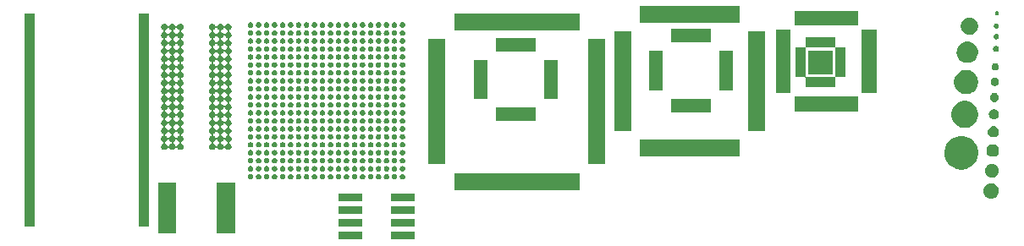
<source format=gbr>
%TF.GenerationSoftware,KiCad,Pcbnew,5.0.2+dfsg1-1*%
%TF.CreationDate,2019-09-16T18:41:00-07:00*%
%TF.ProjectId,Adafruit PCB Reference Ruler,41646166-7275-4697-9420-504342205265,rev?*%
%TF.SameCoordinates,Original*%
%TF.FileFunction,Soldermask,Bot*%
%TF.FilePolarity,Negative*%
%FSLAX46Y46*%
G04 Gerber Fmt 4.6, Leading zero omitted, Abs format (unit mm)*
G04 Created by KiCad (PCBNEW 5.0.2+dfsg1-1) date Mon 16 Sep 2019 06:41:00 PM PDT*
%MOMM*%
%LPD*%
G01*
G04 APERTURE LIST*
%ADD10C,0.100000*%
G04 APERTURE END LIST*
D10*
G36*
X152571300Y-100446438D02*
X150171300Y-100446438D01*
X150171300Y-98046438D01*
X152571300Y-98046438D01*
X152571300Y-100446438D01*
G37*
G36*
X110794800Y-117001038D02*
X108381800Y-117001038D01*
X108381800Y-116188238D01*
X110794800Y-116188238D01*
X110794800Y-117001038D01*
X110794800Y-117001038D01*
G37*
G36*
X105562400Y-117001038D02*
X103149400Y-117001038D01*
X103149400Y-116188238D01*
X105562400Y-116188238D01*
X105562400Y-117001038D01*
X105562400Y-117001038D01*
G37*
G36*
X92816700Y-116376838D02*
X91013500Y-116376838D01*
X91013500Y-111273638D01*
X92816700Y-111273638D01*
X92816700Y-116376838D01*
X92816700Y-116376838D01*
G37*
G36*
X86916700Y-116376838D02*
X85113500Y-116376838D01*
X85113500Y-111273638D01*
X86916700Y-111273638D01*
X86916700Y-116376838D01*
X86916700Y-116376838D01*
G37*
G36*
X105562400Y-115731038D02*
X103149400Y-115731038D01*
X103149400Y-114918238D01*
X105562400Y-114918238D01*
X105562400Y-115731038D01*
X105562400Y-115731038D01*
G37*
G36*
X110794800Y-115731038D02*
X108381800Y-115731038D01*
X108381800Y-114918238D01*
X110794800Y-114918238D01*
X110794800Y-115731038D01*
X110794800Y-115731038D01*
G37*
G36*
X72792300Y-115705600D02*
X71789100Y-115705600D01*
X71789100Y-94352400D01*
X72792300Y-94352400D01*
X72792300Y-115705600D01*
X72792300Y-115705600D01*
G37*
G36*
X84192300Y-115705600D02*
X83189100Y-115705600D01*
X83189100Y-94352400D01*
X84192300Y-94352400D01*
X84192300Y-115705600D01*
X84192300Y-115705600D01*
G37*
G36*
X105562400Y-114461038D02*
X103149400Y-114461038D01*
X103149400Y-113648238D01*
X105562400Y-113648238D01*
X105562400Y-114461038D01*
X105562400Y-114461038D01*
G37*
G36*
X110794800Y-114461038D02*
X108381800Y-114461038D01*
X108381800Y-113648238D01*
X110794800Y-113648238D01*
X110794800Y-114461038D01*
X110794800Y-114461038D01*
G37*
G36*
X110794800Y-113191038D02*
X108381800Y-113191038D01*
X108381800Y-112378238D01*
X110794800Y-112378238D01*
X110794800Y-113191038D01*
X110794800Y-113191038D01*
G37*
G36*
X105562400Y-113191038D02*
X103149400Y-113191038D01*
X103149400Y-112378238D01*
X105562400Y-112378238D01*
X105562400Y-113191038D01*
X105562400Y-113191038D01*
G37*
G36*
X168690749Y-111369420D02*
X168690752Y-111369421D01*
X168690751Y-111369421D01*
X168831974Y-111427917D01*
X168831975Y-111427918D01*
X168959074Y-111512843D01*
X169067157Y-111620926D01*
X169067159Y-111620929D01*
X169152083Y-111748026D01*
X169184728Y-111826838D01*
X169210580Y-111889251D01*
X169240400Y-112039169D01*
X169240400Y-112192031D01*
X169210580Y-112341949D01*
X169210579Y-112341951D01*
X169152083Y-112483174D01*
X169068305Y-112608556D01*
X169067157Y-112610274D01*
X168959074Y-112718357D01*
X168959071Y-112718359D01*
X168831974Y-112803283D01*
X168722743Y-112848527D01*
X168690749Y-112861780D01*
X168540831Y-112891600D01*
X168387969Y-112891600D01*
X168238051Y-112861780D01*
X168206057Y-112848527D01*
X168096826Y-112803283D01*
X167969729Y-112718359D01*
X167969726Y-112718357D01*
X167861643Y-112610274D01*
X167860495Y-112608556D01*
X167776717Y-112483174D01*
X167718221Y-112341951D01*
X167718220Y-112341949D01*
X167688400Y-112192031D01*
X167688400Y-112039169D01*
X167718220Y-111889251D01*
X167744072Y-111826838D01*
X167776717Y-111748026D01*
X167861641Y-111620929D01*
X167861643Y-111620926D01*
X167969726Y-111512843D01*
X168096825Y-111427918D01*
X168096826Y-111427917D01*
X168238049Y-111369421D01*
X168238048Y-111369421D01*
X168238051Y-111369420D01*
X168387969Y-111339600D01*
X168540831Y-111339600D01*
X168690749Y-111369420D01*
X168690749Y-111369420D01*
G37*
G36*
X127257200Y-112026400D02*
X114754000Y-112026400D01*
X114754000Y-110323200D01*
X127257200Y-110323200D01*
X127257200Y-112026400D01*
X127257200Y-112026400D01*
G37*
G36*
X103222263Y-110427314D02*
X103274151Y-110443054D01*
X103321972Y-110468615D01*
X103363887Y-110503013D01*
X103398285Y-110544928D01*
X103423846Y-110592749D01*
X103439586Y-110644637D01*
X103444901Y-110698599D01*
X103444901Y-110698601D01*
X103439586Y-110752563D01*
X103423846Y-110804451D01*
X103398285Y-110852272D01*
X103363887Y-110894187D01*
X103321972Y-110928585D01*
X103274151Y-110954146D01*
X103222263Y-110969886D01*
X103168301Y-110975201D01*
X103168299Y-110975201D01*
X103114337Y-110969886D01*
X103062449Y-110954146D01*
X103014628Y-110928585D01*
X102972713Y-110894187D01*
X102938315Y-110852272D01*
X102912754Y-110804451D01*
X102897014Y-110752563D01*
X102891699Y-110698601D01*
X102891699Y-110698599D01*
X102897014Y-110644637D01*
X102912754Y-110592749D01*
X102938315Y-110544928D01*
X102972713Y-110503013D01*
X103014628Y-110468615D01*
X103062449Y-110443054D01*
X103114337Y-110427314D01*
X103168299Y-110421999D01*
X103168301Y-110421999D01*
X103222263Y-110427314D01*
X103222263Y-110427314D01*
G37*
G36*
X95222263Y-110427314D02*
X95274151Y-110443054D01*
X95321972Y-110468615D01*
X95363887Y-110503013D01*
X95398285Y-110544928D01*
X95423846Y-110592749D01*
X95439586Y-110644637D01*
X95444901Y-110698599D01*
X95444901Y-110698601D01*
X95439586Y-110752563D01*
X95423846Y-110804451D01*
X95398285Y-110852272D01*
X95363887Y-110894187D01*
X95321972Y-110928585D01*
X95274151Y-110954146D01*
X95222263Y-110969886D01*
X95168301Y-110975201D01*
X95168299Y-110975201D01*
X95114337Y-110969886D01*
X95062449Y-110954146D01*
X95014628Y-110928585D01*
X94972713Y-110894187D01*
X94938315Y-110852272D01*
X94912754Y-110804451D01*
X94897014Y-110752563D01*
X94891699Y-110698601D01*
X94891699Y-110698599D01*
X94897014Y-110644637D01*
X94912754Y-110592749D01*
X94938315Y-110544928D01*
X94972713Y-110503013D01*
X95014628Y-110468615D01*
X95062449Y-110443054D01*
X95114337Y-110427314D01*
X95168299Y-110421999D01*
X95168301Y-110421999D01*
X95222263Y-110427314D01*
X95222263Y-110427314D01*
G37*
G36*
X105622263Y-110427314D02*
X105674151Y-110443054D01*
X105721972Y-110468615D01*
X105763887Y-110503013D01*
X105798285Y-110544928D01*
X105823846Y-110592749D01*
X105839586Y-110644637D01*
X105844901Y-110698599D01*
X105844901Y-110698601D01*
X105839586Y-110752563D01*
X105823846Y-110804451D01*
X105798285Y-110852272D01*
X105763887Y-110894187D01*
X105721972Y-110928585D01*
X105674151Y-110954146D01*
X105622263Y-110969886D01*
X105568301Y-110975201D01*
X105568299Y-110975201D01*
X105514337Y-110969886D01*
X105462449Y-110954146D01*
X105414628Y-110928585D01*
X105372713Y-110894187D01*
X105338315Y-110852272D01*
X105312754Y-110804451D01*
X105297014Y-110752563D01*
X105291699Y-110698601D01*
X105291699Y-110698599D01*
X105297014Y-110644637D01*
X105312754Y-110592749D01*
X105338315Y-110544928D01*
X105372713Y-110503013D01*
X105414628Y-110468615D01*
X105462449Y-110443054D01*
X105514337Y-110427314D01*
X105568299Y-110421999D01*
X105568301Y-110421999D01*
X105622263Y-110427314D01*
X105622263Y-110427314D01*
G37*
G36*
X102422263Y-110427314D02*
X102474151Y-110443054D01*
X102521972Y-110468615D01*
X102563887Y-110503013D01*
X102598285Y-110544928D01*
X102623846Y-110592749D01*
X102639586Y-110644637D01*
X102644901Y-110698599D01*
X102644901Y-110698601D01*
X102639586Y-110752563D01*
X102623846Y-110804451D01*
X102598285Y-110852272D01*
X102563887Y-110894187D01*
X102521972Y-110928585D01*
X102474151Y-110954146D01*
X102422263Y-110969886D01*
X102368301Y-110975201D01*
X102368299Y-110975201D01*
X102314337Y-110969886D01*
X102262449Y-110954146D01*
X102214628Y-110928585D01*
X102172713Y-110894187D01*
X102138315Y-110852272D01*
X102112754Y-110804451D01*
X102097014Y-110752563D01*
X102091699Y-110698601D01*
X102091699Y-110698599D01*
X102097014Y-110644637D01*
X102112754Y-110592749D01*
X102138315Y-110544928D01*
X102172713Y-110503013D01*
X102214628Y-110468615D01*
X102262449Y-110443054D01*
X102314337Y-110427314D01*
X102368299Y-110421999D01*
X102368301Y-110421999D01*
X102422263Y-110427314D01*
X102422263Y-110427314D01*
G37*
G36*
X94422263Y-110427314D02*
X94474151Y-110443054D01*
X94521972Y-110468615D01*
X94563887Y-110503013D01*
X94598285Y-110544928D01*
X94623846Y-110592749D01*
X94639586Y-110644637D01*
X94644901Y-110698599D01*
X94644901Y-110698601D01*
X94639586Y-110752563D01*
X94623846Y-110804451D01*
X94598285Y-110852272D01*
X94563887Y-110894187D01*
X94521972Y-110928585D01*
X94474151Y-110954146D01*
X94422263Y-110969886D01*
X94368301Y-110975201D01*
X94368299Y-110975201D01*
X94314337Y-110969886D01*
X94262449Y-110954146D01*
X94214628Y-110928585D01*
X94172713Y-110894187D01*
X94138315Y-110852272D01*
X94112754Y-110804451D01*
X94097014Y-110752563D01*
X94091699Y-110698601D01*
X94091699Y-110698599D01*
X94097014Y-110644637D01*
X94112754Y-110592749D01*
X94138315Y-110544928D01*
X94172713Y-110503013D01*
X94214628Y-110468615D01*
X94262449Y-110443054D01*
X94314337Y-110427314D01*
X94368299Y-110421999D01*
X94368301Y-110421999D01*
X94422263Y-110427314D01*
X94422263Y-110427314D01*
G37*
G36*
X97622263Y-110427314D02*
X97674151Y-110443054D01*
X97721972Y-110468615D01*
X97763887Y-110503013D01*
X97798285Y-110544928D01*
X97823846Y-110592749D01*
X97839586Y-110644637D01*
X97844901Y-110698599D01*
X97844901Y-110698601D01*
X97839586Y-110752563D01*
X97823846Y-110804451D01*
X97798285Y-110852272D01*
X97763887Y-110894187D01*
X97721972Y-110928585D01*
X97674151Y-110954146D01*
X97622263Y-110969886D01*
X97568301Y-110975201D01*
X97568299Y-110975201D01*
X97514337Y-110969886D01*
X97462449Y-110954146D01*
X97414628Y-110928585D01*
X97372713Y-110894187D01*
X97338315Y-110852272D01*
X97312754Y-110804451D01*
X97297014Y-110752563D01*
X97291699Y-110698601D01*
X97291699Y-110698599D01*
X97297014Y-110644637D01*
X97312754Y-110592749D01*
X97338315Y-110544928D01*
X97372713Y-110503013D01*
X97414628Y-110468615D01*
X97462449Y-110443054D01*
X97514337Y-110427314D01*
X97568299Y-110421999D01*
X97568301Y-110421999D01*
X97622263Y-110427314D01*
X97622263Y-110427314D01*
G37*
G36*
X98422263Y-110427314D02*
X98474151Y-110443054D01*
X98521972Y-110468615D01*
X98563887Y-110503013D01*
X98598285Y-110544928D01*
X98623846Y-110592749D01*
X98639586Y-110644637D01*
X98644901Y-110698599D01*
X98644901Y-110698601D01*
X98639586Y-110752563D01*
X98623846Y-110804451D01*
X98598285Y-110852272D01*
X98563887Y-110894187D01*
X98521972Y-110928585D01*
X98474151Y-110954146D01*
X98422263Y-110969886D01*
X98368301Y-110975201D01*
X98368299Y-110975201D01*
X98314337Y-110969886D01*
X98262449Y-110954146D01*
X98214628Y-110928585D01*
X98172713Y-110894187D01*
X98138315Y-110852272D01*
X98112754Y-110804451D01*
X98097014Y-110752563D01*
X98091699Y-110698601D01*
X98091699Y-110698599D01*
X98097014Y-110644637D01*
X98112754Y-110592749D01*
X98138315Y-110544928D01*
X98172713Y-110503013D01*
X98214628Y-110468615D01*
X98262449Y-110443054D01*
X98314337Y-110427314D01*
X98368299Y-110421999D01*
X98368301Y-110421999D01*
X98422263Y-110427314D01*
X98422263Y-110427314D01*
G37*
G36*
X96022263Y-110427314D02*
X96074151Y-110443054D01*
X96121972Y-110468615D01*
X96163887Y-110503013D01*
X96198285Y-110544928D01*
X96223846Y-110592749D01*
X96239586Y-110644637D01*
X96244901Y-110698599D01*
X96244901Y-110698601D01*
X96239586Y-110752563D01*
X96223846Y-110804451D01*
X96198285Y-110852272D01*
X96163887Y-110894187D01*
X96121972Y-110928585D01*
X96074151Y-110954146D01*
X96022263Y-110969886D01*
X95968301Y-110975201D01*
X95968299Y-110975201D01*
X95914337Y-110969886D01*
X95862449Y-110954146D01*
X95814628Y-110928585D01*
X95772713Y-110894187D01*
X95738315Y-110852272D01*
X95712754Y-110804451D01*
X95697014Y-110752563D01*
X95691699Y-110698601D01*
X95691699Y-110698599D01*
X95697014Y-110644637D01*
X95712754Y-110592749D01*
X95738315Y-110544928D01*
X95772713Y-110503013D01*
X95814628Y-110468615D01*
X95862449Y-110443054D01*
X95914337Y-110427314D01*
X95968299Y-110421999D01*
X95968301Y-110421999D01*
X96022263Y-110427314D01*
X96022263Y-110427314D01*
G37*
G36*
X104022263Y-110427314D02*
X104074151Y-110443054D01*
X104121972Y-110468615D01*
X104163887Y-110503013D01*
X104198285Y-110544928D01*
X104223846Y-110592749D01*
X104239586Y-110644637D01*
X104244901Y-110698599D01*
X104244901Y-110698601D01*
X104239586Y-110752563D01*
X104223846Y-110804451D01*
X104198285Y-110852272D01*
X104163887Y-110894187D01*
X104121972Y-110928585D01*
X104074151Y-110954146D01*
X104022263Y-110969886D01*
X103968301Y-110975201D01*
X103968299Y-110975201D01*
X103914337Y-110969886D01*
X103862449Y-110954146D01*
X103814628Y-110928585D01*
X103772713Y-110894187D01*
X103738315Y-110852272D01*
X103712754Y-110804451D01*
X103697014Y-110752563D01*
X103691699Y-110698601D01*
X103691699Y-110698599D01*
X103697014Y-110644637D01*
X103712754Y-110592749D01*
X103738315Y-110544928D01*
X103772713Y-110503013D01*
X103814628Y-110468615D01*
X103862449Y-110443054D01*
X103914337Y-110427314D01*
X103968299Y-110421999D01*
X103968301Y-110421999D01*
X104022263Y-110427314D01*
X104022263Y-110427314D01*
G37*
G36*
X96822263Y-110427314D02*
X96874151Y-110443054D01*
X96921972Y-110468615D01*
X96963887Y-110503013D01*
X96998285Y-110544928D01*
X97023846Y-110592749D01*
X97039586Y-110644637D01*
X97044901Y-110698599D01*
X97044901Y-110698601D01*
X97039586Y-110752563D01*
X97023846Y-110804451D01*
X96998285Y-110852272D01*
X96963887Y-110894187D01*
X96921972Y-110928585D01*
X96874151Y-110954146D01*
X96822263Y-110969886D01*
X96768301Y-110975201D01*
X96768299Y-110975201D01*
X96714337Y-110969886D01*
X96662449Y-110954146D01*
X96614628Y-110928585D01*
X96572713Y-110894187D01*
X96538315Y-110852272D01*
X96512754Y-110804451D01*
X96497014Y-110752563D01*
X96491699Y-110698601D01*
X96491699Y-110698599D01*
X96497014Y-110644637D01*
X96512754Y-110592749D01*
X96538315Y-110544928D01*
X96572713Y-110503013D01*
X96614628Y-110468615D01*
X96662449Y-110443054D01*
X96714337Y-110427314D01*
X96768299Y-110421999D01*
X96768301Y-110421999D01*
X96822263Y-110427314D01*
X96822263Y-110427314D01*
G37*
G36*
X109622263Y-110427314D02*
X109674151Y-110443054D01*
X109721972Y-110468615D01*
X109763887Y-110503013D01*
X109798285Y-110544928D01*
X109823846Y-110592749D01*
X109839586Y-110644637D01*
X109844901Y-110698599D01*
X109844901Y-110698601D01*
X109839586Y-110752563D01*
X109823846Y-110804451D01*
X109798285Y-110852272D01*
X109763887Y-110894187D01*
X109721972Y-110928585D01*
X109674151Y-110954146D01*
X109622263Y-110969886D01*
X109568301Y-110975201D01*
X109568299Y-110975201D01*
X109514337Y-110969886D01*
X109462449Y-110954146D01*
X109414628Y-110928585D01*
X109372713Y-110894187D01*
X109338315Y-110852272D01*
X109312754Y-110804451D01*
X109297014Y-110752563D01*
X109291699Y-110698601D01*
X109291699Y-110698599D01*
X109297014Y-110644637D01*
X109312754Y-110592749D01*
X109338315Y-110544928D01*
X109372713Y-110503013D01*
X109414628Y-110468615D01*
X109462449Y-110443054D01*
X109514337Y-110427314D01*
X109568299Y-110421999D01*
X109568301Y-110421999D01*
X109622263Y-110427314D01*
X109622263Y-110427314D01*
G37*
G36*
X99222263Y-110427314D02*
X99274151Y-110443054D01*
X99321972Y-110468615D01*
X99363887Y-110503013D01*
X99398285Y-110544928D01*
X99423846Y-110592749D01*
X99439586Y-110644637D01*
X99444901Y-110698599D01*
X99444901Y-110698601D01*
X99439586Y-110752563D01*
X99423846Y-110804451D01*
X99398285Y-110852272D01*
X99363887Y-110894187D01*
X99321972Y-110928585D01*
X99274151Y-110954146D01*
X99222263Y-110969886D01*
X99168301Y-110975201D01*
X99168299Y-110975201D01*
X99114337Y-110969886D01*
X99062449Y-110954146D01*
X99014628Y-110928585D01*
X98972713Y-110894187D01*
X98938315Y-110852272D01*
X98912754Y-110804451D01*
X98897014Y-110752563D01*
X98891699Y-110698601D01*
X98891699Y-110698599D01*
X98897014Y-110644637D01*
X98912754Y-110592749D01*
X98938315Y-110544928D01*
X98972713Y-110503013D01*
X99014628Y-110468615D01*
X99062449Y-110443054D01*
X99114337Y-110427314D01*
X99168299Y-110421999D01*
X99168301Y-110421999D01*
X99222263Y-110427314D01*
X99222263Y-110427314D01*
G37*
G36*
X106422263Y-110427314D02*
X106474151Y-110443054D01*
X106521972Y-110468615D01*
X106563887Y-110503013D01*
X106598285Y-110544928D01*
X106623846Y-110592749D01*
X106639586Y-110644637D01*
X106644901Y-110698599D01*
X106644901Y-110698601D01*
X106639586Y-110752563D01*
X106623846Y-110804451D01*
X106598285Y-110852272D01*
X106563887Y-110894187D01*
X106521972Y-110928585D01*
X106474151Y-110954146D01*
X106422263Y-110969886D01*
X106368301Y-110975201D01*
X106368299Y-110975201D01*
X106314337Y-110969886D01*
X106262449Y-110954146D01*
X106214628Y-110928585D01*
X106172713Y-110894187D01*
X106138315Y-110852272D01*
X106112754Y-110804451D01*
X106097014Y-110752563D01*
X106091699Y-110698601D01*
X106091699Y-110698599D01*
X106097014Y-110644637D01*
X106112754Y-110592749D01*
X106138315Y-110544928D01*
X106172713Y-110503013D01*
X106214628Y-110468615D01*
X106262449Y-110443054D01*
X106314337Y-110427314D01*
X106368299Y-110421999D01*
X106368301Y-110421999D01*
X106422263Y-110427314D01*
X106422263Y-110427314D01*
G37*
G36*
X100022263Y-110427314D02*
X100074151Y-110443054D01*
X100121972Y-110468615D01*
X100163887Y-110503013D01*
X100198285Y-110544928D01*
X100223846Y-110592749D01*
X100239586Y-110644637D01*
X100244901Y-110698599D01*
X100244901Y-110698601D01*
X100239586Y-110752563D01*
X100223846Y-110804451D01*
X100198285Y-110852272D01*
X100163887Y-110894187D01*
X100121972Y-110928585D01*
X100074151Y-110954146D01*
X100022263Y-110969886D01*
X99968301Y-110975201D01*
X99968299Y-110975201D01*
X99914337Y-110969886D01*
X99862449Y-110954146D01*
X99814628Y-110928585D01*
X99772713Y-110894187D01*
X99738315Y-110852272D01*
X99712754Y-110804451D01*
X99697014Y-110752563D01*
X99691699Y-110698601D01*
X99691699Y-110698599D01*
X99697014Y-110644637D01*
X99712754Y-110592749D01*
X99738315Y-110544928D01*
X99772713Y-110503013D01*
X99814628Y-110468615D01*
X99862449Y-110443054D01*
X99914337Y-110427314D01*
X99968299Y-110421999D01*
X99968301Y-110421999D01*
X100022263Y-110427314D01*
X100022263Y-110427314D01*
G37*
G36*
X100822263Y-110427314D02*
X100874151Y-110443054D01*
X100921972Y-110468615D01*
X100963887Y-110503013D01*
X100998285Y-110544928D01*
X101023846Y-110592749D01*
X101039586Y-110644637D01*
X101044901Y-110698599D01*
X101044901Y-110698601D01*
X101039586Y-110752563D01*
X101023846Y-110804451D01*
X100998285Y-110852272D01*
X100963887Y-110894187D01*
X100921972Y-110928585D01*
X100874151Y-110954146D01*
X100822263Y-110969886D01*
X100768301Y-110975201D01*
X100768299Y-110975201D01*
X100714337Y-110969886D01*
X100662449Y-110954146D01*
X100614628Y-110928585D01*
X100572713Y-110894187D01*
X100538315Y-110852272D01*
X100512754Y-110804451D01*
X100497014Y-110752563D01*
X100491699Y-110698601D01*
X100491699Y-110698599D01*
X100497014Y-110644637D01*
X100512754Y-110592749D01*
X100538315Y-110544928D01*
X100572713Y-110503013D01*
X100614628Y-110468615D01*
X100662449Y-110443054D01*
X100714337Y-110427314D01*
X100768299Y-110421999D01*
X100768301Y-110421999D01*
X100822263Y-110427314D01*
X100822263Y-110427314D01*
G37*
G36*
X108022263Y-110427314D02*
X108074151Y-110443054D01*
X108121972Y-110468615D01*
X108163887Y-110503013D01*
X108198285Y-110544928D01*
X108223846Y-110592749D01*
X108239586Y-110644637D01*
X108244901Y-110698599D01*
X108244901Y-110698601D01*
X108239586Y-110752563D01*
X108223846Y-110804451D01*
X108198285Y-110852272D01*
X108163887Y-110894187D01*
X108121972Y-110928585D01*
X108074151Y-110954146D01*
X108022263Y-110969886D01*
X107968301Y-110975201D01*
X107968299Y-110975201D01*
X107914337Y-110969886D01*
X107862449Y-110954146D01*
X107814628Y-110928585D01*
X107772713Y-110894187D01*
X107738315Y-110852272D01*
X107712754Y-110804451D01*
X107697014Y-110752563D01*
X107691699Y-110698601D01*
X107691699Y-110698599D01*
X107697014Y-110644637D01*
X107712754Y-110592749D01*
X107738315Y-110544928D01*
X107772713Y-110503013D01*
X107814628Y-110468615D01*
X107862449Y-110443054D01*
X107914337Y-110427314D01*
X107968299Y-110421999D01*
X107968301Y-110421999D01*
X108022263Y-110427314D01*
X108022263Y-110427314D01*
G37*
G36*
X101622263Y-110427314D02*
X101674151Y-110443054D01*
X101721972Y-110468615D01*
X101763887Y-110503013D01*
X101798285Y-110544928D01*
X101823846Y-110592749D01*
X101839586Y-110644637D01*
X101844901Y-110698599D01*
X101844901Y-110698601D01*
X101839586Y-110752563D01*
X101823846Y-110804451D01*
X101798285Y-110852272D01*
X101763887Y-110894187D01*
X101721972Y-110928585D01*
X101674151Y-110954146D01*
X101622263Y-110969886D01*
X101568301Y-110975201D01*
X101568299Y-110975201D01*
X101514337Y-110969886D01*
X101462449Y-110954146D01*
X101414628Y-110928585D01*
X101372713Y-110894187D01*
X101338315Y-110852272D01*
X101312754Y-110804451D01*
X101297014Y-110752563D01*
X101291699Y-110698601D01*
X101291699Y-110698599D01*
X101297014Y-110644637D01*
X101312754Y-110592749D01*
X101338315Y-110544928D01*
X101372713Y-110503013D01*
X101414628Y-110468615D01*
X101462449Y-110443054D01*
X101514337Y-110427314D01*
X101568299Y-110421999D01*
X101568301Y-110421999D01*
X101622263Y-110427314D01*
X101622263Y-110427314D01*
G37*
G36*
X107222263Y-110427314D02*
X107274151Y-110443054D01*
X107321972Y-110468615D01*
X107363887Y-110503013D01*
X107398285Y-110544928D01*
X107423846Y-110592749D01*
X107439586Y-110644637D01*
X107444901Y-110698599D01*
X107444901Y-110698601D01*
X107439586Y-110752563D01*
X107423846Y-110804451D01*
X107398285Y-110852272D01*
X107363887Y-110894187D01*
X107321972Y-110928585D01*
X107274151Y-110954146D01*
X107222263Y-110969886D01*
X107168301Y-110975201D01*
X107168299Y-110975201D01*
X107114337Y-110969886D01*
X107062449Y-110954146D01*
X107014628Y-110928585D01*
X106972713Y-110894187D01*
X106938315Y-110852272D01*
X106912754Y-110804451D01*
X106897014Y-110752563D01*
X106891699Y-110698601D01*
X106891699Y-110698599D01*
X106897014Y-110644637D01*
X106912754Y-110592749D01*
X106938315Y-110544928D01*
X106972713Y-110503013D01*
X107014628Y-110468615D01*
X107062449Y-110443054D01*
X107114337Y-110427314D01*
X107168299Y-110421999D01*
X107168301Y-110421999D01*
X107222263Y-110427314D01*
X107222263Y-110427314D01*
G37*
G36*
X108822263Y-110427314D02*
X108874151Y-110443054D01*
X108921972Y-110468615D01*
X108963887Y-110503013D01*
X108998285Y-110544928D01*
X109023846Y-110592749D01*
X109039586Y-110644637D01*
X109044901Y-110698599D01*
X109044901Y-110698601D01*
X109039586Y-110752563D01*
X109023846Y-110804451D01*
X108998285Y-110852272D01*
X108963887Y-110894187D01*
X108921972Y-110928585D01*
X108874151Y-110954146D01*
X108822263Y-110969886D01*
X108768301Y-110975201D01*
X108768299Y-110975201D01*
X108714337Y-110969886D01*
X108662449Y-110954146D01*
X108614628Y-110928585D01*
X108572713Y-110894187D01*
X108538315Y-110852272D01*
X108512754Y-110804451D01*
X108497014Y-110752563D01*
X108491699Y-110698601D01*
X108491699Y-110698599D01*
X108497014Y-110644637D01*
X108512754Y-110592749D01*
X108538315Y-110544928D01*
X108572713Y-110503013D01*
X108614628Y-110468615D01*
X108662449Y-110443054D01*
X108714337Y-110427314D01*
X108768299Y-110421999D01*
X108768301Y-110421999D01*
X108822263Y-110427314D01*
X108822263Y-110427314D01*
G37*
G36*
X104822263Y-110427314D02*
X104874151Y-110443054D01*
X104921972Y-110468615D01*
X104963887Y-110503013D01*
X104998285Y-110544928D01*
X105023846Y-110592749D01*
X105039586Y-110644637D01*
X105044901Y-110698599D01*
X105044901Y-110698601D01*
X105039586Y-110752563D01*
X105023846Y-110804451D01*
X104998285Y-110852272D01*
X104963887Y-110894187D01*
X104921972Y-110928585D01*
X104874151Y-110954146D01*
X104822263Y-110969886D01*
X104768301Y-110975201D01*
X104768299Y-110975201D01*
X104714337Y-110969886D01*
X104662449Y-110954146D01*
X104614628Y-110928585D01*
X104572713Y-110894187D01*
X104538315Y-110852272D01*
X104512754Y-110804451D01*
X104497014Y-110752563D01*
X104491699Y-110698601D01*
X104491699Y-110698599D01*
X104497014Y-110644637D01*
X104512754Y-110592749D01*
X104538315Y-110544928D01*
X104572713Y-110503013D01*
X104614628Y-110468615D01*
X104662449Y-110443054D01*
X104714337Y-110427314D01*
X104768299Y-110421999D01*
X104768301Y-110421999D01*
X104822263Y-110427314D01*
X104822263Y-110427314D01*
G37*
G36*
X168747416Y-109424847D02*
X168874080Y-109477312D01*
X168988074Y-109553481D01*
X169085019Y-109650426D01*
X169161188Y-109764420D01*
X169213653Y-109891084D01*
X169240400Y-110025550D01*
X169240400Y-110162650D01*
X169213653Y-110297116D01*
X169161188Y-110423780D01*
X169085019Y-110537774D01*
X168988074Y-110634719D01*
X168874080Y-110710888D01*
X168747416Y-110763353D01*
X168612950Y-110790100D01*
X168475850Y-110790100D01*
X168341384Y-110763353D01*
X168214720Y-110710888D01*
X168100726Y-110634719D01*
X168003781Y-110537774D01*
X167927612Y-110423780D01*
X167875147Y-110297116D01*
X167848400Y-110162650D01*
X167848400Y-110025550D01*
X167875147Y-109891084D01*
X167927612Y-109764420D01*
X168003781Y-109650426D01*
X168100726Y-109553481D01*
X168214720Y-109477312D01*
X168341384Y-109424847D01*
X168475850Y-109398100D01*
X168612950Y-109398100D01*
X168747416Y-109424847D01*
X168747416Y-109424847D01*
G37*
G36*
X104822263Y-109627314D02*
X104874151Y-109643054D01*
X104921972Y-109668615D01*
X104963887Y-109703013D01*
X104998285Y-109744928D01*
X105023846Y-109792749D01*
X105039586Y-109844637D01*
X105044901Y-109898599D01*
X105044901Y-109898601D01*
X105039586Y-109952563D01*
X105023846Y-110004451D01*
X104998285Y-110052272D01*
X104963887Y-110094187D01*
X104921972Y-110128585D01*
X104874151Y-110154146D01*
X104822263Y-110169886D01*
X104768301Y-110175201D01*
X104768299Y-110175201D01*
X104714337Y-110169886D01*
X104662449Y-110154146D01*
X104614628Y-110128585D01*
X104572713Y-110094187D01*
X104538315Y-110052272D01*
X104512754Y-110004451D01*
X104497014Y-109952563D01*
X104491699Y-109898601D01*
X104491699Y-109898599D01*
X104497014Y-109844637D01*
X104512754Y-109792749D01*
X104538315Y-109744928D01*
X104572713Y-109703013D01*
X104614628Y-109668615D01*
X104662449Y-109643054D01*
X104714337Y-109627314D01*
X104768299Y-109621999D01*
X104768301Y-109621999D01*
X104822263Y-109627314D01*
X104822263Y-109627314D01*
G37*
G36*
X108822263Y-109627314D02*
X108874151Y-109643054D01*
X108921972Y-109668615D01*
X108963887Y-109703013D01*
X108998285Y-109744928D01*
X109023846Y-109792749D01*
X109039586Y-109844637D01*
X109044901Y-109898599D01*
X109044901Y-109898601D01*
X109039586Y-109952563D01*
X109023846Y-110004451D01*
X108998285Y-110052272D01*
X108963887Y-110094187D01*
X108921972Y-110128585D01*
X108874151Y-110154146D01*
X108822263Y-110169886D01*
X108768301Y-110175201D01*
X108768299Y-110175201D01*
X108714337Y-110169886D01*
X108662449Y-110154146D01*
X108614628Y-110128585D01*
X108572713Y-110094187D01*
X108538315Y-110052272D01*
X108512754Y-110004451D01*
X108497014Y-109952563D01*
X108491699Y-109898601D01*
X108491699Y-109898599D01*
X108497014Y-109844637D01*
X108512754Y-109792749D01*
X108538315Y-109744928D01*
X108572713Y-109703013D01*
X108614628Y-109668615D01*
X108662449Y-109643054D01*
X108714337Y-109627314D01*
X108768299Y-109621999D01*
X108768301Y-109621999D01*
X108822263Y-109627314D01*
X108822263Y-109627314D01*
G37*
G36*
X101622263Y-109627314D02*
X101674151Y-109643054D01*
X101721972Y-109668615D01*
X101763887Y-109703013D01*
X101798285Y-109744928D01*
X101823846Y-109792749D01*
X101839586Y-109844637D01*
X101844901Y-109898599D01*
X101844901Y-109898601D01*
X101839586Y-109952563D01*
X101823846Y-110004451D01*
X101798285Y-110052272D01*
X101763887Y-110094187D01*
X101721972Y-110128585D01*
X101674151Y-110154146D01*
X101622263Y-110169886D01*
X101568301Y-110175201D01*
X101568299Y-110175201D01*
X101514337Y-110169886D01*
X101462449Y-110154146D01*
X101414628Y-110128585D01*
X101372713Y-110094187D01*
X101338315Y-110052272D01*
X101312754Y-110004451D01*
X101297014Y-109952563D01*
X101291699Y-109898601D01*
X101291699Y-109898599D01*
X101297014Y-109844637D01*
X101312754Y-109792749D01*
X101338315Y-109744928D01*
X101372713Y-109703013D01*
X101414628Y-109668615D01*
X101462449Y-109643054D01*
X101514337Y-109627314D01*
X101568299Y-109621999D01*
X101568301Y-109621999D01*
X101622263Y-109627314D01*
X101622263Y-109627314D01*
G37*
G36*
X106422263Y-109627314D02*
X106474151Y-109643054D01*
X106521972Y-109668615D01*
X106563887Y-109703013D01*
X106598285Y-109744928D01*
X106623846Y-109792749D01*
X106639586Y-109844637D01*
X106644901Y-109898599D01*
X106644901Y-109898601D01*
X106639586Y-109952563D01*
X106623846Y-110004451D01*
X106598285Y-110052272D01*
X106563887Y-110094187D01*
X106521972Y-110128585D01*
X106474151Y-110154146D01*
X106422263Y-110169886D01*
X106368301Y-110175201D01*
X106368299Y-110175201D01*
X106314337Y-110169886D01*
X106262449Y-110154146D01*
X106214628Y-110128585D01*
X106172713Y-110094187D01*
X106138315Y-110052272D01*
X106112754Y-110004451D01*
X106097014Y-109952563D01*
X106091699Y-109898601D01*
X106091699Y-109898599D01*
X106097014Y-109844637D01*
X106112754Y-109792749D01*
X106138315Y-109744928D01*
X106172713Y-109703013D01*
X106214628Y-109668615D01*
X106262449Y-109643054D01*
X106314337Y-109627314D01*
X106368299Y-109621999D01*
X106368301Y-109621999D01*
X106422263Y-109627314D01*
X106422263Y-109627314D01*
G37*
G36*
X100822263Y-109627314D02*
X100874151Y-109643054D01*
X100921972Y-109668615D01*
X100963887Y-109703013D01*
X100998285Y-109744928D01*
X101023846Y-109792749D01*
X101039586Y-109844637D01*
X101044901Y-109898599D01*
X101044901Y-109898601D01*
X101039586Y-109952563D01*
X101023846Y-110004451D01*
X100998285Y-110052272D01*
X100963887Y-110094187D01*
X100921972Y-110128585D01*
X100874151Y-110154146D01*
X100822263Y-110169886D01*
X100768301Y-110175201D01*
X100768299Y-110175201D01*
X100714337Y-110169886D01*
X100662449Y-110154146D01*
X100614628Y-110128585D01*
X100572713Y-110094187D01*
X100538315Y-110052272D01*
X100512754Y-110004451D01*
X100497014Y-109952563D01*
X100491699Y-109898601D01*
X100491699Y-109898599D01*
X100497014Y-109844637D01*
X100512754Y-109792749D01*
X100538315Y-109744928D01*
X100572713Y-109703013D01*
X100614628Y-109668615D01*
X100662449Y-109643054D01*
X100714337Y-109627314D01*
X100768299Y-109621999D01*
X100768301Y-109621999D01*
X100822263Y-109627314D01*
X100822263Y-109627314D01*
G37*
G36*
X102422263Y-109627314D02*
X102474151Y-109643054D01*
X102521972Y-109668615D01*
X102563887Y-109703013D01*
X102598285Y-109744928D01*
X102623846Y-109792749D01*
X102639586Y-109844637D01*
X102644901Y-109898599D01*
X102644901Y-109898601D01*
X102639586Y-109952563D01*
X102623846Y-110004451D01*
X102598285Y-110052272D01*
X102563887Y-110094187D01*
X102521972Y-110128585D01*
X102474151Y-110154146D01*
X102422263Y-110169886D01*
X102368301Y-110175201D01*
X102368299Y-110175201D01*
X102314337Y-110169886D01*
X102262449Y-110154146D01*
X102214628Y-110128585D01*
X102172713Y-110094187D01*
X102138315Y-110052272D01*
X102112754Y-110004451D01*
X102097014Y-109952563D01*
X102091699Y-109898601D01*
X102091699Y-109898599D01*
X102097014Y-109844637D01*
X102112754Y-109792749D01*
X102138315Y-109744928D01*
X102172713Y-109703013D01*
X102214628Y-109668615D01*
X102262449Y-109643054D01*
X102314337Y-109627314D01*
X102368299Y-109621999D01*
X102368301Y-109621999D01*
X102422263Y-109627314D01*
X102422263Y-109627314D01*
G37*
G36*
X104022263Y-109627314D02*
X104074151Y-109643054D01*
X104121972Y-109668615D01*
X104163887Y-109703013D01*
X104198285Y-109744928D01*
X104223846Y-109792749D01*
X104239586Y-109844637D01*
X104244901Y-109898599D01*
X104244901Y-109898601D01*
X104239586Y-109952563D01*
X104223846Y-110004451D01*
X104198285Y-110052272D01*
X104163887Y-110094187D01*
X104121972Y-110128585D01*
X104074151Y-110154146D01*
X104022263Y-110169886D01*
X103968301Y-110175201D01*
X103968299Y-110175201D01*
X103914337Y-110169886D01*
X103862449Y-110154146D01*
X103814628Y-110128585D01*
X103772713Y-110094187D01*
X103738315Y-110052272D01*
X103712754Y-110004451D01*
X103697014Y-109952563D01*
X103691699Y-109898601D01*
X103691699Y-109898599D01*
X103697014Y-109844637D01*
X103712754Y-109792749D01*
X103738315Y-109744928D01*
X103772713Y-109703013D01*
X103814628Y-109668615D01*
X103862449Y-109643054D01*
X103914337Y-109627314D01*
X103968299Y-109621999D01*
X103968301Y-109621999D01*
X104022263Y-109627314D01*
X104022263Y-109627314D01*
G37*
G36*
X103222263Y-109627314D02*
X103274151Y-109643054D01*
X103321972Y-109668615D01*
X103363887Y-109703013D01*
X103398285Y-109744928D01*
X103423846Y-109792749D01*
X103439586Y-109844637D01*
X103444901Y-109898599D01*
X103444901Y-109898601D01*
X103439586Y-109952563D01*
X103423846Y-110004451D01*
X103398285Y-110052272D01*
X103363887Y-110094187D01*
X103321972Y-110128585D01*
X103274151Y-110154146D01*
X103222263Y-110169886D01*
X103168301Y-110175201D01*
X103168299Y-110175201D01*
X103114337Y-110169886D01*
X103062449Y-110154146D01*
X103014628Y-110128585D01*
X102972713Y-110094187D01*
X102938315Y-110052272D01*
X102912754Y-110004451D01*
X102897014Y-109952563D01*
X102891699Y-109898601D01*
X102891699Y-109898599D01*
X102897014Y-109844637D01*
X102912754Y-109792749D01*
X102938315Y-109744928D01*
X102972713Y-109703013D01*
X103014628Y-109668615D01*
X103062449Y-109643054D01*
X103114337Y-109627314D01*
X103168299Y-109621999D01*
X103168301Y-109621999D01*
X103222263Y-109627314D01*
X103222263Y-109627314D01*
G37*
G36*
X109622263Y-109627314D02*
X109674151Y-109643054D01*
X109721972Y-109668615D01*
X109763887Y-109703013D01*
X109798285Y-109744928D01*
X109823846Y-109792749D01*
X109839586Y-109844637D01*
X109844901Y-109898599D01*
X109844901Y-109898601D01*
X109839586Y-109952563D01*
X109823846Y-110004451D01*
X109798285Y-110052272D01*
X109763887Y-110094187D01*
X109721972Y-110128585D01*
X109674151Y-110154146D01*
X109622263Y-110169886D01*
X109568301Y-110175201D01*
X109568299Y-110175201D01*
X109514337Y-110169886D01*
X109462449Y-110154146D01*
X109414628Y-110128585D01*
X109372713Y-110094187D01*
X109338315Y-110052272D01*
X109312754Y-110004451D01*
X109297014Y-109952563D01*
X109291699Y-109898601D01*
X109291699Y-109898599D01*
X109297014Y-109844637D01*
X109312754Y-109792749D01*
X109338315Y-109744928D01*
X109372713Y-109703013D01*
X109414628Y-109668615D01*
X109462449Y-109643054D01*
X109514337Y-109627314D01*
X109568299Y-109621999D01*
X109568301Y-109621999D01*
X109622263Y-109627314D01*
X109622263Y-109627314D01*
G37*
G36*
X107222263Y-109627314D02*
X107274151Y-109643054D01*
X107321972Y-109668615D01*
X107363887Y-109703013D01*
X107398285Y-109744928D01*
X107423846Y-109792749D01*
X107439586Y-109844637D01*
X107444901Y-109898599D01*
X107444901Y-109898601D01*
X107439586Y-109952563D01*
X107423846Y-110004451D01*
X107398285Y-110052272D01*
X107363887Y-110094187D01*
X107321972Y-110128585D01*
X107274151Y-110154146D01*
X107222263Y-110169886D01*
X107168301Y-110175201D01*
X107168299Y-110175201D01*
X107114337Y-110169886D01*
X107062449Y-110154146D01*
X107014628Y-110128585D01*
X106972713Y-110094187D01*
X106938315Y-110052272D01*
X106912754Y-110004451D01*
X106897014Y-109952563D01*
X106891699Y-109898601D01*
X106891699Y-109898599D01*
X106897014Y-109844637D01*
X106912754Y-109792749D01*
X106938315Y-109744928D01*
X106972713Y-109703013D01*
X107014628Y-109668615D01*
X107062449Y-109643054D01*
X107114337Y-109627314D01*
X107168299Y-109621999D01*
X107168301Y-109621999D01*
X107222263Y-109627314D01*
X107222263Y-109627314D01*
G37*
G36*
X108022263Y-109627314D02*
X108074151Y-109643054D01*
X108121972Y-109668615D01*
X108163887Y-109703013D01*
X108198285Y-109744928D01*
X108223846Y-109792749D01*
X108239586Y-109844637D01*
X108244901Y-109898599D01*
X108244901Y-109898601D01*
X108239586Y-109952563D01*
X108223846Y-110004451D01*
X108198285Y-110052272D01*
X108163887Y-110094187D01*
X108121972Y-110128585D01*
X108074151Y-110154146D01*
X108022263Y-110169886D01*
X107968301Y-110175201D01*
X107968299Y-110175201D01*
X107914337Y-110169886D01*
X107862449Y-110154146D01*
X107814628Y-110128585D01*
X107772713Y-110094187D01*
X107738315Y-110052272D01*
X107712754Y-110004451D01*
X107697014Y-109952563D01*
X107691699Y-109898601D01*
X107691699Y-109898599D01*
X107697014Y-109844637D01*
X107712754Y-109792749D01*
X107738315Y-109744928D01*
X107772713Y-109703013D01*
X107814628Y-109668615D01*
X107862449Y-109643054D01*
X107914337Y-109627314D01*
X107968299Y-109621999D01*
X107968301Y-109621999D01*
X108022263Y-109627314D01*
X108022263Y-109627314D01*
G37*
G36*
X99222263Y-109627314D02*
X99274151Y-109643054D01*
X99321972Y-109668615D01*
X99363887Y-109703013D01*
X99398285Y-109744928D01*
X99423846Y-109792749D01*
X99439586Y-109844637D01*
X99444901Y-109898599D01*
X99444901Y-109898601D01*
X99439586Y-109952563D01*
X99423846Y-110004451D01*
X99398285Y-110052272D01*
X99363887Y-110094187D01*
X99321972Y-110128585D01*
X99274151Y-110154146D01*
X99222263Y-110169886D01*
X99168301Y-110175201D01*
X99168299Y-110175201D01*
X99114337Y-110169886D01*
X99062449Y-110154146D01*
X99014628Y-110128585D01*
X98972713Y-110094187D01*
X98938315Y-110052272D01*
X98912754Y-110004451D01*
X98897014Y-109952563D01*
X98891699Y-109898601D01*
X98891699Y-109898599D01*
X98897014Y-109844637D01*
X98912754Y-109792749D01*
X98938315Y-109744928D01*
X98972713Y-109703013D01*
X99014628Y-109668615D01*
X99062449Y-109643054D01*
X99114337Y-109627314D01*
X99168299Y-109621999D01*
X99168301Y-109621999D01*
X99222263Y-109627314D01*
X99222263Y-109627314D01*
G37*
G36*
X105622263Y-109627314D02*
X105674151Y-109643054D01*
X105721972Y-109668615D01*
X105763887Y-109703013D01*
X105798285Y-109744928D01*
X105823846Y-109792749D01*
X105839586Y-109844637D01*
X105844901Y-109898599D01*
X105844901Y-109898601D01*
X105839586Y-109952563D01*
X105823846Y-110004451D01*
X105798285Y-110052272D01*
X105763887Y-110094187D01*
X105721972Y-110128585D01*
X105674151Y-110154146D01*
X105622263Y-110169886D01*
X105568301Y-110175201D01*
X105568299Y-110175201D01*
X105514337Y-110169886D01*
X105462449Y-110154146D01*
X105414628Y-110128585D01*
X105372713Y-110094187D01*
X105338315Y-110052272D01*
X105312754Y-110004451D01*
X105297014Y-109952563D01*
X105291699Y-109898601D01*
X105291699Y-109898599D01*
X105297014Y-109844637D01*
X105312754Y-109792749D01*
X105338315Y-109744928D01*
X105372713Y-109703013D01*
X105414628Y-109668615D01*
X105462449Y-109643054D01*
X105514337Y-109627314D01*
X105568299Y-109621999D01*
X105568301Y-109621999D01*
X105622263Y-109627314D01*
X105622263Y-109627314D01*
G37*
G36*
X95222263Y-109627314D02*
X95274151Y-109643054D01*
X95321972Y-109668615D01*
X95363887Y-109703013D01*
X95398285Y-109744928D01*
X95423846Y-109792749D01*
X95439586Y-109844637D01*
X95444901Y-109898599D01*
X95444901Y-109898601D01*
X95439586Y-109952563D01*
X95423846Y-110004451D01*
X95398285Y-110052272D01*
X95363887Y-110094187D01*
X95321972Y-110128585D01*
X95274151Y-110154146D01*
X95222263Y-110169886D01*
X95168301Y-110175201D01*
X95168299Y-110175201D01*
X95114337Y-110169886D01*
X95062449Y-110154146D01*
X95014628Y-110128585D01*
X94972713Y-110094187D01*
X94938315Y-110052272D01*
X94912754Y-110004451D01*
X94897014Y-109952563D01*
X94891699Y-109898601D01*
X94891699Y-109898599D01*
X94897014Y-109844637D01*
X94912754Y-109792749D01*
X94938315Y-109744928D01*
X94972713Y-109703013D01*
X95014628Y-109668615D01*
X95062449Y-109643054D01*
X95114337Y-109627314D01*
X95168299Y-109621999D01*
X95168301Y-109621999D01*
X95222263Y-109627314D01*
X95222263Y-109627314D01*
G37*
G36*
X94422263Y-109627314D02*
X94474151Y-109643054D01*
X94521972Y-109668615D01*
X94563887Y-109703013D01*
X94598285Y-109744928D01*
X94623846Y-109792749D01*
X94639586Y-109844637D01*
X94644901Y-109898599D01*
X94644901Y-109898601D01*
X94639586Y-109952563D01*
X94623846Y-110004451D01*
X94598285Y-110052272D01*
X94563887Y-110094187D01*
X94521972Y-110128585D01*
X94474151Y-110154146D01*
X94422263Y-110169886D01*
X94368301Y-110175201D01*
X94368299Y-110175201D01*
X94314337Y-110169886D01*
X94262449Y-110154146D01*
X94214628Y-110128585D01*
X94172713Y-110094187D01*
X94138315Y-110052272D01*
X94112754Y-110004451D01*
X94097014Y-109952563D01*
X94091699Y-109898601D01*
X94091699Y-109898599D01*
X94097014Y-109844637D01*
X94112754Y-109792749D01*
X94138315Y-109744928D01*
X94172713Y-109703013D01*
X94214628Y-109668615D01*
X94262449Y-109643054D01*
X94314337Y-109627314D01*
X94368299Y-109621999D01*
X94368301Y-109621999D01*
X94422263Y-109627314D01*
X94422263Y-109627314D01*
G37*
G36*
X96022263Y-109627314D02*
X96074151Y-109643054D01*
X96121972Y-109668615D01*
X96163887Y-109703013D01*
X96198285Y-109744928D01*
X96223846Y-109792749D01*
X96239586Y-109844637D01*
X96244901Y-109898599D01*
X96244901Y-109898601D01*
X96239586Y-109952563D01*
X96223846Y-110004451D01*
X96198285Y-110052272D01*
X96163887Y-110094187D01*
X96121972Y-110128585D01*
X96074151Y-110154146D01*
X96022263Y-110169886D01*
X95968301Y-110175201D01*
X95968299Y-110175201D01*
X95914337Y-110169886D01*
X95862449Y-110154146D01*
X95814628Y-110128585D01*
X95772713Y-110094187D01*
X95738315Y-110052272D01*
X95712754Y-110004451D01*
X95697014Y-109952563D01*
X95691699Y-109898601D01*
X95691699Y-109898599D01*
X95697014Y-109844637D01*
X95712754Y-109792749D01*
X95738315Y-109744928D01*
X95772713Y-109703013D01*
X95814628Y-109668615D01*
X95862449Y-109643054D01*
X95914337Y-109627314D01*
X95968299Y-109621999D01*
X95968301Y-109621999D01*
X96022263Y-109627314D01*
X96022263Y-109627314D01*
G37*
G36*
X96822263Y-109627314D02*
X96874151Y-109643054D01*
X96921972Y-109668615D01*
X96963887Y-109703013D01*
X96998285Y-109744928D01*
X97023846Y-109792749D01*
X97039586Y-109844637D01*
X97044901Y-109898599D01*
X97044901Y-109898601D01*
X97039586Y-109952563D01*
X97023846Y-110004451D01*
X96998285Y-110052272D01*
X96963887Y-110094187D01*
X96921972Y-110128585D01*
X96874151Y-110154146D01*
X96822263Y-110169886D01*
X96768301Y-110175201D01*
X96768299Y-110175201D01*
X96714337Y-110169886D01*
X96662449Y-110154146D01*
X96614628Y-110128585D01*
X96572713Y-110094187D01*
X96538315Y-110052272D01*
X96512754Y-110004451D01*
X96497014Y-109952563D01*
X96491699Y-109898601D01*
X96491699Y-109898599D01*
X96497014Y-109844637D01*
X96512754Y-109792749D01*
X96538315Y-109744928D01*
X96572713Y-109703013D01*
X96614628Y-109668615D01*
X96662449Y-109643054D01*
X96714337Y-109627314D01*
X96768299Y-109621999D01*
X96768301Y-109621999D01*
X96822263Y-109627314D01*
X96822263Y-109627314D01*
G37*
G36*
X97622263Y-109627314D02*
X97674151Y-109643054D01*
X97721972Y-109668615D01*
X97763887Y-109703013D01*
X97798285Y-109744928D01*
X97823846Y-109792749D01*
X97839586Y-109844637D01*
X97844901Y-109898599D01*
X97844901Y-109898601D01*
X97839586Y-109952563D01*
X97823846Y-110004451D01*
X97798285Y-110052272D01*
X97763887Y-110094187D01*
X97721972Y-110128585D01*
X97674151Y-110154146D01*
X97622263Y-110169886D01*
X97568301Y-110175201D01*
X97568299Y-110175201D01*
X97514337Y-110169886D01*
X97462449Y-110154146D01*
X97414628Y-110128585D01*
X97372713Y-110094187D01*
X97338315Y-110052272D01*
X97312754Y-110004451D01*
X97297014Y-109952563D01*
X97291699Y-109898601D01*
X97291699Y-109898599D01*
X97297014Y-109844637D01*
X97312754Y-109792749D01*
X97338315Y-109744928D01*
X97372713Y-109703013D01*
X97414628Y-109668615D01*
X97462449Y-109643054D01*
X97514337Y-109627314D01*
X97568299Y-109621999D01*
X97568301Y-109621999D01*
X97622263Y-109627314D01*
X97622263Y-109627314D01*
G37*
G36*
X98422263Y-109627314D02*
X98474151Y-109643054D01*
X98521972Y-109668615D01*
X98563887Y-109703013D01*
X98598285Y-109744928D01*
X98623846Y-109792749D01*
X98639586Y-109844637D01*
X98644901Y-109898599D01*
X98644901Y-109898601D01*
X98639586Y-109952563D01*
X98623846Y-110004451D01*
X98598285Y-110052272D01*
X98563887Y-110094187D01*
X98521972Y-110128585D01*
X98474151Y-110154146D01*
X98422263Y-110169886D01*
X98368301Y-110175201D01*
X98368299Y-110175201D01*
X98314337Y-110169886D01*
X98262449Y-110154146D01*
X98214628Y-110128585D01*
X98172713Y-110094187D01*
X98138315Y-110052272D01*
X98112754Y-110004451D01*
X98097014Y-109952563D01*
X98091699Y-109898601D01*
X98091699Y-109898599D01*
X98097014Y-109844637D01*
X98112754Y-109792749D01*
X98138315Y-109744928D01*
X98172713Y-109703013D01*
X98214628Y-109668615D01*
X98262449Y-109643054D01*
X98314337Y-109627314D01*
X98368299Y-109621999D01*
X98368301Y-109621999D01*
X98422263Y-109627314D01*
X98422263Y-109627314D01*
G37*
G36*
X100022263Y-109627314D02*
X100074151Y-109643054D01*
X100121972Y-109668615D01*
X100163887Y-109703013D01*
X100198285Y-109744928D01*
X100223846Y-109792749D01*
X100239586Y-109844637D01*
X100244901Y-109898599D01*
X100244901Y-109898601D01*
X100239586Y-109952563D01*
X100223846Y-110004451D01*
X100198285Y-110052272D01*
X100163887Y-110094187D01*
X100121972Y-110128585D01*
X100074151Y-110154146D01*
X100022263Y-110169886D01*
X99968301Y-110175201D01*
X99968299Y-110175201D01*
X99914337Y-110169886D01*
X99862449Y-110154146D01*
X99814628Y-110128585D01*
X99772713Y-110094187D01*
X99738315Y-110052272D01*
X99712754Y-110004451D01*
X99697014Y-109952563D01*
X99691699Y-109898601D01*
X99691699Y-109898599D01*
X99697014Y-109844637D01*
X99712754Y-109792749D01*
X99738315Y-109744928D01*
X99772713Y-109703013D01*
X99814628Y-109668615D01*
X99862449Y-109643054D01*
X99914337Y-109627314D01*
X99968299Y-109621999D01*
X99968301Y-109621999D01*
X100022263Y-109627314D01*
X100022263Y-109627314D01*
G37*
G36*
X165740697Y-106644637D02*
X165964730Y-106689200D01*
X166270652Y-106815917D01*
X166545975Y-106999882D01*
X166780118Y-107234025D01*
X166964083Y-107509348D01*
X167090800Y-107815270D01*
X167090800Y-107815271D01*
X167155400Y-108140035D01*
X167155400Y-108471165D01*
X167123100Y-108633547D01*
X167090800Y-108795930D01*
X166964083Y-109101852D01*
X166780118Y-109377175D01*
X166545975Y-109611318D01*
X166270652Y-109795283D01*
X165964730Y-109922000D01*
X165811899Y-109952400D01*
X165639965Y-109986600D01*
X165308835Y-109986600D01*
X165136901Y-109952400D01*
X164984070Y-109922000D01*
X164678148Y-109795283D01*
X164402825Y-109611318D01*
X164168682Y-109377175D01*
X163984717Y-109101852D01*
X163858000Y-108795930D01*
X163825700Y-108633547D01*
X163793400Y-108471165D01*
X163793400Y-108140035D01*
X163858000Y-107815271D01*
X163858000Y-107815270D01*
X163984717Y-107509348D01*
X164168682Y-107234025D01*
X164402825Y-106999882D01*
X164678148Y-106815917D01*
X164984070Y-106689200D01*
X165208103Y-106644637D01*
X165308835Y-106624600D01*
X165639965Y-106624600D01*
X165740697Y-106644637D01*
X165740697Y-106644637D01*
G37*
G36*
X113857200Y-109426400D02*
X112154000Y-109426400D01*
X112154000Y-96923200D01*
X113857200Y-96923200D01*
X113857200Y-109426400D01*
X113857200Y-109426400D01*
G37*
G36*
X129857200Y-109426400D02*
X128154000Y-109426400D01*
X128154000Y-96923200D01*
X129857200Y-96923200D01*
X129857200Y-109426400D01*
X129857200Y-109426400D01*
G37*
G36*
X98422263Y-108827314D02*
X98474151Y-108843054D01*
X98521972Y-108868615D01*
X98563887Y-108903013D01*
X98598285Y-108944928D01*
X98623846Y-108992749D01*
X98639586Y-109044637D01*
X98644901Y-109098599D01*
X98644901Y-109098601D01*
X98639586Y-109152563D01*
X98623846Y-109204451D01*
X98598285Y-109252272D01*
X98563887Y-109294187D01*
X98521972Y-109328585D01*
X98474151Y-109354146D01*
X98422263Y-109369886D01*
X98368301Y-109375201D01*
X98368299Y-109375201D01*
X98314337Y-109369886D01*
X98262449Y-109354146D01*
X98214628Y-109328585D01*
X98172713Y-109294187D01*
X98138315Y-109252272D01*
X98112754Y-109204451D01*
X98097014Y-109152563D01*
X98091699Y-109098601D01*
X98091699Y-109098599D01*
X98097014Y-109044637D01*
X98112754Y-108992749D01*
X98138315Y-108944928D01*
X98172713Y-108903013D01*
X98214628Y-108868615D01*
X98262449Y-108843054D01*
X98314337Y-108827314D01*
X98368299Y-108821999D01*
X98368301Y-108821999D01*
X98422263Y-108827314D01*
X98422263Y-108827314D01*
G37*
G36*
X96022263Y-108827314D02*
X96074151Y-108843054D01*
X96121972Y-108868615D01*
X96163887Y-108903013D01*
X96198285Y-108944928D01*
X96223846Y-108992749D01*
X96239586Y-109044637D01*
X96244901Y-109098599D01*
X96244901Y-109098601D01*
X96239586Y-109152563D01*
X96223846Y-109204451D01*
X96198285Y-109252272D01*
X96163887Y-109294187D01*
X96121972Y-109328585D01*
X96074151Y-109354146D01*
X96022263Y-109369886D01*
X95968301Y-109375201D01*
X95968299Y-109375201D01*
X95914337Y-109369886D01*
X95862449Y-109354146D01*
X95814628Y-109328585D01*
X95772713Y-109294187D01*
X95738315Y-109252272D01*
X95712754Y-109204451D01*
X95697014Y-109152563D01*
X95691699Y-109098601D01*
X95691699Y-109098599D01*
X95697014Y-109044637D01*
X95712754Y-108992749D01*
X95738315Y-108944928D01*
X95772713Y-108903013D01*
X95814628Y-108868615D01*
X95862449Y-108843054D01*
X95914337Y-108827314D01*
X95968299Y-108821999D01*
X95968301Y-108821999D01*
X96022263Y-108827314D01*
X96022263Y-108827314D01*
G37*
G36*
X100022263Y-108827314D02*
X100074151Y-108843054D01*
X100121972Y-108868615D01*
X100163887Y-108903013D01*
X100198285Y-108944928D01*
X100223846Y-108992749D01*
X100239586Y-109044637D01*
X100244901Y-109098599D01*
X100244901Y-109098601D01*
X100239586Y-109152563D01*
X100223846Y-109204451D01*
X100198285Y-109252272D01*
X100163887Y-109294187D01*
X100121972Y-109328585D01*
X100074151Y-109354146D01*
X100022263Y-109369886D01*
X99968301Y-109375201D01*
X99968299Y-109375201D01*
X99914337Y-109369886D01*
X99862449Y-109354146D01*
X99814628Y-109328585D01*
X99772713Y-109294187D01*
X99738315Y-109252272D01*
X99712754Y-109204451D01*
X99697014Y-109152563D01*
X99691699Y-109098601D01*
X99691699Y-109098599D01*
X99697014Y-109044637D01*
X99712754Y-108992749D01*
X99738315Y-108944928D01*
X99772713Y-108903013D01*
X99814628Y-108868615D01*
X99862449Y-108843054D01*
X99914337Y-108827314D01*
X99968299Y-108821999D01*
X99968301Y-108821999D01*
X100022263Y-108827314D01*
X100022263Y-108827314D01*
G37*
G36*
X96822263Y-108827314D02*
X96874151Y-108843054D01*
X96921972Y-108868615D01*
X96963887Y-108903013D01*
X96998285Y-108944928D01*
X97023846Y-108992749D01*
X97039586Y-109044637D01*
X97044901Y-109098599D01*
X97044901Y-109098601D01*
X97039586Y-109152563D01*
X97023846Y-109204451D01*
X96998285Y-109252272D01*
X96963887Y-109294187D01*
X96921972Y-109328585D01*
X96874151Y-109354146D01*
X96822263Y-109369886D01*
X96768301Y-109375201D01*
X96768299Y-109375201D01*
X96714337Y-109369886D01*
X96662449Y-109354146D01*
X96614628Y-109328585D01*
X96572713Y-109294187D01*
X96538315Y-109252272D01*
X96512754Y-109204451D01*
X96497014Y-109152563D01*
X96491699Y-109098601D01*
X96491699Y-109098599D01*
X96497014Y-109044637D01*
X96512754Y-108992749D01*
X96538315Y-108944928D01*
X96572713Y-108903013D01*
X96614628Y-108868615D01*
X96662449Y-108843054D01*
X96714337Y-108827314D01*
X96768299Y-108821999D01*
X96768301Y-108821999D01*
X96822263Y-108827314D01*
X96822263Y-108827314D01*
G37*
G36*
X100822263Y-108827314D02*
X100874151Y-108843054D01*
X100921972Y-108868615D01*
X100963887Y-108903013D01*
X100998285Y-108944928D01*
X101023846Y-108992749D01*
X101039586Y-109044637D01*
X101044901Y-109098599D01*
X101044901Y-109098601D01*
X101039586Y-109152563D01*
X101023846Y-109204451D01*
X100998285Y-109252272D01*
X100963887Y-109294187D01*
X100921972Y-109328585D01*
X100874151Y-109354146D01*
X100822263Y-109369886D01*
X100768301Y-109375201D01*
X100768299Y-109375201D01*
X100714337Y-109369886D01*
X100662449Y-109354146D01*
X100614628Y-109328585D01*
X100572713Y-109294187D01*
X100538315Y-109252272D01*
X100512754Y-109204451D01*
X100497014Y-109152563D01*
X100491699Y-109098601D01*
X100491699Y-109098599D01*
X100497014Y-109044637D01*
X100512754Y-108992749D01*
X100538315Y-108944928D01*
X100572713Y-108903013D01*
X100614628Y-108868615D01*
X100662449Y-108843054D01*
X100714337Y-108827314D01*
X100768299Y-108821999D01*
X100768301Y-108821999D01*
X100822263Y-108827314D01*
X100822263Y-108827314D01*
G37*
G36*
X106422263Y-108827314D02*
X106474151Y-108843054D01*
X106521972Y-108868615D01*
X106563887Y-108903013D01*
X106598285Y-108944928D01*
X106623846Y-108992749D01*
X106639586Y-109044637D01*
X106644901Y-109098599D01*
X106644901Y-109098601D01*
X106639586Y-109152563D01*
X106623846Y-109204451D01*
X106598285Y-109252272D01*
X106563887Y-109294187D01*
X106521972Y-109328585D01*
X106474151Y-109354146D01*
X106422263Y-109369886D01*
X106368301Y-109375201D01*
X106368299Y-109375201D01*
X106314337Y-109369886D01*
X106262449Y-109354146D01*
X106214628Y-109328585D01*
X106172713Y-109294187D01*
X106138315Y-109252272D01*
X106112754Y-109204451D01*
X106097014Y-109152563D01*
X106091699Y-109098601D01*
X106091699Y-109098599D01*
X106097014Y-109044637D01*
X106112754Y-108992749D01*
X106138315Y-108944928D01*
X106172713Y-108903013D01*
X106214628Y-108868615D01*
X106262449Y-108843054D01*
X106314337Y-108827314D01*
X106368299Y-108821999D01*
X106368301Y-108821999D01*
X106422263Y-108827314D01*
X106422263Y-108827314D01*
G37*
G36*
X97622263Y-108827314D02*
X97674151Y-108843054D01*
X97721972Y-108868615D01*
X97763887Y-108903013D01*
X97798285Y-108944928D01*
X97823846Y-108992749D01*
X97839586Y-109044637D01*
X97844901Y-109098599D01*
X97844901Y-109098601D01*
X97839586Y-109152563D01*
X97823846Y-109204451D01*
X97798285Y-109252272D01*
X97763887Y-109294187D01*
X97721972Y-109328585D01*
X97674151Y-109354146D01*
X97622263Y-109369886D01*
X97568301Y-109375201D01*
X97568299Y-109375201D01*
X97514337Y-109369886D01*
X97462449Y-109354146D01*
X97414628Y-109328585D01*
X97372713Y-109294187D01*
X97338315Y-109252272D01*
X97312754Y-109204451D01*
X97297014Y-109152563D01*
X97291699Y-109098601D01*
X97291699Y-109098599D01*
X97297014Y-109044637D01*
X97312754Y-108992749D01*
X97338315Y-108944928D01*
X97372713Y-108903013D01*
X97414628Y-108868615D01*
X97462449Y-108843054D01*
X97514337Y-108827314D01*
X97568299Y-108821999D01*
X97568301Y-108821999D01*
X97622263Y-108827314D01*
X97622263Y-108827314D01*
G37*
G36*
X102422263Y-108827314D02*
X102474151Y-108843054D01*
X102521972Y-108868615D01*
X102563887Y-108903013D01*
X102598285Y-108944928D01*
X102623846Y-108992749D01*
X102639586Y-109044637D01*
X102644901Y-109098599D01*
X102644901Y-109098601D01*
X102639586Y-109152563D01*
X102623846Y-109204451D01*
X102598285Y-109252272D01*
X102563887Y-109294187D01*
X102521972Y-109328585D01*
X102474151Y-109354146D01*
X102422263Y-109369886D01*
X102368301Y-109375201D01*
X102368299Y-109375201D01*
X102314337Y-109369886D01*
X102262449Y-109354146D01*
X102214628Y-109328585D01*
X102172713Y-109294187D01*
X102138315Y-109252272D01*
X102112754Y-109204451D01*
X102097014Y-109152563D01*
X102091699Y-109098601D01*
X102091699Y-109098599D01*
X102097014Y-109044637D01*
X102112754Y-108992749D01*
X102138315Y-108944928D01*
X102172713Y-108903013D01*
X102214628Y-108868615D01*
X102262449Y-108843054D01*
X102314337Y-108827314D01*
X102368299Y-108821999D01*
X102368301Y-108821999D01*
X102422263Y-108827314D01*
X102422263Y-108827314D01*
G37*
G36*
X105622263Y-108827314D02*
X105674151Y-108843054D01*
X105721972Y-108868615D01*
X105763887Y-108903013D01*
X105798285Y-108944928D01*
X105823846Y-108992749D01*
X105839586Y-109044637D01*
X105844901Y-109098599D01*
X105844901Y-109098601D01*
X105839586Y-109152563D01*
X105823846Y-109204451D01*
X105798285Y-109252272D01*
X105763887Y-109294187D01*
X105721972Y-109328585D01*
X105674151Y-109354146D01*
X105622263Y-109369886D01*
X105568301Y-109375201D01*
X105568299Y-109375201D01*
X105514337Y-109369886D01*
X105462449Y-109354146D01*
X105414628Y-109328585D01*
X105372713Y-109294187D01*
X105338315Y-109252272D01*
X105312754Y-109204451D01*
X105297014Y-109152563D01*
X105291699Y-109098601D01*
X105291699Y-109098599D01*
X105297014Y-109044637D01*
X105312754Y-108992749D01*
X105338315Y-108944928D01*
X105372713Y-108903013D01*
X105414628Y-108868615D01*
X105462449Y-108843054D01*
X105514337Y-108827314D01*
X105568299Y-108821999D01*
X105568301Y-108821999D01*
X105622263Y-108827314D01*
X105622263Y-108827314D01*
G37*
G36*
X104822263Y-108827314D02*
X104874151Y-108843054D01*
X104921972Y-108868615D01*
X104963887Y-108903013D01*
X104998285Y-108944928D01*
X105023846Y-108992749D01*
X105039586Y-109044637D01*
X105044901Y-109098599D01*
X105044901Y-109098601D01*
X105039586Y-109152563D01*
X105023846Y-109204451D01*
X104998285Y-109252272D01*
X104963887Y-109294187D01*
X104921972Y-109328585D01*
X104874151Y-109354146D01*
X104822263Y-109369886D01*
X104768301Y-109375201D01*
X104768299Y-109375201D01*
X104714337Y-109369886D01*
X104662449Y-109354146D01*
X104614628Y-109328585D01*
X104572713Y-109294187D01*
X104538315Y-109252272D01*
X104512754Y-109204451D01*
X104497014Y-109152563D01*
X104491699Y-109098601D01*
X104491699Y-109098599D01*
X104497014Y-109044637D01*
X104512754Y-108992749D01*
X104538315Y-108944928D01*
X104572713Y-108903013D01*
X104614628Y-108868615D01*
X104662449Y-108843054D01*
X104714337Y-108827314D01*
X104768299Y-108821999D01*
X104768301Y-108821999D01*
X104822263Y-108827314D01*
X104822263Y-108827314D01*
G37*
G36*
X103222263Y-108827314D02*
X103274151Y-108843054D01*
X103321972Y-108868615D01*
X103363887Y-108903013D01*
X103398285Y-108944928D01*
X103423846Y-108992749D01*
X103439586Y-109044637D01*
X103444901Y-109098599D01*
X103444901Y-109098601D01*
X103439586Y-109152563D01*
X103423846Y-109204451D01*
X103398285Y-109252272D01*
X103363887Y-109294187D01*
X103321972Y-109328585D01*
X103274151Y-109354146D01*
X103222263Y-109369886D01*
X103168301Y-109375201D01*
X103168299Y-109375201D01*
X103114337Y-109369886D01*
X103062449Y-109354146D01*
X103014628Y-109328585D01*
X102972713Y-109294187D01*
X102938315Y-109252272D01*
X102912754Y-109204451D01*
X102897014Y-109152563D01*
X102891699Y-109098601D01*
X102891699Y-109098599D01*
X102897014Y-109044637D01*
X102912754Y-108992749D01*
X102938315Y-108944928D01*
X102972713Y-108903013D01*
X103014628Y-108868615D01*
X103062449Y-108843054D01*
X103114337Y-108827314D01*
X103168299Y-108821999D01*
X103168301Y-108821999D01*
X103222263Y-108827314D01*
X103222263Y-108827314D01*
G37*
G36*
X95222263Y-108827314D02*
X95274151Y-108843054D01*
X95321972Y-108868615D01*
X95363887Y-108903013D01*
X95398285Y-108944928D01*
X95423846Y-108992749D01*
X95439586Y-109044637D01*
X95444901Y-109098599D01*
X95444901Y-109098601D01*
X95439586Y-109152563D01*
X95423846Y-109204451D01*
X95398285Y-109252272D01*
X95363887Y-109294187D01*
X95321972Y-109328585D01*
X95274151Y-109354146D01*
X95222263Y-109369886D01*
X95168301Y-109375201D01*
X95168299Y-109375201D01*
X95114337Y-109369886D01*
X95062449Y-109354146D01*
X95014628Y-109328585D01*
X94972713Y-109294187D01*
X94938315Y-109252272D01*
X94912754Y-109204451D01*
X94897014Y-109152563D01*
X94891699Y-109098601D01*
X94891699Y-109098599D01*
X94897014Y-109044637D01*
X94912754Y-108992749D01*
X94938315Y-108944928D01*
X94972713Y-108903013D01*
X95014628Y-108868615D01*
X95062449Y-108843054D01*
X95114337Y-108827314D01*
X95168299Y-108821999D01*
X95168301Y-108821999D01*
X95222263Y-108827314D01*
X95222263Y-108827314D01*
G37*
G36*
X94422263Y-108827314D02*
X94474151Y-108843054D01*
X94521972Y-108868615D01*
X94563887Y-108903013D01*
X94598285Y-108944928D01*
X94623846Y-108992749D01*
X94639586Y-109044637D01*
X94644901Y-109098599D01*
X94644901Y-109098601D01*
X94639586Y-109152563D01*
X94623846Y-109204451D01*
X94598285Y-109252272D01*
X94563887Y-109294187D01*
X94521972Y-109328585D01*
X94474151Y-109354146D01*
X94422263Y-109369886D01*
X94368301Y-109375201D01*
X94368299Y-109375201D01*
X94314337Y-109369886D01*
X94262449Y-109354146D01*
X94214628Y-109328585D01*
X94172713Y-109294187D01*
X94138315Y-109252272D01*
X94112754Y-109204451D01*
X94097014Y-109152563D01*
X94091699Y-109098601D01*
X94091699Y-109098599D01*
X94097014Y-109044637D01*
X94112754Y-108992749D01*
X94138315Y-108944928D01*
X94172713Y-108903013D01*
X94214628Y-108868615D01*
X94262449Y-108843054D01*
X94314337Y-108827314D01*
X94368299Y-108821999D01*
X94368301Y-108821999D01*
X94422263Y-108827314D01*
X94422263Y-108827314D01*
G37*
G36*
X108822263Y-108827314D02*
X108874151Y-108843054D01*
X108921972Y-108868615D01*
X108963887Y-108903013D01*
X108998285Y-108944928D01*
X109023846Y-108992749D01*
X109039586Y-109044637D01*
X109044901Y-109098599D01*
X109044901Y-109098601D01*
X109039586Y-109152563D01*
X109023846Y-109204451D01*
X108998285Y-109252272D01*
X108963887Y-109294187D01*
X108921972Y-109328585D01*
X108874151Y-109354146D01*
X108822263Y-109369886D01*
X108768301Y-109375201D01*
X108768299Y-109375201D01*
X108714337Y-109369886D01*
X108662449Y-109354146D01*
X108614628Y-109328585D01*
X108572713Y-109294187D01*
X108538315Y-109252272D01*
X108512754Y-109204451D01*
X108497014Y-109152563D01*
X108491699Y-109098601D01*
X108491699Y-109098599D01*
X108497014Y-109044637D01*
X108512754Y-108992749D01*
X108538315Y-108944928D01*
X108572713Y-108903013D01*
X108614628Y-108868615D01*
X108662449Y-108843054D01*
X108714337Y-108827314D01*
X108768299Y-108821999D01*
X108768301Y-108821999D01*
X108822263Y-108827314D01*
X108822263Y-108827314D01*
G37*
G36*
X108022263Y-108827314D02*
X108074151Y-108843054D01*
X108121972Y-108868615D01*
X108163887Y-108903013D01*
X108198285Y-108944928D01*
X108223846Y-108992749D01*
X108239586Y-109044637D01*
X108244901Y-109098599D01*
X108244901Y-109098601D01*
X108239586Y-109152563D01*
X108223846Y-109204451D01*
X108198285Y-109252272D01*
X108163887Y-109294187D01*
X108121972Y-109328585D01*
X108074151Y-109354146D01*
X108022263Y-109369886D01*
X107968301Y-109375201D01*
X107968299Y-109375201D01*
X107914337Y-109369886D01*
X107862449Y-109354146D01*
X107814628Y-109328585D01*
X107772713Y-109294187D01*
X107738315Y-109252272D01*
X107712754Y-109204451D01*
X107697014Y-109152563D01*
X107691699Y-109098601D01*
X107691699Y-109098599D01*
X107697014Y-109044637D01*
X107712754Y-108992749D01*
X107738315Y-108944928D01*
X107772713Y-108903013D01*
X107814628Y-108868615D01*
X107862449Y-108843054D01*
X107914337Y-108827314D01*
X107968299Y-108821999D01*
X107968301Y-108821999D01*
X108022263Y-108827314D01*
X108022263Y-108827314D01*
G37*
G36*
X104022263Y-108827314D02*
X104074151Y-108843054D01*
X104121972Y-108868615D01*
X104163887Y-108903013D01*
X104198285Y-108944928D01*
X104223846Y-108992749D01*
X104239586Y-109044637D01*
X104244901Y-109098599D01*
X104244901Y-109098601D01*
X104239586Y-109152563D01*
X104223846Y-109204451D01*
X104198285Y-109252272D01*
X104163887Y-109294187D01*
X104121972Y-109328585D01*
X104074151Y-109354146D01*
X104022263Y-109369886D01*
X103968301Y-109375201D01*
X103968299Y-109375201D01*
X103914337Y-109369886D01*
X103862449Y-109354146D01*
X103814628Y-109328585D01*
X103772713Y-109294187D01*
X103738315Y-109252272D01*
X103712754Y-109204451D01*
X103697014Y-109152563D01*
X103691699Y-109098601D01*
X103691699Y-109098599D01*
X103697014Y-109044637D01*
X103712754Y-108992749D01*
X103738315Y-108944928D01*
X103772713Y-108903013D01*
X103814628Y-108868615D01*
X103862449Y-108843054D01*
X103914337Y-108827314D01*
X103968299Y-108821999D01*
X103968301Y-108821999D01*
X104022263Y-108827314D01*
X104022263Y-108827314D01*
G37*
G36*
X99222263Y-108827314D02*
X99274151Y-108843054D01*
X99321972Y-108868615D01*
X99363887Y-108903013D01*
X99398285Y-108944928D01*
X99423846Y-108992749D01*
X99439586Y-109044637D01*
X99444901Y-109098599D01*
X99444901Y-109098601D01*
X99439586Y-109152563D01*
X99423846Y-109204451D01*
X99398285Y-109252272D01*
X99363887Y-109294187D01*
X99321972Y-109328585D01*
X99274151Y-109354146D01*
X99222263Y-109369886D01*
X99168301Y-109375201D01*
X99168299Y-109375201D01*
X99114337Y-109369886D01*
X99062449Y-109354146D01*
X99014628Y-109328585D01*
X98972713Y-109294187D01*
X98938315Y-109252272D01*
X98912754Y-109204451D01*
X98897014Y-109152563D01*
X98891699Y-109098601D01*
X98891699Y-109098599D01*
X98897014Y-109044637D01*
X98912754Y-108992749D01*
X98938315Y-108944928D01*
X98972713Y-108903013D01*
X99014628Y-108868615D01*
X99062449Y-108843054D01*
X99114337Y-108827314D01*
X99168299Y-108821999D01*
X99168301Y-108821999D01*
X99222263Y-108827314D01*
X99222263Y-108827314D01*
G37*
G36*
X109622263Y-108827314D02*
X109674151Y-108843054D01*
X109721972Y-108868615D01*
X109763887Y-108903013D01*
X109798285Y-108944928D01*
X109823846Y-108992749D01*
X109839586Y-109044637D01*
X109844901Y-109098599D01*
X109844901Y-109098601D01*
X109839586Y-109152563D01*
X109823846Y-109204451D01*
X109798285Y-109252272D01*
X109763887Y-109294187D01*
X109721972Y-109328585D01*
X109674151Y-109354146D01*
X109622263Y-109369886D01*
X109568301Y-109375201D01*
X109568299Y-109375201D01*
X109514337Y-109369886D01*
X109462449Y-109354146D01*
X109414628Y-109328585D01*
X109372713Y-109294187D01*
X109338315Y-109252272D01*
X109312754Y-109204451D01*
X109297014Y-109152563D01*
X109291699Y-109098601D01*
X109291699Y-109098599D01*
X109297014Y-109044637D01*
X109312754Y-108992749D01*
X109338315Y-108944928D01*
X109372713Y-108903013D01*
X109414628Y-108868615D01*
X109462449Y-108843054D01*
X109514337Y-108827314D01*
X109568299Y-108821999D01*
X109568301Y-108821999D01*
X109622263Y-108827314D01*
X109622263Y-108827314D01*
G37*
G36*
X101622263Y-108827314D02*
X101674151Y-108843054D01*
X101721972Y-108868615D01*
X101763887Y-108903013D01*
X101798285Y-108944928D01*
X101823846Y-108992749D01*
X101839586Y-109044637D01*
X101844901Y-109098599D01*
X101844901Y-109098601D01*
X101839586Y-109152563D01*
X101823846Y-109204451D01*
X101798285Y-109252272D01*
X101763887Y-109294187D01*
X101721972Y-109328585D01*
X101674151Y-109354146D01*
X101622263Y-109369886D01*
X101568301Y-109375201D01*
X101568299Y-109375201D01*
X101514337Y-109369886D01*
X101462449Y-109354146D01*
X101414628Y-109328585D01*
X101372713Y-109294187D01*
X101338315Y-109252272D01*
X101312754Y-109204451D01*
X101297014Y-109152563D01*
X101291699Y-109098601D01*
X101291699Y-109098599D01*
X101297014Y-109044637D01*
X101312754Y-108992749D01*
X101338315Y-108944928D01*
X101372713Y-108903013D01*
X101414628Y-108868615D01*
X101462449Y-108843054D01*
X101514337Y-108827314D01*
X101568299Y-108821999D01*
X101568301Y-108821999D01*
X101622263Y-108827314D01*
X101622263Y-108827314D01*
G37*
G36*
X107222263Y-108827314D02*
X107274151Y-108843054D01*
X107321972Y-108868615D01*
X107363887Y-108903013D01*
X107398285Y-108944928D01*
X107423846Y-108992749D01*
X107439586Y-109044637D01*
X107444901Y-109098599D01*
X107444901Y-109098601D01*
X107439586Y-109152563D01*
X107423846Y-109204451D01*
X107398285Y-109252272D01*
X107363887Y-109294187D01*
X107321972Y-109328585D01*
X107274151Y-109354146D01*
X107222263Y-109369886D01*
X107168301Y-109375201D01*
X107168299Y-109375201D01*
X107114337Y-109369886D01*
X107062449Y-109354146D01*
X107014628Y-109328585D01*
X106972713Y-109294187D01*
X106938315Y-109252272D01*
X106912754Y-109204451D01*
X106897014Y-109152563D01*
X106891699Y-109098601D01*
X106891699Y-109098599D01*
X106897014Y-109044637D01*
X106912754Y-108992749D01*
X106938315Y-108944928D01*
X106972713Y-108903013D01*
X107014628Y-108868615D01*
X107062449Y-108843054D01*
X107114337Y-108827314D01*
X107168299Y-108821999D01*
X107168301Y-108821999D01*
X107222263Y-108827314D01*
X107222263Y-108827314D01*
G37*
G36*
X168796996Y-107472156D02*
X168910923Y-107519346D01*
X169013455Y-107587856D01*
X169100644Y-107675045D01*
X169169154Y-107777577D01*
X169216344Y-107891504D01*
X169240400Y-108012443D01*
X169240400Y-108135757D01*
X169216344Y-108256696D01*
X169169154Y-108370623D01*
X169100644Y-108473155D01*
X169013455Y-108560344D01*
X168910923Y-108628854D01*
X168796996Y-108676044D01*
X168676057Y-108700100D01*
X168552743Y-108700100D01*
X168431804Y-108676044D01*
X168317877Y-108628854D01*
X168215345Y-108560344D01*
X168128156Y-108473155D01*
X168059646Y-108370623D01*
X168012456Y-108256696D01*
X167988400Y-108135757D01*
X167988400Y-108012443D01*
X168012456Y-107891504D01*
X168059646Y-107777577D01*
X168128156Y-107675045D01*
X168215345Y-107587856D01*
X168317877Y-107519346D01*
X168431804Y-107472156D01*
X168552743Y-107448100D01*
X168676057Y-107448100D01*
X168796996Y-107472156D01*
X168796996Y-107472156D01*
G37*
G36*
X143317300Y-108694400D02*
X133314100Y-108694400D01*
X133314100Y-106991200D01*
X143317300Y-106991200D01*
X143317300Y-108694400D01*
X143317300Y-108694400D01*
G37*
G36*
X98422263Y-108027314D02*
X98474151Y-108043054D01*
X98521972Y-108068615D01*
X98563887Y-108103013D01*
X98598285Y-108144928D01*
X98623846Y-108192749D01*
X98639586Y-108244637D01*
X98644901Y-108298599D01*
X98644901Y-108298601D01*
X98639586Y-108352563D01*
X98623846Y-108404451D01*
X98598285Y-108452272D01*
X98563887Y-108494187D01*
X98521972Y-108528585D01*
X98474151Y-108554146D01*
X98422263Y-108569886D01*
X98368301Y-108575201D01*
X98368299Y-108575201D01*
X98314337Y-108569886D01*
X98262449Y-108554146D01*
X98214628Y-108528585D01*
X98172713Y-108494187D01*
X98138315Y-108452272D01*
X98112754Y-108404451D01*
X98097014Y-108352563D01*
X98091699Y-108298601D01*
X98091699Y-108298599D01*
X98097014Y-108244637D01*
X98112754Y-108192749D01*
X98138315Y-108144928D01*
X98172713Y-108103013D01*
X98214628Y-108068615D01*
X98262449Y-108043054D01*
X98314337Y-108027314D01*
X98368299Y-108021999D01*
X98368301Y-108021999D01*
X98422263Y-108027314D01*
X98422263Y-108027314D01*
G37*
G36*
X100822263Y-108027314D02*
X100874151Y-108043054D01*
X100921972Y-108068615D01*
X100963887Y-108103013D01*
X100998285Y-108144928D01*
X101023846Y-108192749D01*
X101039586Y-108244637D01*
X101044901Y-108298599D01*
X101044901Y-108298601D01*
X101039586Y-108352563D01*
X101023846Y-108404451D01*
X100998285Y-108452272D01*
X100963887Y-108494187D01*
X100921972Y-108528585D01*
X100874151Y-108554146D01*
X100822263Y-108569886D01*
X100768301Y-108575201D01*
X100768299Y-108575201D01*
X100714337Y-108569886D01*
X100662449Y-108554146D01*
X100614628Y-108528585D01*
X100572713Y-108494187D01*
X100538315Y-108452272D01*
X100512754Y-108404451D01*
X100497014Y-108352563D01*
X100491699Y-108298601D01*
X100491699Y-108298599D01*
X100497014Y-108244637D01*
X100512754Y-108192749D01*
X100538315Y-108144928D01*
X100572713Y-108103013D01*
X100614628Y-108068615D01*
X100662449Y-108043054D01*
X100714337Y-108027314D01*
X100768299Y-108021999D01*
X100768301Y-108021999D01*
X100822263Y-108027314D01*
X100822263Y-108027314D01*
G37*
G36*
X105622263Y-108027314D02*
X105674151Y-108043054D01*
X105721972Y-108068615D01*
X105763887Y-108103013D01*
X105798285Y-108144928D01*
X105823846Y-108192749D01*
X105839586Y-108244637D01*
X105844901Y-108298599D01*
X105844901Y-108298601D01*
X105839586Y-108352563D01*
X105823846Y-108404451D01*
X105798285Y-108452272D01*
X105763887Y-108494187D01*
X105721972Y-108528585D01*
X105674151Y-108554146D01*
X105622263Y-108569886D01*
X105568301Y-108575201D01*
X105568299Y-108575201D01*
X105514337Y-108569886D01*
X105462449Y-108554146D01*
X105414628Y-108528585D01*
X105372713Y-108494187D01*
X105338315Y-108452272D01*
X105312754Y-108404451D01*
X105297014Y-108352563D01*
X105291699Y-108298601D01*
X105291699Y-108298599D01*
X105297014Y-108244637D01*
X105312754Y-108192749D01*
X105338315Y-108144928D01*
X105372713Y-108103013D01*
X105414628Y-108068615D01*
X105462449Y-108043054D01*
X105514337Y-108027314D01*
X105568299Y-108021999D01*
X105568301Y-108021999D01*
X105622263Y-108027314D01*
X105622263Y-108027314D01*
G37*
G36*
X101622263Y-108027314D02*
X101674151Y-108043054D01*
X101721972Y-108068615D01*
X101763887Y-108103013D01*
X101798285Y-108144928D01*
X101823846Y-108192749D01*
X101839586Y-108244637D01*
X101844901Y-108298599D01*
X101844901Y-108298601D01*
X101839586Y-108352563D01*
X101823846Y-108404451D01*
X101798285Y-108452272D01*
X101763887Y-108494187D01*
X101721972Y-108528585D01*
X101674151Y-108554146D01*
X101622263Y-108569886D01*
X101568301Y-108575201D01*
X101568299Y-108575201D01*
X101514337Y-108569886D01*
X101462449Y-108554146D01*
X101414628Y-108528585D01*
X101372713Y-108494187D01*
X101338315Y-108452272D01*
X101312754Y-108404451D01*
X101297014Y-108352563D01*
X101291699Y-108298601D01*
X101291699Y-108298599D01*
X101297014Y-108244637D01*
X101312754Y-108192749D01*
X101338315Y-108144928D01*
X101372713Y-108103013D01*
X101414628Y-108068615D01*
X101462449Y-108043054D01*
X101514337Y-108027314D01*
X101568299Y-108021999D01*
X101568301Y-108021999D01*
X101622263Y-108027314D01*
X101622263Y-108027314D01*
G37*
G36*
X102422263Y-108027314D02*
X102474151Y-108043054D01*
X102521972Y-108068615D01*
X102563887Y-108103013D01*
X102598285Y-108144928D01*
X102623846Y-108192749D01*
X102639586Y-108244637D01*
X102644901Y-108298599D01*
X102644901Y-108298601D01*
X102639586Y-108352563D01*
X102623846Y-108404451D01*
X102598285Y-108452272D01*
X102563887Y-108494187D01*
X102521972Y-108528585D01*
X102474151Y-108554146D01*
X102422263Y-108569886D01*
X102368301Y-108575201D01*
X102368299Y-108575201D01*
X102314337Y-108569886D01*
X102262449Y-108554146D01*
X102214628Y-108528585D01*
X102172713Y-108494187D01*
X102138315Y-108452272D01*
X102112754Y-108404451D01*
X102097014Y-108352563D01*
X102091699Y-108298601D01*
X102091699Y-108298599D01*
X102097014Y-108244637D01*
X102112754Y-108192749D01*
X102138315Y-108144928D01*
X102172713Y-108103013D01*
X102214628Y-108068615D01*
X102262449Y-108043054D01*
X102314337Y-108027314D01*
X102368299Y-108021999D01*
X102368301Y-108021999D01*
X102422263Y-108027314D01*
X102422263Y-108027314D01*
G37*
G36*
X106422263Y-108027314D02*
X106474151Y-108043054D01*
X106521972Y-108068615D01*
X106563887Y-108103013D01*
X106598285Y-108144928D01*
X106623846Y-108192749D01*
X106639586Y-108244637D01*
X106644901Y-108298599D01*
X106644901Y-108298601D01*
X106639586Y-108352563D01*
X106623846Y-108404451D01*
X106598285Y-108452272D01*
X106563887Y-108494187D01*
X106521972Y-108528585D01*
X106474151Y-108554146D01*
X106422263Y-108569886D01*
X106368301Y-108575201D01*
X106368299Y-108575201D01*
X106314337Y-108569886D01*
X106262449Y-108554146D01*
X106214628Y-108528585D01*
X106172713Y-108494187D01*
X106138315Y-108452272D01*
X106112754Y-108404451D01*
X106097014Y-108352563D01*
X106091699Y-108298601D01*
X106091699Y-108298599D01*
X106097014Y-108244637D01*
X106112754Y-108192749D01*
X106138315Y-108144928D01*
X106172713Y-108103013D01*
X106214628Y-108068615D01*
X106262449Y-108043054D01*
X106314337Y-108027314D01*
X106368299Y-108021999D01*
X106368301Y-108021999D01*
X106422263Y-108027314D01*
X106422263Y-108027314D01*
G37*
G36*
X107222263Y-108027314D02*
X107274151Y-108043054D01*
X107321972Y-108068615D01*
X107363887Y-108103013D01*
X107398285Y-108144928D01*
X107423846Y-108192749D01*
X107439586Y-108244637D01*
X107444901Y-108298599D01*
X107444901Y-108298601D01*
X107439586Y-108352563D01*
X107423846Y-108404451D01*
X107398285Y-108452272D01*
X107363887Y-108494187D01*
X107321972Y-108528585D01*
X107274151Y-108554146D01*
X107222263Y-108569886D01*
X107168301Y-108575201D01*
X107168299Y-108575201D01*
X107114337Y-108569886D01*
X107062449Y-108554146D01*
X107014628Y-108528585D01*
X106972713Y-108494187D01*
X106938315Y-108452272D01*
X106912754Y-108404451D01*
X106897014Y-108352563D01*
X106891699Y-108298601D01*
X106891699Y-108298599D01*
X106897014Y-108244637D01*
X106912754Y-108192749D01*
X106938315Y-108144928D01*
X106972713Y-108103013D01*
X107014628Y-108068615D01*
X107062449Y-108043054D01*
X107114337Y-108027314D01*
X107168299Y-108021999D01*
X107168301Y-108021999D01*
X107222263Y-108027314D01*
X107222263Y-108027314D01*
G37*
G36*
X95222263Y-108027314D02*
X95274151Y-108043054D01*
X95321972Y-108068615D01*
X95363887Y-108103013D01*
X95398285Y-108144928D01*
X95423846Y-108192749D01*
X95439586Y-108244637D01*
X95444901Y-108298599D01*
X95444901Y-108298601D01*
X95439586Y-108352563D01*
X95423846Y-108404451D01*
X95398285Y-108452272D01*
X95363887Y-108494187D01*
X95321972Y-108528585D01*
X95274151Y-108554146D01*
X95222263Y-108569886D01*
X95168301Y-108575201D01*
X95168299Y-108575201D01*
X95114337Y-108569886D01*
X95062449Y-108554146D01*
X95014628Y-108528585D01*
X94972713Y-108494187D01*
X94938315Y-108452272D01*
X94912754Y-108404451D01*
X94897014Y-108352563D01*
X94891699Y-108298601D01*
X94891699Y-108298599D01*
X94897014Y-108244637D01*
X94912754Y-108192749D01*
X94938315Y-108144928D01*
X94972713Y-108103013D01*
X95014628Y-108068615D01*
X95062449Y-108043054D01*
X95114337Y-108027314D01*
X95168299Y-108021999D01*
X95168301Y-108021999D01*
X95222263Y-108027314D01*
X95222263Y-108027314D01*
G37*
G36*
X94422263Y-108027314D02*
X94474151Y-108043054D01*
X94521972Y-108068615D01*
X94563887Y-108103013D01*
X94598285Y-108144928D01*
X94623846Y-108192749D01*
X94639586Y-108244637D01*
X94644901Y-108298599D01*
X94644901Y-108298601D01*
X94639586Y-108352563D01*
X94623846Y-108404451D01*
X94598285Y-108452272D01*
X94563887Y-108494187D01*
X94521972Y-108528585D01*
X94474151Y-108554146D01*
X94422263Y-108569886D01*
X94368301Y-108575201D01*
X94368299Y-108575201D01*
X94314337Y-108569886D01*
X94262449Y-108554146D01*
X94214628Y-108528585D01*
X94172713Y-108494187D01*
X94138315Y-108452272D01*
X94112754Y-108404451D01*
X94097014Y-108352563D01*
X94091699Y-108298601D01*
X94091699Y-108298599D01*
X94097014Y-108244637D01*
X94112754Y-108192749D01*
X94138315Y-108144928D01*
X94172713Y-108103013D01*
X94214628Y-108068615D01*
X94262449Y-108043054D01*
X94314337Y-108027314D01*
X94368299Y-108021999D01*
X94368301Y-108021999D01*
X94422263Y-108027314D01*
X94422263Y-108027314D01*
G37*
G36*
X108022263Y-108027314D02*
X108074151Y-108043054D01*
X108121972Y-108068615D01*
X108163887Y-108103013D01*
X108198285Y-108144928D01*
X108223846Y-108192749D01*
X108239586Y-108244637D01*
X108244901Y-108298599D01*
X108244901Y-108298601D01*
X108239586Y-108352563D01*
X108223846Y-108404451D01*
X108198285Y-108452272D01*
X108163887Y-108494187D01*
X108121972Y-108528585D01*
X108074151Y-108554146D01*
X108022263Y-108569886D01*
X107968301Y-108575201D01*
X107968299Y-108575201D01*
X107914337Y-108569886D01*
X107862449Y-108554146D01*
X107814628Y-108528585D01*
X107772713Y-108494187D01*
X107738315Y-108452272D01*
X107712754Y-108404451D01*
X107697014Y-108352563D01*
X107691699Y-108298601D01*
X107691699Y-108298599D01*
X107697014Y-108244637D01*
X107712754Y-108192749D01*
X107738315Y-108144928D01*
X107772713Y-108103013D01*
X107814628Y-108068615D01*
X107862449Y-108043054D01*
X107914337Y-108027314D01*
X107968299Y-108021999D01*
X107968301Y-108021999D01*
X108022263Y-108027314D01*
X108022263Y-108027314D01*
G37*
G36*
X96822263Y-108027314D02*
X96874151Y-108043054D01*
X96921972Y-108068615D01*
X96963887Y-108103013D01*
X96998285Y-108144928D01*
X97023846Y-108192749D01*
X97039586Y-108244637D01*
X97044901Y-108298599D01*
X97044901Y-108298601D01*
X97039586Y-108352563D01*
X97023846Y-108404451D01*
X96998285Y-108452272D01*
X96963887Y-108494187D01*
X96921972Y-108528585D01*
X96874151Y-108554146D01*
X96822263Y-108569886D01*
X96768301Y-108575201D01*
X96768299Y-108575201D01*
X96714337Y-108569886D01*
X96662449Y-108554146D01*
X96614628Y-108528585D01*
X96572713Y-108494187D01*
X96538315Y-108452272D01*
X96512754Y-108404451D01*
X96497014Y-108352563D01*
X96491699Y-108298601D01*
X96491699Y-108298599D01*
X96497014Y-108244637D01*
X96512754Y-108192749D01*
X96538315Y-108144928D01*
X96572713Y-108103013D01*
X96614628Y-108068615D01*
X96662449Y-108043054D01*
X96714337Y-108027314D01*
X96768299Y-108021999D01*
X96768301Y-108021999D01*
X96822263Y-108027314D01*
X96822263Y-108027314D01*
G37*
G36*
X99222263Y-108027314D02*
X99274151Y-108043054D01*
X99321972Y-108068615D01*
X99363887Y-108103013D01*
X99398285Y-108144928D01*
X99423846Y-108192749D01*
X99439586Y-108244637D01*
X99444901Y-108298599D01*
X99444901Y-108298601D01*
X99439586Y-108352563D01*
X99423846Y-108404451D01*
X99398285Y-108452272D01*
X99363887Y-108494187D01*
X99321972Y-108528585D01*
X99274151Y-108554146D01*
X99222263Y-108569886D01*
X99168301Y-108575201D01*
X99168299Y-108575201D01*
X99114337Y-108569886D01*
X99062449Y-108554146D01*
X99014628Y-108528585D01*
X98972713Y-108494187D01*
X98938315Y-108452272D01*
X98912754Y-108404451D01*
X98897014Y-108352563D01*
X98891699Y-108298601D01*
X98891699Y-108298599D01*
X98897014Y-108244637D01*
X98912754Y-108192749D01*
X98938315Y-108144928D01*
X98972713Y-108103013D01*
X99014628Y-108068615D01*
X99062449Y-108043054D01*
X99114337Y-108027314D01*
X99168299Y-108021999D01*
X99168301Y-108021999D01*
X99222263Y-108027314D01*
X99222263Y-108027314D01*
G37*
G36*
X109622263Y-108027314D02*
X109674151Y-108043054D01*
X109721972Y-108068615D01*
X109763887Y-108103013D01*
X109798285Y-108144928D01*
X109823846Y-108192749D01*
X109839586Y-108244637D01*
X109844901Y-108298599D01*
X109844901Y-108298601D01*
X109839586Y-108352563D01*
X109823846Y-108404451D01*
X109798285Y-108452272D01*
X109763887Y-108494187D01*
X109721972Y-108528585D01*
X109674151Y-108554146D01*
X109622263Y-108569886D01*
X109568301Y-108575201D01*
X109568299Y-108575201D01*
X109514337Y-108569886D01*
X109462449Y-108554146D01*
X109414628Y-108528585D01*
X109372713Y-108494187D01*
X109338315Y-108452272D01*
X109312754Y-108404451D01*
X109297014Y-108352563D01*
X109291699Y-108298601D01*
X109291699Y-108298599D01*
X109297014Y-108244637D01*
X109312754Y-108192749D01*
X109338315Y-108144928D01*
X109372713Y-108103013D01*
X109414628Y-108068615D01*
X109462449Y-108043054D01*
X109514337Y-108027314D01*
X109568299Y-108021999D01*
X109568301Y-108021999D01*
X109622263Y-108027314D01*
X109622263Y-108027314D01*
G37*
G36*
X108822263Y-108027314D02*
X108874151Y-108043054D01*
X108921972Y-108068615D01*
X108963887Y-108103013D01*
X108998285Y-108144928D01*
X109023846Y-108192749D01*
X109039586Y-108244637D01*
X109044901Y-108298599D01*
X109044901Y-108298601D01*
X109039586Y-108352563D01*
X109023846Y-108404451D01*
X108998285Y-108452272D01*
X108963887Y-108494187D01*
X108921972Y-108528585D01*
X108874151Y-108554146D01*
X108822263Y-108569886D01*
X108768301Y-108575201D01*
X108768299Y-108575201D01*
X108714337Y-108569886D01*
X108662449Y-108554146D01*
X108614628Y-108528585D01*
X108572713Y-108494187D01*
X108538315Y-108452272D01*
X108512754Y-108404451D01*
X108497014Y-108352563D01*
X108491699Y-108298601D01*
X108491699Y-108298599D01*
X108497014Y-108244637D01*
X108512754Y-108192749D01*
X108538315Y-108144928D01*
X108572713Y-108103013D01*
X108614628Y-108068615D01*
X108662449Y-108043054D01*
X108714337Y-108027314D01*
X108768299Y-108021999D01*
X108768301Y-108021999D01*
X108822263Y-108027314D01*
X108822263Y-108027314D01*
G37*
G36*
X104822263Y-108027314D02*
X104874151Y-108043054D01*
X104921972Y-108068615D01*
X104963887Y-108103013D01*
X104998285Y-108144928D01*
X105023846Y-108192749D01*
X105039586Y-108244637D01*
X105044901Y-108298599D01*
X105044901Y-108298601D01*
X105039586Y-108352563D01*
X105023846Y-108404451D01*
X104998285Y-108452272D01*
X104963887Y-108494187D01*
X104921972Y-108528585D01*
X104874151Y-108554146D01*
X104822263Y-108569886D01*
X104768301Y-108575201D01*
X104768299Y-108575201D01*
X104714337Y-108569886D01*
X104662449Y-108554146D01*
X104614628Y-108528585D01*
X104572713Y-108494187D01*
X104538315Y-108452272D01*
X104512754Y-108404451D01*
X104497014Y-108352563D01*
X104491699Y-108298601D01*
X104491699Y-108298599D01*
X104497014Y-108244637D01*
X104512754Y-108192749D01*
X104538315Y-108144928D01*
X104572713Y-108103013D01*
X104614628Y-108068615D01*
X104662449Y-108043054D01*
X104714337Y-108027314D01*
X104768299Y-108021999D01*
X104768301Y-108021999D01*
X104822263Y-108027314D01*
X104822263Y-108027314D01*
G37*
G36*
X104022263Y-108027314D02*
X104074151Y-108043054D01*
X104121972Y-108068615D01*
X104163887Y-108103013D01*
X104198285Y-108144928D01*
X104223846Y-108192749D01*
X104239586Y-108244637D01*
X104244901Y-108298599D01*
X104244901Y-108298601D01*
X104239586Y-108352563D01*
X104223846Y-108404451D01*
X104198285Y-108452272D01*
X104163887Y-108494187D01*
X104121972Y-108528585D01*
X104074151Y-108554146D01*
X104022263Y-108569886D01*
X103968301Y-108575201D01*
X103968299Y-108575201D01*
X103914337Y-108569886D01*
X103862449Y-108554146D01*
X103814628Y-108528585D01*
X103772713Y-108494187D01*
X103738315Y-108452272D01*
X103712754Y-108404451D01*
X103697014Y-108352563D01*
X103691699Y-108298601D01*
X103691699Y-108298599D01*
X103697014Y-108244637D01*
X103712754Y-108192749D01*
X103738315Y-108144928D01*
X103772713Y-108103013D01*
X103814628Y-108068615D01*
X103862449Y-108043054D01*
X103914337Y-108027314D01*
X103968299Y-108021999D01*
X103968301Y-108021999D01*
X104022263Y-108027314D01*
X104022263Y-108027314D01*
G37*
G36*
X97622263Y-108027314D02*
X97674151Y-108043054D01*
X97721972Y-108068615D01*
X97763887Y-108103013D01*
X97798285Y-108144928D01*
X97823846Y-108192749D01*
X97839586Y-108244637D01*
X97844901Y-108298599D01*
X97844901Y-108298601D01*
X97839586Y-108352563D01*
X97823846Y-108404451D01*
X97798285Y-108452272D01*
X97763887Y-108494187D01*
X97721972Y-108528585D01*
X97674151Y-108554146D01*
X97622263Y-108569886D01*
X97568301Y-108575201D01*
X97568299Y-108575201D01*
X97514337Y-108569886D01*
X97462449Y-108554146D01*
X97414628Y-108528585D01*
X97372713Y-108494187D01*
X97338315Y-108452272D01*
X97312754Y-108404451D01*
X97297014Y-108352563D01*
X97291699Y-108298601D01*
X97291699Y-108298599D01*
X97297014Y-108244637D01*
X97312754Y-108192749D01*
X97338315Y-108144928D01*
X97372713Y-108103013D01*
X97414628Y-108068615D01*
X97462449Y-108043054D01*
X97514337Y-108027314D01*
X97568299Y-108021999D01*
X97568301Y-108021999D01*
X97622263Y-108027314D01*
X97622263Y-108027314D01*
G37*
G36*
X96022263Y-108027314D02*
X96074151Y-108043054D01*
X96121972Y-108068615D01*
X96163887Y-108103013D01*
X96198285Y-108144928D01*
X96223846Y-108192749D01*
X96239586Y-108244637D01*
X96244901Y-108298599D01*
X96244901Y-108298601D01*
X96239586Y-108352563D01*
X96223846Y-108404451D01*
X96198285Y-108452272D01*
X96163887Y-108494187D01*
X96121972Y-108528585D01*
X96074151Y-108554146D01*
X96022263Y-108569886D01*
X95968301Y-108575201D01*
X95968299Y-108575201D01*
X95914337Y-108569886D01*
X95862449Y-108554146D01*
X95814628Y-108528585D01*
X95772713Y-108494187D01*
X95738315Y-108452272D01*
X95712754Y-108404451D01*
X95697014Y-108352563D01*
X95691699Y-108298601D01*
X95691699Y-108298599D01*
X95697014Y-108244637D01*
X95712754Y-108192749D01*
X95738315Y-108144928D01*
X95772713Y-108103013D01*
X95814628Y-108068615D01*
X95862449Y-108043054D01*
X95914337Y-108027314D01*
X95968299Y-108021999D01*
X95968301Y-108021999D01*
X96022263Y-108027314D01*
X96022263Y-108027314D01*
G37*
G36*
X100022263Y-108027314D02*
X100074151Y-108043054D01*
X100121972Y-108068615D01*
X100163887Y-108103013D01*
X100198285Y-108144928D01*
X100223846Y-108192749D01*
X100239586Y-108244637D01*
X100244901Y-108298599D01*
X100244901Y-108298601D01*
X100239586Y-108352563D01*
X100223846Y-108404451D01*
X100198285Y-108452272D01*
X100163887Y-108494187D01*
X100121972Y-108528585D01*
X100074151Y-108554146D01*
X100022263Y-108569886D01*
X99968301Y-108575201D01*
X99968299Y-108575201D01*
X99914337Y-108569886D01*
X99862449Y-108554146D01*
X99814628Y-108528585D01*
X99772713Y-108494187D01*
X99738315Y-108452272D01*
X99712754Y-108404451D01*
X99697014Y-108352563D01*
X99691699Y-108298601D01*
X99691699Y-108298599D01*
X99697014Y-108244637D01*
X99712754Y-108192749D01*
X99738315Y-108144928D01*
X99772713Y-108103013D01*
X99814628Y-108068615D01*
X99862449Y-108043054D01*
X99914337Y-108027314D01*
X99968299Y-108021999D01*
X99968301Y-108021999D01*
X100022263Y-108027314D01*
X100022263Y-108027314D01*
G37*
G36*
X103222263Y-108027314D02*
X103274151Y-108043054D01*
X103321972Y-108068615D01*
X103363887Y-108103013D01*
X103398285Y-108144928D01*
X103423846Y-108192749D01*
X103439586Y-108244637D01*
X103444901Y-108298599D01*
X103444901Y-108298601D01*
X103439586Y-108352563D01*
X103423846Y-108404451D01*
X103398285Y-108452272D01*
X103363887Y-108494187D01*
X103321972Y-108528585D01*
X103274151Y-108554146D01*
X103222263Y-108569886D01*
X103168301Y-108575201D01*
X103168299Y-108575201D01*
X103114337Y-108569886D01*
X103062449Y-108554146D01*
X103014628Y-108528585D01*
X102972713Y-108494187D01*
X102938315Y-108452272D01*
X102912754Y-108404451D01*
X102897014Y-108352563D01*
X102891699Y-108298601D01*
X102891699Y-108298599D01*
X102897014Y-108244637D01*
X102912754Y-108192749D01*
X102938315Y-108144928D01*
X102972713Y-108103013D01*
X103014628Y-108068615D01*
X103062449Y-108043054D01*
X103114337Y-108027314D01*
X103168299Y-108021999D01*
X103168301Y-108021999D01*
X103222263Y-108027314D01*
X103222263Y-108027314D01*
G37*
G36*
X90601817Y-95381275D02*
X90663085Y-95399860D01*
X90719550Y-95430041D01*
X90769042Y-95470658D01*
X90809659Y-95520150D01*
X90831268Y-95560578D01*
X90841473Y-95575852D01*
X90858800Y-95593179D01*
X90879175Y-95606793D01*
X90901814Y-95616170D01*
X90925847Y-95620951D01*
X90950351Y-95620951D01*
X90974385Y-95616171D01*
X90997024Y-95606793D01*
X91017399Y-95593180D01*
X91034726Y-95575853D01*
X91044932Y-95560577D01*
X91066541Y-95520150D01*
X91107158Y-95470658D01*
X91156650Y-95430041D01*
X91213115Y-95399860D01*
X91274383Y-95381275D01*
X91338099Y-95374999D01*
X91338101Y-95374999D01*
X91401817Y-95381275D01*
X91463085Y-95399860D01*
X91519550Y-95430041D01*
X91569042Y-95470658D01*
X91609659Y-95520150D01*
X91631268Y-95560578D01*
X91641473Y-95575852D01*
X91658800Y-95593179D01*
X91679175Y-95606793D01*
X91701814Y-95616170D01*
X91725847Y-95620951D01*
X91750351Y-95620951D01*
X91774385Y-95616171D01*
X91797024Y-95606793D01*
X91817399Y-95593180D01*
X91834726Y-95575853D01*
X91844932Y-95560577D01*
X91866541Y-95520150D01*
X91907158Y-95470658D01*
X91956650Y-95430041D01*
X92013115Y-95399860D01*
X92074383Y-95381275D01*
X92138099Y-95374999D01*
X92138101Y-95374999D01*
X92201817Y-95381275D01*
X92263085Y-95399860D01*
X92319550Y-95430041D01*
X92369042Y-95470658D01*
X92409659Y-95520150D01*
X92439840Y-95576615D01*
X92458425Y-95637883D01*
X92464701Y-95701599D01*
X92464701Y-95701601D01*
X92458425Y-95765317D01*
X92439840Y-95826585D01*
X92409659Y-95883050D01*
X92369042Y-95932542D01*
X92319550Y-95973159D01*
X92279122Y-95994768D01*
X92263848Y-96004973D01*
X92246521Y-96022300D01*
X92232907Y-96042675D01*
X92223530Y-96065314D01*
X92218749Y-96089347D01*
X92218749Y-96113851D01*
X92223529Y-96137885D01*
X92232907Y-96160524D01*
X92246520Y-96180899D01*
X92263847Y-96198226D01*
X92279123Y-96208432D01*
X92319550Y-96230041D01*
X92369042Y-96270658D01*
X92409659Y-96320150D01*
X92439840Y-96376615D01*
X92458425Y-96437883D01*
X92464701Y-96501599D01*
X92464701Y-96501601D01*
X92458425Y-96565317D01*
X92439840Y-96626585D01*
X92409659Y-96683050D01*
X92369042Y-96732542D01*
X92319550Y-96773159D01*
X92279122Y-96794768D01*
X92263848Y-96804973D01*
X92246521Y-96822300D01*
X92232907Y-96842675D01*
X92223530Y-96865314D01*
X92218749Y-96889347D01*
X92218749Y-96913851D01*
X92223529Y-96937885D01*
X92232907Y-96960524D01*
X92246520Y-96980899D01*
X92263847Y-96998226D01*
X92279123Y-97008432D01*
X92319550Y-97030041D01*
X92369042Y-97070658D01*
X92409659Y-97120150D01*
X92439840Y-97176615D01*
X92458425Y-97237883D01*
X92464701Y-97301599D01*
X92464701Y-97301601D01*
X92458425Y-97365317D01*
X92439840Y-97426585D01*
X92409659Y-97483050D01*
X92369042Y-97532542D01*
X92319550Y-97573159D01*
X92279122Y-97594768D01*
X92263848Y-97604973D01*
X92246521Y-97622300D01*
X92232907Y-97642675D01*
X92223530Y-97665314D01*
X92218749Y-97689347D01*
X92218749Y-97713851D01*
X92223529Y-97737885D01*
X92232907Y-97760524D01*
X92246520Y-97780899D01*
X92263847Y-97798226D01*
X92279123Y-97808432D01*
X92319550Y-97830041D01*
X92369042Y-97870658D01*
X92409659Y-97920150D01*
X92439840Y-97976615D01*
X92458425Y-98037883D01*
X92464701Y-98101599D01*
X92464701Y-98101601D01*
X92458425Y-98165317D01*
X92439840Y-98226585D01*
X92409659Y-98283050D01*
X92369042Y-98332542D01*
X92319550Y-98373159D01*
X92279122Y-98394768D01*
X92263848Y-98404973D01*
X92246521Y-98422300D01*
X92232907Y-98442675D01*
X92223530Y-98465314D01*
X92218749Y-98489347D01*
X92218749Y-98513851D01*
X92223529Y-98537885D01*
X92232907Y-98560524D01*
X92246520Y-98580899D01*
X92263847Y-98598226D01*
X92279123Y-98608432D01*
X92319550Y-98630041D01*
X92369042Y-98670658D01*
X92409659Y-98720150D01*
X92439840Y-98776615D01*
X92458425Y-98837883D01*
X92464701Y-98901599D01*
X92464701Y-98901601D01*
X92458425Y-98965317D01*
X92439840Y-99026585D01*
X92409659Y-99083050D01*
X92369042Y-99132542D01*
X92319550Y-99173159D01*
X92279122Y-99194768D01*
X92263848Y-99204973D01*
X92246521Y-99222300D01*
X92232907Y-99242675D01*
X92223530Y-99265314D01*
X92218749Y-99289347D01*
X92218749Y-99313851D01*
X92223529Y-99337885D01*
X92232907Y-99360524D01*
X92246520Y-99380899D01*
X92263847Y-99398226D01*
X92279123Y-99408432D01*
X92319550Y-99430041D01*
X92369042Y-99470658D01*
X92409659Y-99520150D01*
X92439840Y-99576615D01*
X92458425Y-99637883D01*
X92464701Y-99701599D01*
X92464701Y-99701601D01*
X92458425Y-99765317D01*
X92439840Y-99826585D01*
X92409659Y-99883050D01*
X92369042Y-99932542D01*
X92319550Y-99973159D01*
X92279122Y-99994768D01*
X92263848Y-100004973D01*
X92246521Y-100022300D01*
X92232907Y-100042675D01*
X92223530Y-100065314D01*
X92218749Y-100089347D01*
X92218749Y-100113851D01*
X92223529Y-100137885D01*
X92232907Y-100160524D01*
X92246520Y-100180899D01*
X92263847Y-100198226D01*
X92279123Y-100208432D01*
X92319550Y-100230041D01*
X92369042Y-100270658D01*
X92409659Y-100320150D01*
X92439840Y-100376615D01*
X92458425Y-100437883D01*
X92464701Y-100501599D01*
X92464701Y-100501601D01*
X92458425Y-100565317D01*
X92439840Y-100626585D01*
X92409659Y-100683050D01*
X92369042Y-100732542D01*
X92319550Y-100773159D01*
X92279122Y-100794768D01*
X92263848Y-100804973D01*
X92246521Y-100822300D01*
X92232907Y-100842675D01*
X92223530Y-100865314D01*
X92218749Y-100889347D01*
X92218749Y-100913851D01*
X92223529Y-100937885D01*
X92232907Y-100960524D01*
X92246520Y-100980899D01*
X92263847Y-100998226D01*
X92279123Y-101008432D01*
X92319550Y-101030041D01*
X92369042Y-101070658D01*
X92409659Y-101120150D01*
X92439840Y-101176615D01*
X92458425Y-101237883D01*
X92464701Y-101301599D01*
X92464701Y-101301601D01*
X92458425Y-101365317D01*
X92439840Y-101426585D01*
X92409659Y-101483050D01*
X92369042Y-101532542D01*
X92319550Y-101573159D01*
X92279122Y-101594768D01*
X92263848Y-101604973D01*
X92246521Y-101622300D01*
X92232907Y-101642675D01*
X92223530Y-101665314D01*
X92218749Y-101689347D01*
X92218749Y-101713851D01*
X92223529Y-101737885D01*
X92232907Y-101760524D01*
X92246520Y-101780899D01*
X92263847Y-101798226D01*
X92279123Y-101808432D01*
X92319550Y-101830041D01*
X92369042Y-101870658D01*
X92409659Y-101920150D01*
X92439840Y-101976615D01*
X92458425Y-102037883D01*
X92464701Y-102101599D01*
X92464701Y-102101601D01*
X92458425Y-102165317D01*
X92439840Y-102226585D01*
X92409659Y-102283050D01*
X92369042Y-102332542D01*
X92319550Y-102373159D01*
X92279122Y-102394768D01*
X92263848Y-102404973D01*
X92246521Y-102422300D01*
X92232907Y-102442675D01*
X92223530Y-102465314D01*
X92218749Y-102489347D01*
X92218749Y-102513851D01*
X92223529Y-102537885D01*
X92232907Y-102560524D01*
X92246520Y-102580899D01*
X92263847Y-102598226D01*
X92279123Y-102608432D01*
X92319550Y-102630041D01*
X92369042Y-102670658D01*
X92409659Y-102720150D01*
X92439840Y-102776615D01*
X92458425Y-102837883D01*
X92464701Y-102901599D01*
X92464701Y-102901601D01*
X92458425Y-102965317D01*
X92439840Y-103026585D01*
X92409659Y-103083050D01*
X92369042Y-103132542D01*
X92319550Y-103173159D01*
X92279122Y-103194768D01*
X92263848Y-103204973D01*
X92246521Y-103222300D01*
X92232907Y-103242675D01*
X92223530Y-103265314D01*
X92218749Y-103289347D01*
X92218749Y-103313851D01*
X92223529Y-103337885D01*
X92232907Y-103360524D01*
X92246520Y-103380899D01*
X92263847Y-103398226D01*
X92279123Y-103408432D01*
X92319550Y-103430041D01*
X92369042Y-103470658D01*
X92409659Y-103520150D01*
X92439840Y-103576615D01*
X92458425Y-103637883D01*
X92464701Y-103701599D01*
X92464701Y-103701601D01*
X92458425Y-103765317D01*
X92439840Y-103826585D01*
X92409659Y-103883050D01*
X92369042Y-103932542D01*
X92319550Y-103973159D01*
X92279122Y-103994768D01*
X92263848Y-104004973D01*
X92246521Y-104022300D01*
X92232907Y-104042675D01*
X92223530Y-104065314D01*
X92218749Y-104089347D01*
X92218749Y-104113851D01*
X92223529Y-104137885D01*
X92232907Y-104160524D01*
X92246520Y-104180899D01*
X92263847Y-104198226D01*
X92279123Y-104208432D01*
X92319550Y-104230041D01*
X92369042Y-104270658D01*
X92409659Y-104320150D01*
X92439840Y-104376615D01*
X92458425Y-104437883D01*
X92464701Y-104501599D01*
X92464701Y-104501601D01*
X92458425Y-104565317D01*
X92439840Y-104626585D01*
X92409659Y-104683050D01*
X92369042Y-104732542D01*
X92319550Y-104773159D01*
X92279122Y-104794768D01*
X92263848Y-104804973D01*
X92246521Y-104822300D01*
X92232907Y-104842675D01*
X92223530Y-104865314D01*
X92218749Y-104889347D01*
X92218749Y-104913851D01*
X92223529Y-104937885D01*
X92232907Y-104960524D01*
X92246520Y-104980899D01*
X92263847Y-104998226D01*
X92279123Y-105008432D01*
X92319550Y-105030041D01*
X92369042Y-105070658D01*
X92409659Y-105120150D01*
X92439840Y-105176615D01*
X92458425Y-105237883D01*
X92464701Y-105301599D01*
X92464701Y-105301601D01*
X92458425Y-105365317D01*
X92439840Y-105426585D01*
X92409659Y-105483050D01*
X92369042Y-105532542D01*
X92319550Y-105573159D01*
X92279122Y-105594768D01*
X92263848Y-105604973D01*
X92246521Y-105622300D01*
X92232907Y-105642675D01*
X92223530Y-105665314D01*
X92218749Y-105689347D01*
X92218749Y-105713851D01*
X92223529Y-105737885D01*
X92232907Y-105760524D01*
X92246520Y-105780899D01*
X92263847Y-105798226D01*
X92279123Y-105808432D01*
X92319550Y-105830041D01*
X92369042Y-105870658D01*
X92409659Y-105920150D01*
X92439840Y-105976615D01*
X92458425Y-106037883D01*
X92464701Y-106101599D01*
X92464701Y-106101601D01*
X92458425Y-106165317D01*
X92439840Y-106226585D01*
X92409659Y-106283050D01*
X92369042Y-106332542D01*
X92319550Y-106373159D01*
X92279122Y-106394768D01*
X92263848Y-106404973D01*
X92246521Y-106422300D01*
X92232907Y-106442675D01*
X92223530Y-106465314D01*
X92218749Y-106489347D01*
X92218749Y-106513851D01*
X92223529Y-106537885D01*
X92232907Y-106560524D01*
X92246520Y-106580899D01*
X92263847Y-106598226D01*
X92279123Y-106608432D01*
X92319550Y-106630041D01*
X92369042Y-106670658D01*
X92409659Y-106720150D01*
X92439840Y-106776615D01*
X92458425Y-106837883D01*
X92464701Y-106901599D01*
X92464701Y-106901601D01*
X92458425Y-106965317D01*
X92439840Y-107026585D01*
X92409659Y-107083050D01*
X92369042Y-107132542D01*
X92319550Y-107173159D01*
X92279122Y-107194768D01*
X92263848Y-107204973D01*
X92246521Y-107222300D01*
X92232907Y-107242675D01*
X92223530Y-107265314D01*
X92218749Y-107289347D01*
X92218749Y-107313851D01*
X92223529Y-107337885D01*
X92232907Y-107360524D01*
X92246520Y-107380899D01*
X92263847Y-107398226D01*
X92279123Y-107408432D01*
X92319550Y-107430041D01*
X92369042Y-107470658D01*
X92409659Y-107520150D01*
X92439840Y-107576615D01*
X92458425Y-107637883D01*
X92464701Y-107701599D01*
X92464701Y-107701601D01*
X92458425Y-107765317D01*
X92439840Y-107826585D01*
X92409659Y-107883050D01*
X92369042Y-107932542D01*
X92319550Y-107973159D01*
X92263085Y-108003340D01*
X92201817Y-108021925D01*
X92138101Y-108028201D01*
X92138099Y-108028201D01*
X92074383Y-108021925D01*
X92013115Y-108003340D01*
X91956650Y-107973159D01*
X91907158Y-107932542D01*
X91866541Y-107883050D01*
X91844932Y-107842622D01*
X91834727Y-107827348D01*
X91817400Y-107810021D01*
X91797025Y-107796407D01*
X91774386Y-107787030D01*
X91750353Y-107782249D01*
X91725849Y-107782249D01*
X91701815Y-107787029D01*
X91679176Y-107796407D01*
X91658801Y-107810020D01*
X91641474Y-107827347D01*
X91631268Y-107842623D01*
X91609659Y-107883050D01*
X91569042Y-107932542D01*
X91519550Y-107973159D01*
X91463085Y-108003340D01*
X91401817Y-108021925D01*
X91338101Y-108028201D01*
X91338099Y-108028201D01*
X91274383Y-108021925D01*
X91213115Y-108003340D01*
X91156650Y-107973159D01*
X91107158Y-107932542D01*
X91066541Y-107883050D01*
X91044932Y-107842622D01*
X91034727Y-107827348D01*
X91017400Y-107810021D01*
X90997025Y-107796407D01*
X90974386Y-107787030D01*
X90950353Y-107782249D01*
X90925849Y-107782249D01*
X90901815Y-107787029D01*
X90879176Y-107796407D01*
X90858801Y-107810020D01*
X90841474Y-107827347D01*
X90831268Y-107842623D01*
X90809659Y-107883050D01*
X90769042Y-107932542D01*
X90719550Y-107973159D01*
X90663085Y-108003340D01*
X90601817Y-108021925D01*
X90538101Y-108028201D01*
X90538099Y-108028201D01*
X90474383Y-108021925D01*
X90413115Y-108003340D01*
X90356650Y-107973159D01*
X90307158Y-107932542D01*
X90266541Y-107883050D01*
X90236360Y-107826585D01*
X90217775Y-107765317D01*
X90211499Y-107701601D01*
X90211499Y-107701599D01*
X90217775Y-107637883D01*
X90236360Y-107576615D01*
X90266541Y-107520150D01*
X90307158Y-107470658D01*
X90356650Y-107430041D01*
X90397078Y-107408432D01*
X90412352Y-107398227D01*
X90429679Y-107380900D01*
X90443293Y-107360525D01*
X90452670Y-107337886D01*
X90457451Y-107313853D01*
X90457451Y-107289349D01*
X90457451Y-107289347D01*
X90618749Y-107289347D01*
X90618749Y-107313851D01*
X90623529Y-107337885D01*
X90632907Y-107360524D01*
X90646520Y-107380899D01*
X90663847Y-107398226D01*
X90679123Y-107408432D01*
X90719550Y-107430041D01*
X90769042Y-107470658D01*
X90809659Y-107520150D01*
X90831268Y-107560578D01*
X90841473Y-107575852D01*
X90858800Y-107593179D01*
X90879175Y-107606793D01*
X90901814Y-107616170D01*
X90925847Y-107620951D01*
X90950351Y-107620951D01*
X90974385Y-107616171D01*
X90997024Y-107606793D01*
X91017399Y-107593180D01*
X91034726Y-107575853D01*
X91044932Y-107560577D01*
X91066541Y-107520150D01*
X91107158Y-107470658D01*
X91156650Y-107430041D01*
X91197078Y-107408432D01*
X91212352Y-107398227D01*
X91229679Y-107380900D01*
X91243293Y-107360525D01*
X91252670Y-107337886D01*
X91257451Y-107313853D01*
X91257451Y-107289349D01*
X91257451Y-107289347D01*
X91418749Y-107289347D01*
X91418749Y-107313851D01*
X91423529Y-107337885D01*
X91432907Y-107360524D01*
X91446520Y-107380899D01*
X91463847Y-107398226D01*
X91479123Y-107408432D01*
X91519550Y-107430041D01*
X91569042Y-107470658D01*
X91609659Y-107520150D01*
X91631268Y-107560578D01*
X91641473Y-107575852D01*
X91658800Y-107593179D01*
X91679175Y-107606793D01*
X91701814Y-107616170D01*
X91725847Y-107620951D01*
X91750351Y-107620951D01*
X91774385Y-107616171D01*
X91797024Y-107606793D01*
X91817399Y-107593180D01*
X91834726Y-107575853D01*
X91844932Y-107560577D01*
X91866541Y-107520150D01*
X91907158Y-107470658D01*
X91956650Y-107430041D01*
X91997078Y-107408432D01*
X92012352Y-107398227D01*
X92029679Y-107380900D01*
X92043293Y-107360525D01*
X92052670Y-107337886D01*
X92057451Y-107313853D01*
X92057451Y-107289349D01*
X92052671Y-107265315D01*
X92043293Y-107242676D01*
X92029680Y-107222301D01*
X92012353Y-107204974D01*
X91997077Y-107194768D01*
X91956650Y-107173159D01*
X91907158Y-107132542D01*
X91866541Y-107083050D01*
X91844932Y-107042622D01*
X91834727Y-107027348D01*
X91817400Y-107010021D01*
X91797025Y-106996407D01*
X91774386Y-106987030D01*
X91750353Y-106982249D01*
X91725849Y-106982249D01*
X91701815Y-106987029D01*
X91679176Y-106996407D01*
X91658801Y-107010020D01*
X91641474Y-107027347D01*
X91631268Y-107042623D01*
X91609659Y-107083050D01*
X91569042Y-107132542D01*
X91519550Y-107173159D01*
X91479122Y-107194768D01*
X91463848Y-107204973D01*
X91446521Y-107222300D01*
X91432907Y-107242675D01*
X91423530Y-107265314D01*
X91418749Y-107289347D01*
X91257451Y-107289347D01*
X91252671Y-107265315D01*
X91243293Y-107242676D01*
X91229680Y-107222301D01*
X91212353Y-107204974D01*
X91197077Y-107194768D01*
X91156650Y-107173159D01*
X91107158Y-107132542D01*
X91066541Y-107083050D01*
X91044932Y-107042622D01*
X91034727Y-107027348D01*
X91017400Y-107010021D01*
X90997025Y-106996407D01*
X90974386Y-106987030D01*
X90950353Y-106982249D01*
X90925849Y-106982249D01*
X90901815Y-106987029D01*
X90879176Y-106996407D01*
X90858801Y-107010020D01*
X90841474Y-107027347D01*
X90831268Y-107042623D01*
X90809659Y-107083050D01*
X90769042Y-107132542D01*
X90719550Y-107173159D01*
X90679122Y-107194768D01*
X90663848Y-107204973D01*
X90646521Y-107222300D01*
X90632907Y-107242675D01*
X90623530Y-107265314D01*
X90618749Y-107289347D01*
X90457451Y-107289347D01*
X90452671Y-107265315D01*
X90443293Y-107242676D01*
X90429680Y-107222301D01*
X90412353Y-107204974D01*
X90397077Y-107194768D01*
X90356650Y-107173159D01*
X90307158Y-107132542D01*
X90266541Y-107083050D01*
X90236360Y-107026585D01*
X90217775Y-106965317D01*
X90211499Y-106901601D01*
X90211499Y-106901599D01*
X90217775Y-106837883D01*
X90236360Y-106776615D01*
X90266541Y-106720150D01*
X90307158Y-106670658D01*
X90356650Y-106630041D01*
X90397078Y-106608432D01*
X90412352Y-106598227D01*
X90429679Y-106580900D01*
X90443293Y-106560525D01*
X90452670Y-106537886D01*
X90457451Y-106513853D01*
X90457451Y-106489349D01*
X90457451Y-106489347D01*
X90618749Y-106489347D01*
X90618749Y-106513851D01*
X90623529Y-106537885D01*
X90632907Y-106560524D01*
X90646520Y-106580899D01*
X90663847Y-106598226D01*
X90679123Y-106608432D01*
X90719550Y-106630041D01*
X90769042Y-106670658D01*
X90809659Y-106720150D01*
X90831268Y-106760578D01*
X90841473Y-106775852D01*
X90858800Y-106793179D01*
X90879175Y-106806793D01*
X90901814Y-106816170D01*
X90925847Y-106820951D01*
X90950351Y-106820951D01*
X90974385Y-106816171D01*
X90997024Y-106806793D01*
X91017399Y-106793180D01*
X91034726Y-106775853D01*
X91044932Y-106760577D01*
X91066541Y-106720150D01*
X91107158Y-106670658D01*
X91156650Y-106630041D01*
X91197078Y-106608432D01*
X91212352Y-106598227D01*
X91229679Y-106580900D01*
X91243293Y-106560525D01*
X91252670Y-106537886D01*
X91257451Y-106513853D01*
X91257451Y-106489349D01*
X91257451Y-106489347D01*
X91418749Y-106489347D01*
X91418749Y-106513851D01*
X91423529Y-106537885D01*
X91432907Y-106560524D01*
X91446520Y-106580899D01*
X91463847Y-106598226D01*
X91479123Y-106608432D01*
X91519550Y-106630041D01*
X91569042Y-106670658D01*
X91609659Y-106720150D01*
X91631268Y-106760578D01*
X91641473Y-106775852D01*
X91658800Y-106793179D01*
X91679175Y-106806793D01*
X91701814Y-106816170D01*
X91725847Y-106820951D01*
X91750351Y-106820951D01*
X91774385Y-106816171D01*
X91797024Y-106806793D01*
X91817399Y-106793180D01*
X91834726Y-106775853D01*
X91844932Y-106760577D01*
X91866541Y-106720150D01*
X91907158Y-106670658D01*
X91956650Y-106630041D01*
X91997078Y-106608432D01*
X92012352Y-106598227D01*
X92029679Y-106580900D01*
X92043293Y-106560525D01*
X92052670Y-106537886D01*
X92057451Y-106513853D01*
X92057451Y-106489349D01*
X92052671Y-106465315D01*
X92043293Y-106442676D01*
X92029680Y-106422301D01*
X92012353Y-106404974D01*
X91997077Y-106394768D01*
X91956650Y-106373159D01*
X91907158Y-106332542D01*
X91866541Y-106283050D01*
X91844932Y-106242622D01*
X91834727Y-106227348D01*
X91817400Y-106210021D01*
X91797025Y-106196407D01*
X91774386Y-106187030D01*
X91750353Y-106182249D01*
X91725849Y-106182249D01*
X91701815Y-106187029D01*
X91679176Y-106196407D01*
X91658801Y-106210020D01*
X91641474Y-106227347D01*
X91631268Y-106242623D01*
X91609659Y-106283050D01*
X91569042Y-106332542D01*
X91519550Y-106373159D01*
X91479122Y-106394768D01*
X91463848Y-106404973D01*
X91446521Y-106422300D01*
X91432907Y-106442675D01*
X91423530Y-106465314D01*
X91418749Y-106489347D01*
X91257451Y-106489347D01*
X91252671Y-106465315D01*
X91243293Y-106442676D01*
X91229680Y-106422301D01*
X91212353Y-106404974D01*
X91197077Y-106394768D01*
X91156650Y-106373159D01*
X91107158Y-106332542D01*
X91066541Y-106283050D01*
X91044932Y-106242622D01*
X91034727Y-106227348D01*
X91017400Y-106210021D01*
X90997025Y-106196407D01*
X90974386Y-106187030D01*
X90950353Y-106182249D01*
X90925849Y-106182249D01*
X90901815Y-106187029D01*
X90879176Y-106196407D01*
X90858801Y-106210020D01*
X90841474Y-106227347D01*
X90831268Y-106242623D01*
X90809659Y-106283050D01*
X90769042Y-106332542D01*
X90719550Y-106373159D01*
X90679122Y-106394768D01*
X90663848Y-106404973D01*
X90646521Y-106422300D01*
X90632907Y-106442675D01*
X90623530Y-106465314D01*
X90618749Y-106489347D01*
X90457451Y-106489347D01*
X90452671Y-106465315D01*
X90443293Y-106442676D01*
X90429680Y-106422301D01*
X90412353Y-106404974D01*
X90397077Y-106394768D01*
X90356650Y-106373159D01*
X90307158Y-106332542D01*
X90266541Y-106283050D01*
X90236360Y-106226585D01*
X90217775Y-106165317D01*
X90211499Y-106101601D01*
X90211499Y-106101599D01*
X90217775Y-106037883D01*
X90236360Y-105976615D01*
X90266541Y-105920150D01*
X90307158Y-105870658D01*
X90356650Y-105830041D01*
X90397078Y-105808432D01*
X90412352Y-105798227D01*
X90429679Y-105780900D01*
X90443293Y-105760525D01*
X90452670Y-105737886D01*
X90457451Y-105713853D01*
X90457451Y-105689349D01*
X90457451Y-105689347D01*
X90618749Y-105689347D01*
X90618749Y-105713851D01*
X90623529Y-105737885D01*
X90632907Y-105760524D01*
X90646520Y-105780899D01*
X90663847Y-105798226D01*
X90679123Y-105808432D01*
X90719550Y-105830041D01*
X90769042Y-105870658D01*
X90809659Y-105920150D01*
X90831268Y-105960578D01*
X90841473Y-105975852D01*
X90858800Y-105993179D01*
X90879175Y-106006793D01*
X90901814Y-106016170D01*
X90925847Y-106020951D01*
X90950351Y-106020951D01*
X90974385Y-106016171D01*
X90997024Y-106006793D01*
X91017399Y-105993180D01*
X91034726Y-105975853D01*
X91044932Y-105960577D01*
X91066541Y-105920150D01*
X91107158Y-105870658D01*
X91156650Y-105830041D01*
X91197078Y-105808432D01*
X91212352Y-105798227D01*
X91229679Y-105780900D01*
X91243293Y-105760525D01*
X91252670Y-105737886D01*
X91257451Y-105713853D01*
X91257451Y-105689349D01*
X91257451Y-105689347D01*
X91418749Y-105689347D01*
X91418749Y-105713851D01*
X91423529Y-105737885D01*
X91432907Y-105760524D01*
X91446520Y-105780899D01*
X91463847Y-105798226D01*
X91479123Y-105808432D01*
X91519550Y-105830041D01*
X91569042Y-105870658D01*
X91609659Y-105920150D01*
X91631268Y-105960578D01*
X91641473Y-105975852D01*
X91658800Y-105993179D01*
X91679175Y-106006793D01*
X91701814Y-106016170D01*
X91725847Y-106020951D01*
X91750351Y-106020951D01*
X91774385Y-106016171D01*
X91797024Y-106006793D01*
X91817399Y-105993180D01*
X91834726Y-105975853D01*
X91844932Y-105960577D01*
X91866541Y-105920150D01*
X91907158Y-105870658D01*
X91956650Y-105830041D01*
X91997078Y-105808432D01*
X92012352Y-105798227D01*
X92029679Y-105780900D01*
X92043293Y-105760525D01*
X92052670Y-105737886D01*
X92057451Y-105713853D01*
X92057451Y-105689349D01*
X92052671Y-105665315D01*
X92043293Y-105642676D01*
X92029680Y-105622301D01*
X92012353Y-105604974D01*
X91997077Y-105594768D01*
X91956650Y-105573159D01*
X91907158Y-105532542D01*
X91866541Y-105483050D01*
X91844932Y-105442622D01*
X91834727Y-105427348D01*
X91817400Y-105410021D01*
X91797025Y-105396407D01*
X91774386Y-105387030D01*
X91750353Y-105382249D01*
X91725849Y-105382249D01*
X91701815Y-105387029D01*
X91679176Y-105396407D01*
X91658801Y-105410020D01*
X91641474Y-105427347D01*
X91631268Y-105442623D01*
X91609659Y-105483050D01*
X91569042Y-105532542D01*
X91519550Y-105573159D01*
X91479122Y-105594768D01*
X91463848Y-105604973D01*
X91446521Y-105622300D01*
X91432907Y-105642675D01*
X91423530Y-105665314D01*
X91418749Y-105689347D01*
X91257451Y-105689347D01*
X91252671Y-105665315D01*
X91243293Y-105642676D01*
X91229680Y-105622301D01*
X91212353Y-105604974D01*
X91197077Y-105594768D01*
X91156650Y-105573159D01*
X91107158Y-105532542D01*
X91066541Y-105483050D01*
X91044932Y-105442622D01*
X91034727Y-105427348D01*
X91017400Y-105410021D01*
X90997025Y-105396407D01*
X90974386Y-105387030D01*
X90950353Y-105382249D01*
X90925849Y-105382249D01*
X90901815Y-105387029D01*
X90879176Y-105396407D01*
X90858801Y-105410020D01*
X90841474Y-105427347D01*
X90831268Y-105442623D01*
X90809659Y-105483050D01*
X90769042Y-105532542D01*
X90719550Y-105573159D01*
X90679122Y-105594768D01*
X90663848Y-105604973D01*
X90646521Y-105622300D01*
X90632907Y-105642675D01*
X90623530Y-105665314D01*
X90618749Y-105689347D01*
X90457451Y-105689347D01*
X90452671Y-105665315D01*
X90443293Y-105642676D01*
X90429680Y-105622301D01*
X90412353Y-105604974D01*
X90397077Y-105594768D01*
X90356650Y-105573159D01*
X90307158Y-105532542D01*
X90266541Y-105483050D01*
X90236360Y-105426585D01*
X90217775Y-105365317D01*
X90211499Y-105301601D01*
X90211499Y-105301599D01*
X90217775Y-105237883D01*
X90236360Y-105176615D01*
X90266541Y-105120150D01*
X90307158Y-105070658D01*
X90356650Y-105030041D01*
X90397078Y-105008432D01*
X90412352Y-104998227D01*
X90429679Y-104980900D01*
X90443293Y-104960525D01*
X90452670Y-104937886D01*
X90457451Y-104913853D01*
X90457451Y-104889349D01*
X90457451Y-104889347D01*
X90618749Y-104889347D01*
X90618749Y-104913851D01*
X90623529Y-104937885D01*
X90632907Y-104960524D01*
X90646520Y-104980899D01*
X90663847Y-104998226D01*
X90679123Y-105008432D01*
X90719550Y-105030041D01*
X90769042Y-105070658D01*
X90809659Y-105120150D01*
X90831268Y-105160578D01*
X90841473Y-105175852D01*
X90858800Y-105193179D01*
X90879175Y-105206793D01*
X90901814Y-105216170D01*
X90925847Y-105220951D01*
X90950351Y-105220951D01*
X90974385Y-105216171D01*
X90997024Y-105206793D01*
X91017399Y-105193180D01*
X91034726Y-105175853D01*
X91044932Y-105160577D01*
X91066541Y-105120150D01*
X91107158Y-105070658D01*
X91156650Y-105030041D01*
X91197078Y-105008432D01*
X91212352Y-104998227D01*
X91229679Y-104980900D01*
X91243293Y-104960525D01*
X91252670Y-104937886D01*
X91257451Y-104913853D01*
X91257451Y-104889349D01*
X91257451Y-104889347D01*
X91418749Y-104889347D01*
X91418749Y-104913851D01*
X91423529Y-104937885D01*
X91432907Y-104960524D01*
X91446520Y-104980899D01*
X91463847Y-104998226D01*
X91479123Y-105008432D01*
X91519550Y-105030041D01*
X91569042Y-105070658D01*
X91609659Y-105120150D01*
X91631268Y-105160578D01*
X91641473Y-105175852D01*
X91658800Y-105193179D01*
X91679175Y-105206793D01*
X91701814Y-105216170D01*
X91725847Y-105220951D01*
X91750351Y-105220951D01*
X91774385Y-105216171D01*
X91797024Y-105206793D01*
X91817399Y-105193180D01*
X91834726Y-105175853D01*
X91844932Y-105160577D01*
X91866541Y-105120150D01*
X91907158Y-105070658D01*
X91956650Y-105030041D01*
X91997078Y-105008432D01*
X92012352Y-104998227D01*
X92029679Y-104980900D01*
X92043293Y-104960525D01*
X92052670Y-104937886D01*
X92057451Y-104913853D01*
X92057451Y-104889349D01*
X92052671Y-104865315D01*
X92043293Y-104842676D01*
X92029680Y-104822301D01*
X92012353Y-104804974D01*
X91997077Y-104794768D01*
X91956650Y-104773159D01*
X91907158Y-104732542D01*
X91866541Y-104683050D01*
X91844932Y-104642622D01*
X91834727Y-104627348D01*
X91817400Y-104610021D01*
X91797025Y-104596407D01*
X91774386Y-104587030D01*
X91750353Y-104582249D01*
X91725849Y-104582249D01*
X91701815Y-104587029D01*
X91679176Y-104596407D01*
X91658801Y-104610020D01*
X91641474Y-104627347D01*
X91631268Y-104642623D01*
X91609659Y-104683050D01*
X91569042Y-104732542D01*
X91519550Y-104773159D01*
X91479122Y-104794768D01*
X91463848Y-104804973D01*
X91446521Y-104822300D01*
X91432907Y-104842675D01*
X91423530Y-104865314D01*
X91418749Y-104889347D01*
X91257451Y-104889347D01*
X91252671Y-104865315D01*
X91243293Y-104842676D01*
X91229680Y-104822301D01*
X91212353Y-104804974D01*
X91197077Y-104794768D01*
X91156650Y-104773159D01*
X91107158Y-104732542D01*
X91066541Y-104683050D01*
X91044932Y-104642622D01*
X91034727Y-104627348D01*
X91017400Y-104610021D01*
X90997025Y-104596407D01*
X90974386Y-104587030D01*
X90950353Y-104582249D01*
X90925849Y-104582249D01*
X90901815Y-104587029D01*
X90879176Y-104596407D01*
X90858801Y-104610020D01*
X90841474Y-104627347D01*
X90831268Y-104642623D01*
X90809659Y-104683050D01*
X90769042Y-104732542D01*
X90719550Y-104773159D01*
X90679122Y-104794768D01*
X90663848Y-104804973D01*
X90646521Y-104822300D01*
X90632907Y-104842675D01*
X90623530Y-104865314D01*
X90618749Y-104889347D01*
X90457451Y-104889347D01*
X90452671Y-104865315D01*
X90443293Y-104842676D01*
X90429680Y-104822301D01*
X90412353Y-104804974D01*
X90397077Y-104794768D01*
X90356650Y-104773159D01*
X90307158Y-104732542D01*
X90266541Y-104683050D01*
X90236360Y-104626585D01*
X90217775Y-104565317D01*
X90211499Y-104501601D01*
X90211499Y-104501599D01*
X90217775Y-104437883D01*
X90236360Y-104376615D01*
X90266541Y-104320150D01*
X90307158Y-104270658D01*
X90356650Y-104230041D01*
X90397078Y-104208432D01*
X90412352Y-104198227D01*
X90429679Y-104180900D01*
X90443293Y-104160525D01*
X90452670Y-104137886D01*
X90457451Y-104113853D01*
X90457451Y-104089349D01*
X90457451Y-104089347D01*
X90618749Y-104089347D01*
X90618749Y-104113851D01*
X90623529Y-104137885D01*
X90632907Y-104160524D01*
X90646520Y-104180899D01*
X90663847Y-104198226D01*
X90679123Y-104208432D01*
X90719550Y-104230041D01*
X90769042Y-104270658D01*
X90809659Y-104320150D01*
X90831268Y-104360578D01*
X90841473Y-104375852D01*
X90858800Y-104393179D01*
X90879175Y-104406793D01*
X90901814Y-104416170D01*
X90925847Y-104420951D01*
X90950351Y-104420951D01*
X90974385Y-104416171D01*
X90997024Y-104406793D01*
X91017399Y-104393180D01*
X91034726Y-104375853D01*
X91044932Y-104360577D01*
X91066541Y-104320150D01*
X91107158Y-104270658D01*
X91156650Y-104230041D01*
X91197078Y-104208432D01*
X91212352Y-104198227D01*
X91229679Y-104180900D01*
X91243293Y-104160525D01*
X91252670Y-104137886D01*
X91257451Y-104113853D01*
X91257451Y-104089349D01*
X91257451Y-104089347D01*
X91418749Y-104089347D01*
X91418749Y-104113851D01*
X91423529Y-104137885D01*
X91432907Y-104160524D01*
X91446520Y-104180899D01*
X91463847Y-104198226D01*
X91479123Y-104208432D01*
X91519550Y-104230041D01*
X91569042Y-104270658D01*
X91609659Y-104320150D01*
X91631268Y-104360578D01*
X91641473Y-104375852D01*
X91658800Y-104393179D01*
X91679175Y-104406793D01*
X91701814Y-104416170D01*
X91725847Y-104420951D01*
X91750351Y-104420951D01*
X91774385Y-104416171D01*
X91797024Y-104406793D01*
X91817399Y-104393180D01*
X91834726Y-104375853D01*
X91844932Y-104360577D01*
X91866541Y-104320150D01*
X91907158Y-104270658D01*
X91956650Y-104230041D01*
X91997078Y-104208432D01*
X92012352Y-104198227D01*
X92029679Y-104180900D01*
X92043293Y-104160525D01*
X92052670Y-104137886D01*
X92057451Y-104113853D01*
X92057451Y-104089349D01*
X92052671Y-104065315D01*
X92043293Y-104042676D01*
X92029680Y-104022301D01*
X92012353Y-104004974D01*
X91997077Y-103994768D01*
X91956650Y-103973159D01*
X91907158Y-103932542D01*
X91866541Y-103883050D01*
X91844932Y-103842622D01*
X91834727Y-103827348D01*
X91817400Y-103810021D01*
X91797025Y-103796407D01*
X91774386Y-103787030D01*
X91750353Y-103782249D01*
X91725849Y-103782249D01*
X91701815Y-103787029D01*
X91679176Y-103796407D01*
X91658801Y-103810020D01*
X91641474Y-103827347D01*
X91631268Y-103842623D01*
X91609659Y-103883050D01*
X91569042Y-103932542D01*
X91519550Y-103973159D01*
X91479122Y-103994768D01*
X91463848Y-104004973D01*
X91446521Y-104022300D01*
X91432907Y-104042675D01*
X91423530Y-104065314D01*
X91418749Y-104089347D01*
X91257451Y-104089347D01*
X91252671Y-104065315D01*
X91243293Y-104042676D01*
X91229680Y-104022301D01*
X91212353Y-104004974D01*
X91197077Y-103994768D01*
X91156650Y-103973159D01*
X91107158Y-103932542D01*
X91066541Y-103883050D01*
X91044932Y-103842622D01*
X91034727Y-103827348D01*
X91017400Y-103810021D01*
X90997025Y-103796407D01*
X90974386Y-103787030D01*
X90950353Y-103782249D01*
X90925849Y-103782249D01*
X90901815Y-103787029D01*
X90879176Y-103796407D01*
X90858801Y-103810020D01*
X90841474Y-103827347D01*
X90831268Y-103842623D01*
X90809659Y-103883050D01*
X90769042Y-103932542D01*
X90719550Y-103973159D01*
X90679122Y-103994768D01*
X90663848Y-104004973D01*
X90646521Y-104022300D01*
X90632907Y-104042675D01*
X90623530Y-104065314D01*
X90618749Y-104089347D01*
X90457451Y-104089347D01*
X90452671Y-104065315D01*
X90443293Y-104042676D01*
X90429680Y-104022301D01*
X90412353Y-104004974D01*
X90397077Y-103994768D01*
X90356650Y-103973159D01*
X90307158Y-103932542D01*
X90266541Y-103883050D01*
X90236360Y-103826585D01*
X90217775Y-103765317D01*
X90211499Y-103701601D01*
X90211499Y-103701599D01*
X90217775Y-103637883D01*
X90236360Y-103576615D01*
X90266541Y-103520150D01*
X90307158Y-103470658D01*
X90356650Y-103430041D01*
X90397078Y-103408432D01*
X90412352Y-103398227D01*
X90429679Y-103380900D01*
X90443293Y-103360525D01*
X90452670Y-103337886D01*
X90457451Y-103313853D01*
X90457451Y-103289349D01*
X90457451Y-103289347D01*
X90618749Y-103289347D01*
X90618749Y-103313851D01*
X90623529Y-103337885D01*
X90632907Y-103360524D01*
X90646520Y-103380899D01*
X90663847Y-103398226D01*
X90679123Y-103408432D01*
X90719550Y-103430041D01*
X90769042Y-103470658D01*
X90809659Y-103520150D01*
X90831268Y-103560578D01*
X90841473Y-103575852D01*
X90858800Y-103593179D01*
X90879175Y-103606793D01*
X90901814Y-103616170D01*
X90925847Y-103620951D01*
X90950351Y-103620951D01*
X90974385Y-103616171D01*
X90997024Y-103606793D01*
X91017399Y-103593180D01*
X91034726Y-103575853D01*
X91044932Y-103560577D01*
X91066541Y-103520150D01*
X91107158Y-103470658D01*
X91156650Y-103430041D01*
X91197078Y-103408432D01*
X91212352Y-103398227D01*
X91229679Y-103380900D01*
X91243293Y-103360525D01*
X91252670Y-103337886D01*
X91257451Y-103313853D01*
X91257451Y-103289349D01*
X91257451Y-103289347D01*
X91418749Y-103289347D01*
X91418749Y-103313851D01*
X91423529Y-103337885D01*
X91432907Y-103360524D01*
X91446520Y-103380899D01*
X91463847Y-103398226D01*
X91479123Y-103408432D01*
X91519550Y-103430041D01*
X91569042Y-103470658D01*
X91609659Y-103520150D01*
X91631268Y-103560578D01*
X91641473Y-103575852D01*
X91658800Y-103593179D01*
X91679175Y-103606793D01*
X91701814Y-103616170D01*
X91725847Y-103620951D01*
X91750351Y-103620951D01*
X91774385Y-103616171D01*
X91797024Y-103606793D01*
X91817399Y-103593180D01*
X91834726Y-103575853D01*
X91844932Y-103560577D01*
X91866541Y-103520150D01*
X91907158Y-103470658D01*
X91956650Y-103430041D01*
X91997078Y-103408432D01*
X92012352Y-103398227D01*
X92029679Y-103380900D01*
X92043293Y-103360525D01*
X92052670Y-103337886D01*
X92057451Y-103313853D01*
X92057451Y-103289349D01*
X92052671Y-103265315D01*
X92043293Y-103242676D01*
X92029680Y-103222301D01*
X92012353Y-103204974D01*
X91997077Y-103194768D01*
X91956650Y-103173159D01*
X91907158Y-103132542D01*
X91866541Y-103083050D01*
X91844932Y-103042622D01*
X91834727Y-103027348D01*
X91817400Y-103010021D01*
X91797025Y-102996407D01*
X91774386Y-102987030D01*
X91750353Y-102982249D01*
X91725849Y-102982249D01*
X91701815Y-102987029D01*
X91679176Y-102996407D01*
X91658801Y-103010020D01*
X91641474Y-103027347D01*
X91631268Y-103042623D01*
X91609659Y-103083050D01*
X91569042Y-103132542D01*
X91519550Y-103173159D01*
X91479122Y-103194768D01*
X91463848Y-103204973D01*
X91446521Y-103222300D01*
X91432907Y-103242675D01*
X91423530Y-103265314D01*
X91418749Y-103289347D01*
X91257451Y-103289347D01*
X91252671Y-103265315D01*
X91243293Y-103242676D01*
X91229680Y-103222301D01*
X91212353Y-103204974D01*
X91197077Y-103194768D01*
X91156650Y-103173159D01*
X91107158Y-103132542D01*
X91066541Y-103083050D01*
X91044932Y-103042622D01*
X91034727Y-103027348D01*
X91017400Y-103010021D01*
X90997025Y-102996407D01*
X90974386Y-102987030D01*
X90950353Y-102982249D01*
X90925849Y-102982249D01*
X90901815Y-102987029D01*
X90879176Y-102996407D01*
X90858801Y-103010020D01*
X90841474Y-103027347D01*
X90831268Y-103042623D01*
X90809659Y-103083050D01*
X90769042Y-103132542D01*
X90719550Y-103173159D01*
X90679122Y-103194768D01*
X90663848Y-103204973D01*
X90646521Y-103222300D01*
X90632907Y-103242675D01*
X90623530Y-103265314D01*
X90618749Y-103289347D01*
X90457451Y-103289347D01*
X90452671Y-103265315D01*
X90443293Y-103242676D01*
X90429680Y-103222301D01*
X90412353Y-103204974D01*
X90397077Y-103194768D01*
X90356650Y-103173159D01*
X90307158Y-103132542D01*
X90266541Y-103083050D01*
X90236360Y-103026585D01*
X90217775Y-102965317D01*
X90211499Y-102901601D01*
X90211499Y-102901599D01*
X90217775Y-102837883D01*
X90236360Y-102776615D01*
X90266541Y-102720150D01*
X90307158Y-102670658D01*
X90356650Y-102630041D01*
X90397078Y-102608432D01*
X90412352Y-102598227D01*
X90429679Y-102580900D01*
X90443293Y-102560525D01*
X90452670Y-102537886D01*
X90457451Y-102513853D01*
X90457451Y-102489349D01*
X90457451Y-102489347D01*
X90618749Y-102489347D01*
X90618749Y-102513851D01*
X90623529Y-102537885D01*
X90632907Y-102560524D01*
X90646520Y-102580899D01*
X90663847Y-102598226D01*
X90679123Y-102608432D01*
X90719550Y-102630041D01*
X90769042Y-102670658D01*
X90809659Y-102720150D01*
X90831268Y-102760578D01*
X90841473Y-102775852D01*
X90858800Y-102793179D01*
X90879175Y-102806793D01*
X90901814Y-102816170D01*
X90925847Y-102820951D01*
X90950351Y-102820951D01*
X90974385Y-102816171D01*
X90997024Y-102806793D01*
X91017399Y-102793180D01*
X91034726Y-102775853D01*
X91044932Y-102760577D01*
X91066541Y-102720150D01*
X91107158Y-102670658D01*
X91156650Y-102630041D01*
X91197078Y-102608432D01*
X91212352Y-102598227D01*
X91229679Y-102580900D01*
X91243293Y-102560525D01*
X91252670Y-102537886D01*
X91257451Y-102513853D01*
X91257451Y-102489349D01*
X91257451Y-102489347D01*
X91418749Y-102489347D01*
X91418749Y-102513851D01*
X91423529Y-102537885D01*
X91432907Y-102560524D01*
X91446520Y-102580899D01*
X91463847Y-102598226D01*
X91479123Y-102608432D01*
X91519550Y-102630041D01*
X91569042Y-102670658D01*
X91609659Y-102720150D01*
X91631268Y-102760578D01*
X91641473Y-102775852D01*
X91658800Y-102793179D01*
X91679175Y-102806793D01*
X91701814Y-102816170D01*
X91725847Y-102820951D01*
X91750351Y-102820951D01*
X91774385Y-102816171D01*
X91797024Y-102806793D01*
X91817399Y-102793180D01*
X91834726Y-102775853D01*
X91844932Y-102760577D01*
X91866541Y-102720150D01*
X91907158Y-102670658D01*
X91956650Y-102630041D01*
X91997078Y-102608432D01*
X92012352Y-102598227D01*
X92029679Y-102580900D01*
X92043293Y-102560525D01*
X92052670Y-102537886D01*
X92057451Y-102513853D01*
X92057451Y-102489349D01*
X92052671Y-102465315D01*
X92043293Y-102442676D01*
X92029680Y-102422301D01*
X92012353Y-102404974D01*
X91997077Y-102394768D01*
X91956650Y-102373159D01*
X91907158Y-102332542D01*
X91866541Y-102283050D01*
X91844932Y-102242622D01*
X91834727Y-102227348D01*
X91817400Y-102210021D01*
X91797025Y-102196407D01*
X91774386Y-102187030D01*
X91750353Y-102182249D01*
X91725849Y-102182249D01*
X91701815Y-102187029D01*
X91679176Y-102196407D01*
X91658801Y-102210020D01*
X91641474Y-102227347D01*
X91631268Y-102242623D01*
X91609659Y-102283050D01*
X91569042Y-102332542D01*
X91519550Y-102373159D01*
X91479122Y-102394768D01*
X91463848Y-102404973D01*
X91446521Y-102422300D01*
X91432907Y-102442675D01*
X91423530Y-102465314D01*
X91418749Y-102489347D01*
X91257451Y-102489347D01*
X91252671Y-102465315D01*
X91243293Y-102442676D01*
X91229680Y-102422301D01*
X91212353Y-102404974D01*
X91197077Y-102394768D01*
X91156650Y-102373159D01*
X91107158Y-102332542D01*
X91066541Y-102283050D01*
X91044932Y-102242622D01*
X91034727Y-102227348D01*
X91017400Y-102210021D01*
X90997025Y-102196407D01*
X90974386Y-102187030D01*
X90950353Y-102182249D01*
X90925849Y-102182249D01*
X90901815Y-102187029D01*
X90879176Y-102196407D01*
X90858801Y-102210020D01*
X90841474Y-102227347D01*
X90831268Y-102242623D01*
X90809659Y-102283050D01*
X90769042Y-102332542D01*
X90719550Y-102373159D01*
X90679122Y-102394768D01*
X90663848Y-102404973D01*
X90646521Y-102422300D01*
X90632907Y-102442675D01*
X90623530Y-102465314D01*
X90618749Y-102489347D01*
X90457451Y-102489347D01*
X90452671Y-102465315D01*
X90443293Y-102442676D01*
X90429680Y-102422301D01*
X90412353Y-102404974D01*
X90397077Y-102394768D01*
X90356650Y-102373159D01*
X90307158Y-102332542D01*
X90266541Y-102283050D01*
X90236360Y-102226585D01*
X90217775Y-102165317D01*
X90211499Y-102101601D01*
X90211499Y-102101599D01*
X90217775Y-102037883D01*
X90236360Y-101976615D01*
X90266541Y-101920150D01*
X90307158Y-101870658D01*
X90356650Y-101830041D01*
X90397078Y-101808432D01*
X90412352Y-101798227D01*
X90429679Y-101780900D01*
X90443293Y-101760525D01*
X90452670Y-101737886D01*
X90457451Y-101713853D01*
X90457451Y-101689349D01*
X90457451Y-101689347D01*
X90618749Y-101689347D01*
X90618749Y-101713851D01*
X90623529Y-101737885D01*
X90632907Y-101760524D01*
X90646520Y-101780899D01*
X90663847Y-101798226D01*
X90679123Y-101808432D01*
X90719550Y-101830041D01*
X90769042Y-101870658D01*
X90809659Y-101920150D01*
X90831268Y-101960578D01*
X90841473Y-101975852D01*
X90858800Y-101993179D01*
X90879175Y-102006793D01*
X90901814Y-102016170D01*
X90925847Y-102020951D01*
X90950351Y-102020951D01*
X90974385Y-102016171D01*
X90997024Y-102006793D01*
X91017399Y-101993180D01*
X91034726Y-101975853D01*
X91044932Y-101960577D01*
X91066541Y-101920150D01*
X91107158Y-101870658D01*
X91156650Y-101830041D01*
X91197078Y-101808432D01*
X91212352Y-101798227D01*
X91229679Y-101780900D01*
X91243293Y-101760525D01*
X91252670Y-101737886D01*
X91257451Y-101713853D01*
X91257451Y-101689349D01*
X91257451Y-101689347D01*
X91418749Y-101689347D01*
X91418749Y-101713851D01*
X91423529Y-101737885D01*
X91432907Y-101760524D01*
X91446520Y-101780899D01*
X91463847Y-101798226D01*
X91479123Y-101808432D01*
X91519550Y-101830041D01*
X91569042Y-101870658D01*
X91609659Y-101920150D01*
X91631268Y-101960578D01*
X91641473Y-101975852D01*
X91658800Y-101993179D01*
X91679175Y-102006793D01*
X91701814Y-102016170D01*
X91725847Y-102020951D01*
X91750351Y-102020951D01*
X91774385Y-102016171D01*
X91797024Y-102006793D01*
X91817399Y-101993180D01*
X91834726Y-101975853D01*
X91844932Y-101960577D01*
X91866541Y-101920150D01*
X91907158Y-101870658D01*
X91956650Y-101830041D01*
X91997078Y-101808432D01*
X92012352Y-101798227D01*
X92029679Y-101780900D01*
X92043293Y-101760525D01*
X92052670Y-101737886D01*
X92057451Y-101713853D01*
X92057451Y-101689349D01*
X92052671Y-101665315D01*
X92043293Y-101642676D01*
X92029680Y-101622301D01*
X92012353Y-101604974D01*
X91997077Y-101594768D01*
X91956650Y-101573159D01*
X91907158Y-101532542D01*
X91866541Y-101483050D01*
X91844932Y-101442622D01*
X91834727Y-101427348D01*
X91817400Y-101410021D01*
X91797025Y-101396407D01*
X91774386Y-101387030D01*
X91750353Y-101382249D01*
X91725849Y-101382249D01*
X91701815Y-101387029D01*
X91679176Y-101396407D01*
X91658801Y-101410020D01*
X91641474Y-101427347D01*
X91631268Y-101442623D01*
X91609659Y-101483050D01*
X91569042Y-101532542D01*
X91519550Y-101573159D01*
X91479122Y-101594768D01*
X91463848Y-101604973D01*
X91446521Y-101622300D01*
X91432907Y-101642675D01*
X91423530Y-101665314D01*
X91418749Y-101689347D01*
X91257451Y-101689347D01*
X91252671Y-101665315D01*
X91243293Y-101642676D01*
X91229680Y-101622301D01*
X91212353Y-101604974D01*
X91197077Y-101594768D01*
X91156650Y-101573159D01*
X91107158Y-101532542D01*
X91066541Y-101483050D01*
X91044932Y-101442622D01*
X91034727Y-101427348D01*
X91017400Y-101410021D01*
X90997025Y-101396407D01*
X90974386Y-101387030D01*
X90950353Y-101382249D01*
X90925849Y-101382249D01*
X90901815Y-101387029D01*
X90879176Y-101396407D01*
X90858801Y-101410020D01*
X90841474Y-101427347D01*
X90831268Y-101442623D01*
X90809659Y-101483050D01*
X90769042Y-101532542D01*
X90719550Y-101573159D01*
X90679122Y-101594768D01*
X90663848Y-101604973D01*
X90646521Y-101622300D01*
X90632907Y-101642675D01*
X90623530Y-101665314D01*
X90618749Y-101689347D01*
X90457451Y-101689347D01*
X90452671Y-101665315D01*
X90443293Y-101642676D01*
X90429680Y-101622301D01*
X90412353Y-101604974D01*
X90397077Y-101594768D01*
X90356650Y-101573159D01*
X90307158Y-101532542D01*
X90266541Y-101483050D01*
X90236360Y-101426585D01*
X90217775Y-101365317D01*
X90211499Y-101301601D01*
X90211499Y-101301599D01*
X90217775Y-101237883D01*
X90236360Y-101176615D01*
X90266541Y-101120150D01*
X90307158Y-101070658D01*
X90356650Y-101030041D01*
X90397078Y-101008432D01*
X90412352Y-100998227D01*
X90429679Y-100980900D01*
X90443293Y-100960525D01*
X90452670Y-100937886D01*
X90457451Y-100913853D01*
X90457451Y-100889349D01*
X90457451Y-100889347D01*
X90618749Y-100889347D01*
X90618749Y-100913851D01*
X90623529Y-100937885D01*
X90632907Y-100960524D01*
X90646520Y-100980899D01*
X90663847Y-100998226D01*
X90679123Y-101008432D01*
X90719550Y-101030041D01*
X90769042Y-101070658D01*
X90809659Y-101120150D01*
X90831268Y-101160578D01*
X90841473Y-101175852D01*
X90858800Y-101193179D01*
X90879175Y-101206793D01*
X90901814Y-101216170D01*
X90925847Y-101220951D01*
X90950351Y-101220951D01*
X90974385Y-101216171D01*
X90997024Y-101206793D01*
X91017399Y-101193180D01*
X91034726Y-101175853D01*
X91044932Y-101160577D01*
X91066541Y-101120150D01*
X91107158Y-101070658D01*
X91156650Y-101030041D01*
X91197078Y-101008432D01*
X91212352Y-100998227D01*
X91229679Y-100980900D01*
X91243293Y-100960525D01*
X91252670Y-100937886D01*
X91257451Y-100913853D01*
X91257451Y-100889349D01*
X91257451Y-100889347D01*
X91418749Y-100889347D01*
X91418749Y-100913851D01*
X91423529Y-100937885D01*
X91432907Y-100960524D01*
X91446520Y-100980899D01*
X91463847Y-100998226D01*
X91479123Y-101008432D01*
X91519550Y-101030041D01*
X91569042Y-101070658D01*
X91609659Y-101120150D01*
X91631268Y-101160578D01*
X91641473Y-101175852D01*
X91658800Y-101193179D01*
X91679175Y-101206793D01*
X91701814Y-101216170D01*
X91725847Y-101220951D01*
X91750351Y-101220951D01*
X91774385Y-101216171D01*
X91797024Y-101206793D01*
X91817399Y-101193180D01*
X91834726Y-101175853D01*
X91844932Y-101160577D01*
X91866541Y-101120150D01*
X91907158Y-101070658D01*
X91956650Y-101030041D01*
X91997078Y-101008432D01*
X92012352Y-100998227D01*
X92029679Y-100980900D01*
X92043293Y-100960525D01*
X92052670Y-100937886D01*
X92057451Y-100913853D01*
X92057451Y-100889349D01*
X92052671Y-100865315D01*
X92043293Y-100842676D01*
X92029680Y-100822301D01*
X92012353Y-100804974D01*
X91997077Y-100794768D01*
X91956650Y-100773159D01*
X91907158Y-100732542D01*
X91866541Y-100683050D01*
X91844932Y-100642622D01*
X91834727Y-100627348D01*
X91817400Y-100610021D01*
X91797025Y-100596407D01*
X91774386Y-100587030D01*
X91750353Y-100582249D01*
X91725849Y-100582249D01*
X91701815Y-100587029D01*
X91679176Y-100596407D01*
X91658801Y-100610020D01*
X91641474Y-100627347D01*
X91631268Y-100642623D01*
X91609659Y-100683050D01*
X91569042Y-100732542D01*
X91519550Y-100773159D01*
X91479122Y-100794768D01*
X91463848Y-100804973D01*
X91446521Y-100822300D01*
X91432907Y-100842675D01*
X91423530Y-100865314D01*
X91418749Y-100889347D01*
X91257451Y-100889347D01*
X91252671Y-100865315D01*
X91243293Y-100842676D01*
X91229680Y-100822301D01*
X91212353Y-100804974D01*
X91197077Y-100794768D01*
X91156650Y-100773159D01*
X91107158Y-100732542D01*
X91066541Y-100683050D01*
X91044932Y-100642622D01*
X91034727Y-100627348D01*
X91017400Y-100610021D01*
X90997025Y-100596407D01*
X90974386Y-100587030D01*
X90950353Y-100582249D01*
X90925849Y-100582249D01*
X90901815Y-100587029D01*
X90879176Y-100596407D01*
X90858801Y-100610020D01*
X90841474Y-100627347D01*
X90831268Y-100642623D01*
X90809659Y-100683050D01*
X90769042Y-100732542D01*
X90719550Y-100773159D01*
X90679122Y-100794768D01*
X90663848Y-100804973D01*
X90646521Y-100822300D01*
X90632907Y-100842675D01*
X90623530Y-100865314D01*
X90618749Y-100889347D01*
X90457451Y-100889347D01*
X90452671Y-100865315D01*
X90443293Y-100842676D01*
X90429680Y-100822301D01*
X90412353Y-100804974D01*
X90397077Y-100794768D01*
X90356650Y-100773159D01*
X90307158Y-100732542D01*
X90266541Y-100683050D01*
X90236360Y-100626585D01*
X90217775Y-100565317D01*
X90211499Y-100501601D01*
X90211499Y-100501599D01*
X90217775Y-100437883D01*
X90236360Y-100376615D01*
X90266541Y-100320150D01*
X90307158Y-100270658D01*
X90356650Y-100230041D01*
X90397078Y-100208432D01*
X90412352Y-100198227D01*
X90429679Y-100180900D01*
X90443293Y-100160525D01*
X90452670Y-100137886D01*
X90457451Y-100113853D01*
X90457451Y-100089349D01*
X90457451Y-100089347D01*
X90618749Y-100089347D01*
X90618749Y-100113851D01*
X90623529Y-100137885D01*
X90632907Y-100160524D01*
X90646520Y-100180899D01*
X90663847Y-100198226D01*
X90679123Y-100208432D01*
X90719550Y-100230041D01*
X90769042Y-100270658D01*
X90809659Y-100320150D01*
X90831268Y-100360578D01*
X90841473Y-100375852D01*
X90858800Y-100393179D01*
X90879175Y-100406793D01*
X90901814Y-100416170D01*
X90925847Y-100420951D01*
X90950351Y-100420951D01*
X90974385Y-100416171D01*
X90997024Y-100406793D01*
X91017399Y-100393180D01*
X91034726Y-100375853D01*
X91044932Y-100360577D01*
X91066541Y-100320150D01*
X91107158Y-100270658D01*
X91156650Y-100230041D01*
X91197078Y-100208432D01*
X91212352Y-100198227D01*
X91229679Y-100180900D01*
X91243293Y-100160525D01*
X91252670Y-100137886D01*
X91257451Y-100113853D01*
X91257451Y-100089349D01*
X91257451Y-100089347D01*
X91418749Y-100089347D01*
X91418749Y-100113851D01*
X91423529Y-100137885D01*
X91432907Y-100160524D01*
X91446520Y-100180899D01*
X91463847Y-100198226D01*
X91479123Y-100208432D01*
X91519550Y-100230041D01*
X91569042Y-100270658D01*
X91609659Y-100320150D01*
X91631268Y-100360578D01*
X91641473Y-100375852D01*
X91658800Y-100393179D01*
X91679175Y-100406793D01*
X91701814Y-100416170D01*
X91725847Y-100420951D01*
X91750351Y-100420951D01*
X91774385Y-100416171D01*
X91797024Y-100406793D01*
X91817399Y-100393180D01*
X91834726Y-100375853D01*
X91844932Y-100360577D01*
X91866541Y-100320150D01*
X91907158Y-100270658D01*
X91956650Y-100230041D01*
X91997078Y-100208432D01*
X92012352Y-100198227D01*
X92029679Y-100180900D01*
X92043293Y-100160525D01*
X92052670Y-100137886D01*
X92057451Y-100113853D01*
X92057451Y-100089349D01*
X92052671Y-100065315D01*
X92043293Y-100042676D01*
X92029680Y-100022301D01*
X92012353Y-100004974D01*
X91997077Y-99994768D01*
X91956650Y-99973159D01*
X91907158Y-99932542D01*
X91866541Y-99883050D01*
X91844932Y-99842622D01*
X91834727Y-99827348D01*
X91817400Y-99810021D01*
X91797025Y-99796407D01*
X91774386Y-99787030D01*
X91750353Y-99782249D01*
X91725849Y-99782249D01*
X91701815Y-99787029D01*
X91679176Y-99796407D01*
X91658801Y-99810020D01*
X91641474Y-99827347D01*
X91631268Y-99842623D01*
X91609659Y-99883050D01*
X91569042Y-99932542D01*
X91519550Y-99973159D01*
X91479122Y-99994768D01*
X91463848Y-100004973D01*
X91446521Y-100022300D01*
X91432907Y-100042675D01*
X91423530Y-100065314D01*
X91418749Y-100089347D01*
X91257451Y-100089347D01*
X91252671Y-100065315D01*
X91243293Y-100042676D01*
X91229680Y-100022301D01*
X91212353Y-100004974D01*
X91197077Y-99994768D01*
X91156650Y-99973159D01*
X91107158Y-99932542D01*
X91066541Y-99883050D01*
X91044932Y-99842622D01*
X91034727Y-99827348D01*
X91017400Y-99810021D01*
X90997025Y-99796407D01*
X90974386Y-99787030D01*
X90950353Y-99782249D01*
X90925849Y-99782249D01*
X90901815Y-99787029D01*
X90879176Y-99796407D01*
X90858801Y-99810020D01*
X90841474Y-99827347D01*
X90831268Y-99842623D01*
X90809659Y-99883050D01*
X90769042Y-99932542D01*
X90719550Y-99973159D01*
X90679122Y-99994768D01*
X90663848Y-100004973D01*
X90646521Y-100022300D01*
X90632907Y-100042675D01*
X90623530Y-100065314D01*
X90618749Y-100089347D01*
X90457451Y-100089347D01*
X90452671Y-100065315D01*
X90443293Y-100042676D01*
X90429680Y-100022301D01*
X90412353Y-100004974D01*
X90397077Y-99994768D01*
X90356650Y-99973159D01*
X90307158Y-99932542D01*
X90266541Y-99883050D01*
X90236360Y-99826585D01*
X90217775Y-99765317D01*
X90211499Y-99701601D01*
X90211499Y-99701599D01*
X90217775Y-99637883D01*
X90236360Y-99576615D01*
X90266541Y-99520150D01*
X90307158Y-99470658D01*
X90356650Y-99430041D01*
X90397078Y-99408432D01*
X90412352Y-99398227D01*
X90429679Y-99380900D01*
X90443293Y-99360525D01*
X90452670Y-99337886D01*
X90457451Y-99313853D01*
X90457451Y-99289349D01*
X90457451Y-99289347D01*
X90618749Y-99289347D01*
X90618749Y-99313851D01*
X90623529Y-99337885D01*
X90632907Y-99360524D01*
X90646520Y-99380899D01*
X90663847Y-99398226D01*
X90679123Y-99408432D01*
X90719550Y-99430041D01*
X90769042Y-99470658D01*
X90809659Y-99520150D01*
X90831268Y-99560578D01*
X90841473Y-99575852D01*
X90858800Y-99593179D01*
X90879175Y-99606793D01*
X90901814Y-99616170D01*
X90925847Y-99620951D01*
X90950351Y-99620951D01*
X90974385Y-99616171D01*
X90997024Y-99606793D01*
X91017399Y-99593180D01*
X91034726Y-99575853D01*
X91044932Y-99560577D01*
X91066541Y-99520150D01*
X91107158Y-99470658D01*
X91156650Y-99430041D01*
X91197078Y-99408432D01*
X91212352Y-99398227D01*
X91229679Y-99380900D01*
X91243293Y-99360525D01*
X91252670Y-99337886D01*
X91257451Y-99313853D01*
X91257451Y-99289349D01*
X91257451Y-99289347D01*
X91418749Y-99289347D01*
X91418749Y-99313851D01*
X91423529Y-99337885D01*
X91432907Y-99360524D01*
X91446520Y-99380899D01*
X91463847Y-99398226D01*
X91479123Y-99408432D01*
X91519550Y-99430041D01*
X91569042Y-99470658D01*
X91609659Y-99520150D01*
X91631268Y-99560578D01*
X91641473Y-99575852D01*
X91658800Y-99593179D01*
X91679175Y-99606793D01*
X91701814Y-99616170D01*
X91725847Y-99620951D01*
X91750351Y-99620951D01*
X91774385Y-99616171D01*
X91797024Y-99606793D01*
X91817399Y-99593180D01*
X91834726Y-99575853D01*
X91844932Y-99560577D01*
X91866541Y-99520150D01*
X91907158Y-99470658D01*
X91956650Y-99430041D01*
X91997078Y-99408432D01*
X92012352Y-99398227D01*
X92029679Y-99380900D01*
X92043293Y-99360525D01*
X92052670Y-99337886D01*
X92057451Y-99313853D01*
X92057451Y-99289349D01*
X92052671Y-99265315D01*
X92043293Y-99242676D01*
X92029680Y-99222301D01*
X92012353Y-99204974D01*
X91997077Y-99194768D01*
X91956650Y-99173159D01*
X91907158Y-99132542D01*
X91866541Y-99083050D01*
X91844932Y-99042622D01*
X91834727Y-99027348D01*
X91817400Y-99010021D01*
X91797025Y-98996407D01*
X91774386Y-98987030D01*
X91750353Y-98982249D01*
X91725849Y-98982249D01*
X91701815Y-98987029D01*
X91679176Y-98996407D01*
X91658801Y-99010020D01*
X91641474Y-99027347D01*
X91631268Y-99042623D01*
X91609659Y-99083050D01*
X91569042Y-99132542D01*
X91519550Y-99173159D01*
X91479122Y-99194768D01*
X91463848Y-99204973D01*
X91446521Y-99222300D01*
X91432907Y-99242675D01*
X91423530Y-99265314D01*
X91418749Y-99289347D01*
X91257451Y-99289347D01*
X91252671Y-99265315D01*
X91243293Y-99242676D01*
X91229680Y-99222301D01*
X91212353Y-99204974D01*
X91197077Y-99194768D01*
X91156650Y-99173159D01*
X91107158Y-99132542D01*
X91066541Y-99083050D01*
X91044932Y-99042622D01*
X91034727Y-99027348D01*
X91017400Y-99010021D01*
X90997025Y-98996407D01*
X90974386Y-98987030D01*
X90950353Y-98982249D01*
X90925849Y-98982249D01*
X90901815Y-98987029D01*
X90879176Y-98996407D01*
X90858801Y-99010020D01*
X90841474Y-99027347D01*
X90831268Y-99042623D01*
X90809659Y-99083050D01*
X90769042Y-99132542D01*
X90719550Y-99173159D01*
X90679122Y-99194768D01*
X90663848Y-99204973D01*
X90646521Y-99222300D01*
X90632907Y-99242675D01*
X90623530Y-99265314D01*
X90618749Y-99289347D01*
X90457451Y-99289347D01*
X90452671Y-99265315D01*
X90443293Y-99242676D01*
X90429680Y-99222301D01*
X90412353Y-99204974D01*
X90397077Y-99194768D01*
X90356650Y-99173159D01*
X90307158Y-99132542D01*
X90266541Y-99083050D01*
X90236360Y-99026585D01*
X90217775Y-98965317D01*
X90211499Y-98901601D01*
X90211499Y-98901599D01*
X90217775Y-98837883D01*
X90236360Y-98776615D01*
X90266541Y-98720150D01*
X90307158Y-98670658D01*
X90356650Y-98630041D01*
X90397078Y-98608432D01*
X90412352Y-98598227D01*
X90429679Y-98580900D01*
X90443293Y-98560525D01*
X90452670Y-98537886D01*
X90457451Y-98513853D01*
X90457451Y-98489349D01*
X90457451Y-98489347D01*
X90618749Y-98489347D01*
X90618749Y-98513851D01*
X90623529Y-98537885D01*
X90632907Y-98560524D01*
X90646520Y-98580899D01*
X90663847Y-98598226D01*
X90679123Y-98608432D01*
X90719550Y-98630041D01*
X90769042Y-98670658D01*
X90809659Y-98720150D01*
X90831268Y-98760578D01*
X90841473Y-98775852D01*
X90858800Y-98793179D01*
X90879175Y-98806793D01*
X90901814Y-98816170D01*
X90925847Y-98820951D01*
X90950351Y-98820951D01*
X90974385Y-98816171D01*
X90997024Y-98806793D01*
X91017399Y-98793180D01*
X91034726Y-98775853D01*
X91044932Y-98760577D01*
X91066541Y-98720150D01*
X91107158Y-98670658D01*
X91156650Y-98630041D01*
X91197078Y-98608432D01*
X91212352Y-98598227D01*
X91229679Y-98580900D01*
X91243293Y-98560525D01*
X91252670Y-98537886D01*
X91257451Y-98513853D01*
X91257451Y-98489349D01*
X91257451Y-98489347D01*
X91418749Y-98489347D01*
X91418749Y-98513851D01*
X91423529Y-98537885D01*
X91432907Y-98560524D01*
X91446520Y-98580899D01*
X91463847Y-98598226D01*
X91479123Y-98608432D01*
X91519550Y-98630041D01*
X91569042Y-98670658D01*
X91609659Y-98720150D01*
X91631268Y-98760578D01*
X91641473Y-98775852D01*
X91658800Y-98793179D01*
X91679175Y-98806793D01*
X91701814Y-98816170D01*
X91725847Y-98820951D01*
X91750351Y-98820951D01*
X91774385Y-98816171D01*
X91797024Y-98806793D01*
X91817399Y-98793180D01*
X91834726Y-98775853D01*
X91844932Y-98760577D01*
X91866541Y-98720150D01*
X91907158Y-98670658D01*
X91956650Y-98630041D01*
X91997078Y-98608432D01*
X92012352Y-98598227D01*
X92029679Y-98580900D01*
X92043293Y-98560525D01*
X92052670Y-98537886D01*
X92057451Y-98513853D01*
X92057451Y-98489349D01*
X92052671Y-98465315D01*
X92043293Y-98442676D01*
X92029680Y-98422301D01*
X92012353Y-98404974D01*
X91997077Y-98394768D01*
X91956650Y-98373159D01*
X91907158Y-98332542D01*
X91866541Y-98283050D01*
X91844932Y-98242622D01*
X91834727Y-98227348D01*
X91817400Y-98210021D01*
X91797025Y-98196407D01*
X91774386Y-98187030D01*
X91750353Y-98182249D01*
X91725849Y-98182249D01*
X91701815Y-98187029D01*
X91679176Y-98196407D01*
X91658801Y-98210020D01*
X91641474Y-98227347D01*
X91631268Y-98242623D01*
X91609659Y-98283050D01*
X91569042Y-98332542D01*
X91519550Y-98373159D01*
X91479122Y-98394768D01*
X91463848Y-98404973D01*
X91446521Y-98422300D01*
X91432907Y-98442675D01*
X91423530Y-98465314D01*
X91418749Y-98489347D01*
X91257451Y-98489347D01*
X91252671Y-98465315D01*
X91243293Y-98442676D01*
X91229680Y-98422301D01*
X91212353Y-98404974D01*
X91197077Y-98394768D01*
X91156650Y-98373159D01*
X91107158Y-98332542D01*
X91066541Y-98283050D01*
X91044932Y-98242622D01*
X91034727Y-98227348D01*
X91017400Y-98210021D01*
X90997025Y-98196407D01*
X90974386Y-98187030D01*
X90950353Y-98182249D01*
X90925849Y-98182249D01*
X90901815Y-98187029D01*
X90879176Y-98196407D01*
X90858801Y-98210020D01*
X90841474Y-98227347D01*
X90831268Y-98242623D01*
X90809659Y-98283050D01*
X90769042Y-98332542D01*
X90719550Y-98373159D01*
X90679122Y-98394768D01*
X90663848Y-98404973D01*
X90646521Y-98422300D01*
X90632907Y-98442675D01*
X90623530Y-98465314D01*
X90618749Y-98489347D01*
X90457451Y-98489347D01*
X90452671Y-98465315D01*
X90443293Y-98442676D01*
X90429680Y-98422301D01*
X90412353Y-98404974D01*
X90397077Y-98394768D01*
X90356650Y-98373159D01*
X90307158Y-98332542D01*
X90266541Y-98283050D01*
X90236360Y-98226585D01*
X90217775Y-98165317D01*
X90211499Y-98101601D01*
X90211499Y-98101599D01*
X90217775Y-98037883D01*
X90236360Y-97976615D01*
X90266541Y-97920150D01*
X90307158Y-97870658D01*
X90356650Y-97830041D01*
X90397078Y-97808432D01*
X90412352Y-97798227D01*
X90429679Y-97780900D01*
X90443293Y-97760525D01*
X90452670Y-97737886D01*
X90457451Y-97713853D01*
X90457451Y-97689349D01*
X90457451Y-97689347D01*
X90618749Y-97689347D01*
X90618749Y-97713851D01*
X90623529Y-97737885D01*
X90632907Y-97760524D01*
X90646520Y-97780899D01*
X90663847Y-97798226D01*
X90679123Y-97808432D01*
X90719550Y-97830041D01*
X90769042Y-97870658D01*
X90809659Y-97920150D01*
X90831268Y-97960578D01*
X90841473Y-97975852D01*
X90858800Y-97993179D01*
X90879175Y-98006793D01*
X90901814Y-98016170D01*
X90925847Y-98020951D01*
X90950351Y-98020951D01*
X90974385Y-98016171D01*
X90997024Y-98006793D01*
X91017399Y-97993180D01*
X91034726Y-97975853D01*
X91044932Y-97960577D01*
X91066541Y-97920150D01*
X91107158Y-97870658D01*
X91156650Y-97830041D01*
X91197078Y-97808432D01*
X91212352Y-97798227D01*
X91229679Y-97780900D01*
X91243293Y-97760525D01*
X91252670Y-97737886D01*
X91257451Y-97713853D01*
X91257451Y-97689349D01*
X91257451Y-97689347D01*
X91418749Y-97689347D01*
X91418749Y-97713851D01*
X91423529Y-97737885D01*
X91432907Y-97760524D01*
X91446520Y-97780899D01*
X91463847Y-97798226D01*
X91479123Y-97808432D01*
X91519550Y-97830041D01*
X91569042Y-97870658D01*
X91609659Y-97920150D01*
X91631268Y-97960578D01*
X91641473Y-97975852D01*
X91658800Y-97993179D01*
X91679175Y-98006793D01*
X91701814Y-98016170D01*
X91725847Y-98020951D01*
X91750351Y-98020951D01*
X91774385Y-98016171D01*
X91797024Y-98006793D01*
X91817399Y-97993180D01*
X91834726Y-97975853D01*
X91844932Y-97960577D01*
X91866541Y-97920150D01*
X91907158Y-97870658D01*
X91956650Y-97830041D01*
X91997078Y-97808432D01*
X92012352Y-97798227D01*
X92029679Y-97780900D01*
X92043293Y-97760525D01*
X92052670Y-97737886D01*
X92057451Y-97713853D01*
X92057451Y-97689349D01*
X92052671Y-97665315D01*
X92043293Y-97642676D01*
X92029680Y-97622301D01*
X92012353Y-97604974D01*
X91997077Y-97594768D01*
X91956650Y-97573159D01*
X91907158Y-97532542D01*
X91866541Y-97483050D01*
X91844932Y-97442622D01*
X91834727Y-97427348D01*
X91817400Y-97410021D01*
X91797025Y-97396407D01*
X91774386Y-97387030D01*
X91750353Y-97382249D01*
X91725849Y-97382249D01*
X91701815Y-97387029D01*
X91679176Y-97396407D01*
X91658801Y-97410020D01*
X91641474Y-97427347D01*
X91631268Y-97442623D01*
X91609659Y-97483050D01*
X91569042Y-97532542D01*
X91519550Y-97573159D01*
X91479122Y-97594768D01*
X91463848Y-97604973D01*
X91446521Y-97622300D01*
X91432907Y-97642675D01*
X91423530Y-97665314D01*
X91418749Y-97689347D01*
X91257451Y-97689347D01*
X91252671Y-97665315D01*
X91243293Y-97642676D01*
X91229680Y-97622301D01*
X91212353Y-97604974D01*
X91197077Y-97594768D01*
X91156650Y-97573159D01*
X91107158Y-97532542D01*
X91066541Y-97483050D01*
X91044932Y-97442622D01*
X91034727Y-97427348D01*
X91017400Y-97410021D01*
X90997025Y-97396407D01*
X90974386Y-97387030D01*
X90950353Y-97382249D01*
X90925849Y-97382249D01*
X90901815Y-97387029D01*
X90879176Y-97396407D01*
X90858801Y-97410020D01*
X90841474Y-97427347D01*
X90831268Y-97442623D01*
X90809659Y-97483050D01*
X90769042Y-97532542D01*
X90719550Y-97573159D01*
X90679122Y-97594768D01*
X90663848Y-97604973D01*
X90646521Y-97622300D01*
X90632907Y-97642675D01*
X90623530Y-97665314D01*
X90618749Y-97689347D01*
X90457451Y-97689347D01*
X90452671Y-97665315D01*
X90443293Y-97642676D01*
X90429680Y-97622301D01*
X90412353Y-97604974D01*
X90397077Y-97594768D01*
X90356650Y-97573159D01*
X90307158Y-97532542D01*
X90266541Y-97483050D01*
X90236360Y-97426585D01*
X90217775Y-97365317D01*
X90211499Y-97301601D01*
X90211499Y-97301599D01*
X90217775Y-97237883D01*
X90236360Y-97176615D01*
X90266541Y-97120150D01*
X90307158Y-97070658D01*
X90356650Y-97030041D01*
X90397078Y-97008432D01*
X90412352Y-96998227D01*
X90429679Y-96980900D01*
X90443293Y-96960525D01*
X90452670Y-96937886D01*
X90457451Y-96913853D01*
X90457451Y-96889349D01*
X90457451Y-96889347D01*
X90618749Y-96889347D01*
X90618749Y-96913851D01*
X90623529Y-96937885D01*
X90632907Y-96960524D01*
X90646520Y-96980899D01*
X90663847Y-96998226D01*
X90679123Y-97008432D01*
X90719550Y-97030041D01*
X90769042Y-97070658D01*
X90809659Y-97120150D01*
X90831268Y-97160578D01*
X90841473Y-97175852D01*
X90858800Y-97193179D01*
X90879175Y-97206793D01*
X90901814Y-97216170D01*
X90925847Y-97220951D01*
X90950351Y-97220951D01*
X90974385Y-97216171D01*
X90997024Y-97206793D01*
X91017399Y-97193180D01*
X91034726Y-97175853D01*
X91044932Y-97160577D01*
X91066541Y-97120150D01*
X91107158Y-97070658D01*
X91156650Y-97030041D01*
X91197078Y-97008432D01*
X91212352Y-96998227D01*
X91229679Y-96980900D01*
X91243293Y-96960525D01*
X91252670Y-96937886D01*
X91257451Y-96913853D01*
X91257451Y-96889349D01*
X91257451Y-96889347D01*
X91418749Y-96889347D01*
X91418749Y-96913851D01*
X91423529Y-96937885D01*
X91432907Y-96960524D01*
X91446520Y-96980899D01*
X91463847Y-96998226D01*
X91479123Y-97008432D01*
X91519550Y-97030041D01*
X91569042Y-97070658D01*
X91609659Y-97120150D01*
X91631268Y-97160578D01*
X91641473Y-97175852D01*
X91658800Y-97193179D01*
X91679175Y-97206793D01*
X91701814Y-97216170D01*
X91725847Y-97220951D01*
X91750351Y-97220951D01*
X91774385Y-97216171D01*
X91797024Y-97206793D01*
X91817399Y-97193180D01*
X91834726Y-97175853D01*
X91844932Y-97160577D01*
X91866541Y-97120150D01*
X91907158Y-97070658D01*
X91956650Y-97030041D01*
X91997078Y-97008432D01*
X92012352Y-96998227D01*
X92029679Y-96980900D01*
X92043293Y-96960525D01*
X92052670Y-96937886D01*
X92057451Y-96913853D01*
X92057451Y-96889349D01*
X92052671Y-96865315D01*
X92043293Y-96842676D01*
X92029680Y-96822301D01*
X92012353Y-96804974D01*
X91997077Y-96794768D01*
X91956650Y-96773159D01*
X91907158Y-96732542D01*
X91866541Y-96683050D01*
X91844932Y-96642622D01*
X91834727Y-96627348D01*
X91817400Y-96610021D01*
X91797025Y-96596407D01*
X91774386Y-96587030D01*
X91750353Y-96582249D01*
X91725849Y-96582249D01*
X91701815Y-96587029D01*
X91679176Y-96596407D01*
X91658801Y-96610020D01*
X91641474Y-96627347D01*
X91631268Y-96642623D01*
X91609659Y-96683050D01*
X91569042Y-96732542D01*
X91519550Y-96773159D01*
X91479122Y-96794768D01*
X91463848Y-96804973D01*
X91446521Y-96822300D01*
X91432907Y-96842675D01*
X91423530Y-96865314D01*
X91418749Y-96889347D01*
X91257451Y-96889347D01*
X91252671Y-96865315D01*
X91243293Y-96842676D01*
X91229680Y-96822301D01*
X91212353Y-96804974D01*
X91197077Y-96794768D01*
X91156650Y-96773159D01*
X91107158Y-96732542D01*
X91066541Y-96683050D01*
X91044932Y-96642622D01*
X91034727Y-96627348D01*
X91017400Y-96610021D01*
X90997025Y-96596407D01*
X90974386Y-96587030D01*
X90950353Y-96582249D01*
X90925849Y-96582249D01*
X90901815Y-96587029D01*
X90879176Y-96596407D01*
X90858801Y-96610020D01*
X90841474Y-96627347D01*
X90831268Y-96642623D01*
X90809659Y-96683050D01*
X90769042Y-96732542D01*
X90719550Y-96773159D01*
X90679122Y-96794768D01*
X90663848Y-96804973D01*
X90646521Y-96822300D01*
X90632907Y-96842675D01*
X90623530Y-96865314D01*
X90618749Y-96889347D01*
X90457451Y-96889347D01*
X90452671Y-96865315D01*
X90443293Y-96842676D01*
X90429680Y-96822301D01*
X90412353Y-96804974D01*
X90397077Y-96794768D01*
X90356650Y-96773159D01*
X90307158Y-96732542D01*
X90266541Y-96683050D01*
X90236360Y-96626585D01*
X90217775Y-96565317D01*
X90211499Y-96501601D01*
X90211499Y-96501599D01*
X90217775Y-96437883D01*
X90236360Y-96376615D01*
X90266541Y-96320150D01*
X90307158Y-96270658D01*
X90356650Y-96230041D01*
X90397078Y-96208432D01*
X90412352Y-96198227D01*
X90429679Y-96180900D01*
X90443293Y-96160525D01*
X90452670Y-96137886D01*
X90457451Y-96113853D01*
X90457451Y-96089349D01*
X90457451Y-96089347D01*
X90618749Y-96089347D01*
X90618749Y-96113851D01*
X90623529Y-96137885D01*
X90632907Y-96160524D01*
X90646520Y-96180899D01*
X90663847Y-96198226D01*
X90679123Y-96208432D01*
X90719550Y-96230041D01*
X90769042Y-96270658D01*
X90809659Y-96320150D01*
X90831268Y-96360578D01*
X90841473Y-96375852D01*
X90858800Y-96393179D01*
X90879175Y-96406793D01*
X90901814Y-96416170D01*
X90925847Y-96420951D01*
X90950351Y-96420951D01*
X90974385Y-96416171D01*
X90997024Y-96406793D01*
X91017399Y-96393180D01*
X91034726Y-96375853D01*
X91044932Y-96360577D01*
X91066541Y-96320150D01*
X91107158Y-96270658D01*
X91156650Y-96230041D01*
X91197078Y-96208432D01*
X91212352Y-96198227D01*
X91229679Y-96180900D01*
X91243293Y-96160525D01*
X91252670Y-96137886D01*
X91257451Y-96113853D01*
X91257451Y-96089349D01*
X91257451Y-96089347D01*
X91418749Y-96089347D01*
X91418749Y-96113851D01*
X91423529Y-96137885D01*
X91432907Y-96160524D01*
X91446520Y-96180899D01*
X91463847Y-96198226D01*
X91479123Y-96208432D01*
X91519550Y-96230041D01*
X91569042Y-96270658D01*
X91609659Y-96320150D01*
X91631268Y-96360578D01*
X91641473Y-96375852D01*
X91658800Y-96393179D01*
X91679175Y-96406793D01*
X91701814Y-96416170D01*
X91725847Y-96420951D01*
X91750351Y-96420951D01*
X91774385Y-96416171D01*
X91797024Y-96406793D01*
X91817399Y-96393180D01*
X91834726Y-96375853D01*
X91844932Y-96360577D01*
X91866541Y-96320150D01*
X91907158Y-96270658D01*
X91956650Y-96230041D01*
X91997078Y-96208432D01*
X92012352Y-96198227D01*
X92029679Y-96180900D01*
X92043293Y-96160525D01*
X92052670Y-96137886D01*
X92057451Y-96113853D01*
X92057451Y-96089349D01*
X92052671Y-96065315D01*
X92043293Y-96042676D01*
X92029680Y-96022301D01*
X92012353Y-96004974D01*
X91997077Y-95994768D01*
X91956650Y-95973159D01*
X91907158Y-95932542D01*
X91866541Y-95883050D01*
X91844932Y-95842622D01*
X91834727Y-95827348D01*
X91817400Y-95810021D01*
X91797025Y-95796407D01*
X91774386Y-95787030D01*
X91750353Y-95782249D01*
X91725849Y-95782249D01*
X91701815Y-95787029D01*
X91679176Y-95796407D01*
X91658801Y-95810020D01*
X91641474Y-95827347D01*
X91631268Y-95842623D01*
X91609659Y-95883050D01*
X91569042Y-95932542D01*
X91519550Y-95973159D01*
X91479122Y-95994768D01*
X91463848Y-96004973D01*
X91446521Y-96022300D01*
X91432907Y-96042675D01*
X91423530Y-96065314D01*
X91418749Y-96089347D01*
X91257451Y-96089347D01*
X91252671Y-96065315D01*
X91243293Y-96042676D01*
X91229680Y-96022301D01*
X91212353Y-96004974D01*
X91197077Y-95994768D01*
X91156650Y-95973159D01*
X91107158Y-95932542D01*
X91066541Y-95883050D01*
X91044932Y-95842622D01*
X91034727Y-95827348D01*
X91017400Y-95810021D01*
X90997025Y-95796407D01*
X90974386Y-95787030D01*
X90950353Y-95782249D01*
X90925849Y-95782249D01*
X90901815Y-95787029D01*
X90879176Y-95796407D01*
X90858801Y-95810020D01*
X90841474Y-95827347D01*
X90831268Y-95842623D01*
X90809659Y-95883050D01*
X90769042Y-95932542D01*
X90719550Y-95973159D01*
X90679122Y-95994768D01*
X90663848Y-96004973D01*
X90646521Y-96022300D01*
X90632907Y-96042675D01*
X90623530Y-96065314D01*
X90618749Y-96089347D01*
X90457451Y-96089347D01*
X90452671Y-96065315D01*
X90443293Y-96042676D01*
X90429680Y-96022301D01*
X90412353Y-96004974D01*
X90397077Y-95994768D01*
X90356650Y-95973159D01*
X90307158Y-95932542D01*
X90266541Y-95883050D01*
X90236360Y-95826585D01*
X90217775Y-95765317D01*
X90211499Y-95701601D01*
X90211499Y-95701599D01*
X90217775Y-95637883D01*
X90236360Y-95576615D01*
X90266541Y-95520150D01*
X90307158Y-95470658D01*
X90356650Y-95430041D01*
X90413115Y-95399860D01*
X90474383Y-95381275D01*
X90538099Y-95374999D01*
X90538101Y-95374999D01*
X90601817Y-95381275D01*
X90601817Y-95381275D01*
G37*
G36*
X85801817Y-95381275D02*
X85863085Y-95399860D01*
X85919550Y-95430041D01*
X85969042Y-95470658D01*
X86009659Y-95520150D01*
X86031268Y-95560578D01*
X86041473Y-95575852D01*
X86058800Y-95593179D01*
X86079175Y-95606793D01*
X86101814Y-95616170D01*
X86125847Y-95620951D01*
X86150351Y-95620951D01*
X86174385Y-95616171D01*
X86197024Y-95606793D01*
X86217399Y-95593180D01*
X86234726Y-95575853D01*
X86244932Y-95560577D01*
X86266541Y-95520150D01*
X86307158Y-95470658D01*
X86356650Y-95430041D01*
X86413115Y-95399860D01*
X86474383Y-95381275D01*
X86538099Y-95374999D01*
X86538101Y-95374999D01*
X86601817Y-95381275D01*
X86663085Y-95399860D01*
X86719550Y-95430041D01*
X86769042Y-95470658D01*
X86809659Y-95520150D01*
X86831268Y-95560578D01*
X86841473Y-95575852D01*
X86858800Y-95593179D01*
X86879175Y-95606793D01*
X86901814Y-95616170D01*
X86925847Y-95620951D01*
X86950351Y-95620951D01*
X86974385Y-95616171D01*
X86997024Y-95606793D01*
X87017399Y-95593180D01*
X87034726Y-95575853D01*
X87044932Y-95560577D01*
X87066541Y-95520150D01*
X87107158Y-95470658D01*
X87156650Y-95430041D01*
X87213115Y-95399860D01*
X87274383Y-95381275D01*
X87338099Y-95374999D01*
X87338101Y-95374999D01*
X87401817Y-95381275D01*
X87463085Y-95399860D01*
X87519550Y-95430041D01*
X87569042Y-95470658D01*
X87609659Y-95520150D01*
X87639840Y-95576615D01*
X87658425Y-95637883D01*
X87664701Y-95701599D01*
X87664701Y-95701601D01*
X87658425Y-95765317D01*
X87639840Y-95826585D01*
X87609659Y-95883050D01*
X87569042Y-95932542D01*
X87519550Y-95973159D01*
X87479122Y-95994768D01*
X87463848Y-96004973D01*
X87446521Y-96022300D01*
X87432907Y-96042675D01*
X87423530Y-96065314D01*
X87418749Y-96089347D01*
X87418749Y-96113851D01*
X87423529Y-96137885D01*
X87432907Y-96160524D01*
X87446520Y-96180899D01*
X87463847Y-96198226D01*
X87479123Y-96208432D01*
X87519550Y-96230041D01*
X87569042Y-96270658D01*
X87609659Y-96320150D01*
X87639840Y-96376615D01*
X87658425Y-96437883D01*
X87664701Y-96501599D01*
X87664701Y-96501601D01*
X87658425Y-96565317D01*
X87639840Y-96626585D01*
X87609659Y-96683050D01*
X87569042Y-96732542D01*
X87519550Y-96773159D01*
X87479122Y-96794768D01*
X87463848Y-96804973D01*
X87446521Y-96822300D01*
X87432907Y-96842675D01*
X87423530Y-96865314D01*
X87418749Y-96889347D01*
X87418749Y-96913851D01*
X87423529Y-96937885D01*
X87432907Y-96960524D01*
X87446520Y-96980899D01*
X87463847Y-96998226D01*
X87479123Y-97008432D01*
X87519550Y-97030041D01*
X87569042Y-97070658D01*
X87609659Y-97120150D01*
X87639840Y-97176615D01*
X87658425Y-97237883D01*
X87664701Y-97301599D01*
X87664701Y-97301601D01*
X87658425Y-97365317D01*
X87639840Y-97426585D01*
X87609659Y-97483050D01*
X87569042Y-97532542D01*
X87519550Y-97573159D01*
X87479122Y-97594768D01*
X87463848Y-97604973D01*
X87446521Y-97622300D01*
X87432907Y-97642675D01*
X87423530Y-97665314D01*
X87418749Y-97689347D01*
X87418749Y-97713851D01*
X87423529Y-97737885D01*
X87432907Y-97760524D01*
X87446520Y-97780899D01*
X87463847Y-97798226D01*
X87479123Y-97808432D01*
X87519550Y-97830041D01*
X87569042Y-97870658D01*
X87609659Y-97920150D01*
X87639840Y-97976615D01*
X87658425Y-98037883D01*
X87664701Y-98101599D01*
X87664701Y-98101601D01*
X87658425Y-98165317D01*
X87639840Y-98226585D01*
X87609659Y-98283050D01*
X87569042Y-98332542D01*
X87519550Y-98373159D01*
X87479122Y-98394768D01*
X87463848Y-98404973D01*
X87446521Y-98422300D01*
X87432907Y-98442675D01*
X87423530Y-98465314D01*
X87418749Y-98489347D01*
X87418749Y-98513851D01*
X87423529Y-98537885D01*
X87432907Y-98560524D01*
X87446520Y-98580899D01*
X87463847Y-98598226D01*
X87479123Y-98608432D01*
X87519550Y-98630041D01*
X87569042Y-98670658D01*
X87609659Y-98720150D01*
X87639840Y-98776615D01*
X87658425Y-98837883D01*
X87664701Y-98901599D01*
X87664701Y-98901601D01*
X87658425Y-98965317D01*
X87639840Y-99026585D01*
X87609659Y-99083050D01*
X87569042Y-99132542D01*
X87519550Y-99173159D01*
X87479122Y-99194768D01*
X87463848Y-99204973D01*
X87446521Y-99222300D01*
X87432907Y-99242675D01*
X87423530Y-99265314D01*
X87418749Y-99289347D01*
X87418749Y-99313851D01*
X87423529Y-99337885D01*
X87432907Y-99360524D01*
X87446520Y-99380899D01*
X87463847Y-99398226D01*
X87479123Y-99408432D01*
X87519550Y-99430041D01*
X87569042Y-99470658D01*
X87609659Y-99520150D01*
X87639840Y-99576615D01*
X87658425Y-99637883D01*
X87664701Y-99701599D01*
X87664701Y-99701601D01*
X87658425Y-99765317D01*
X87639840Y-99826585D01*
X87609659Y-99883050D01*
X87569042Y-99932542D01*
X87519550Y-99973159D01*
X87479122Y-99994768D01*
X87463848Y-100004973D01*
X87446521Y-100022300D01*
X87432907Y-100042675D01*
X87423530Y-100065314D01*
X87418749Y-100089347D01*
X87418749Y-100113851D01*
X87423529Y-100137885D01*
X87432907Y-100160524D01*
X87446520Y-100180899D01*
X87463847Y-100198226D01*
X87479123Y-100208432D01*
X87519550Y-100230041D01*
X87569042Y-100270658D01*
X87609659Y-100320150D01*
X87639840Y-100376615D01*
X87658425Y-100437883D01*
X87664701Y-100501599D01*
X87664701Y-100501601D01*
X87658425Y-100565317D01*
X87639840Y-100626585D01*
X87609659Y-100683050D01*
X87569042Y-100732542D01*
X87519550Y-100773159D01*
X87479122Y-100794768D01*
X87463848Y-100804973D01*
X87446521Y-100822300D01*
X87432907Y-100842675D01*
X87423530Y-100865314D01*
X87418749Y-100889347D01*
X87418749Y-100913851D01*
X87423529Y-100937885D01*
X87432907Y-100960524D01*
X87446520Y-100980899D01*
X87463847Y-100998226D01*
X87479123Y-101008432D01*
X87519550Y-101030041D01*
X87569042Y-101070658D01*
X87609659Y-101120150D01*
X87639840Y-101176615D01*
X87658425Y-101237883D01*
X87664701Y-101301599D01*
X87664701Y-101301601D01*
X87658425Y-101365317D01*
X87639840Y-101426585D01*
X87609659Y-101483050D01*
X87569042Y-101532542D01*
X87519550Y-101573159D01*
X87479122Y-101594768D01*
X87463848Y-101604973D01*
X87446521Y-101622300D01*
X87432907Y-101642675D01*
X87423530Y-101665314D01*
X87418749Y-101689347D01*
X87418749Y-101713851D01*
X87423529Y-101737885D01*
X87432907Y-101760524D01*
X87446520Y-101780899D01*
X87463847Y-101798226D01*
X87479123Y-101808432D01*
X87519550Y-101830041D01*
X87569042Y-101870658D01*
X87609659Y-101920150D01*
X87639840Y-101976615D01*
X87658425Y-102037883D01*
X87664701Y-102101599D01*
X87664701Y-102101601D01*
X87658425Y-102165317D01*
X87639840Y-102226585D01*
X87609659Y-102283050D01*
X87569042Y-102332542D01*
X87519550Y-102373159D01*
X87479122Y-102394768D01*
X87463848Y-102404973D01*
X87446521Y-102422300D01*
X87432907Y-102442675D01*
X87423530Y-102465314D01*
X87418749Y-102489347D01*
X87418749Y-102513851D01*
X87423529Y-102537885D01*
X87432907Y-102560524D01*
X87446520Y-102580899D01*
X87463847Y-102598226D01*
X87479123Y-102608432D01*
X87519550Y-102630041D01*
X87569042Y-102670658D01*
X87609659Y-102720150D01*
X87639840Y-102776615D01*
X87658425Y-102837883D01*
X87664701Y-102901599D01*
X87664701Y-102901601D01*
X87658425Y-102965317D01*
X87639840Y-103026585D01*
X87609659Y-103083050D01*
X87569042Y-103132542D01*
X87519550Y-103173159D01*
X87479122Y-103194768D01*
X87463848Y-103204973D01*
X87446521Y-103222300D01*
X87432907Y-103242675D01*
X87423530Y-103265314D01*
X87418749Y-103289347D01*
X87418749Y-103313851D01*
X87423529Y-103337885D01*
X87432907Y-103360524D01*
X87446520Y-103380899D01*
X87463847Y-103398226D01*
X87479123Y-103408432D01*
X87519550Y-103430041D01*
X87569042Y-103470658D01*
X87609659Y-103520150D01*
X87639840Y-103576615D01*
X87658425Y-103637883D01*
X87664701Y-103701599D01*
X87664701Y-103701601D01*
X87658425Y-103765317D01*
X87639840Y-103826585D01*
X87609659Y-103883050D01*
X87569042Y-103932542D01*
X87519550Y-103973159D01*
X87479122Y-103994768D01*
X87463848Y-104004973D01*
X87446521Y-104022300D01*
X87432907Y-104042675D01*
X87423530Y-104065314D01*
X87418749Y-104089347D01*
X87418749Y-104113851D01*
X87423529Y-104137885D01*
X87432907Y-104160524D01*
X87446520Y-104180899D01*
X87463847Y-104198226D01*
X87479123Y-104208432D01*
X87519550Y-104230041D01*
X87569042Y-104270658D01*
X87609659Y-104320150D01*
X87639840Y-104376615D01*
X87658425Y-104437883D01*
X87664701Y-104501599D01*
X87664701Y-104501601D01*
X87658425Y-104565317D01*
X87639840Y-104626585D01*
X87609659Y-104683050D01*
X87569042Y-104732542D01*
X87519550Y-104773159D01*
X87479122Y-104794768D01*
X87463848Y-104804973D01*
X87446521Y-104822300D01*
X87432907Y-104842675D01*
X87423530Y-104865314D01*
X87418749Y-104889347D01*
X87418749Y-104913851D01*
X87423529Y-104937885D01*
X87432907Y-104960524D01*
X87446520Y-104980899D01*
X87463847Y-104998226D01*
X87479123Y-105008432D01*
X87519550Y-105030041D01*
X87569042Y-105070658D01*
X87609659Y-105120150D01*
X87639840Y-105176615D01*
X87658425Y-105237883D01*
X87664701Y-105301599D01*
X87664701Y-105301601D01*
X87658425Y-105365317D01*
X87639840Y-105426585D01*
X87609659Y-105483050D01*
X87569042Y-105532542D01*
X87519550Y-105573159D01*
X87479122Y-105594768D01*
X87463848Y-105604973D01*
X87446521Y-105622300D01*
X87432907Y-105642675D01*
X87423530Y-105665314D01*
X87418749Y-105689347D01*
X87418749Y-105713851D01*
X87423529Y-105737885D01*
X87432907Y-105760524D01*
X87446520Y-105780899D01*
X87463847Y-105798226D01*
X87479123Y-105808432D01*
X87519550Y-105830041D01*
X87569042Y-105870658D01*
X87609659Y-105920150D01*
X87639840Y-105976615D01*
X87658425Y-106037883D01*
X87664701Y-106101599D01*
X87664701Y-106101601D01*
X87658425Y-106165317D01*
X87639840Y-106226585D01*
X87609659Y-106283050D01*
X87569042Y-106332542D01*
X87519550Y-106373159D01*
X87479122Y-106394768D01*
X87463848Y-106404973D01*
X87446521Y-106422300D01*
X87432907Y-106442675D01*
X87423530Y-106465314D01*
X87418749Y-106489347D01*
X87418749Y-106513851D01*
X87423529Y-106537885D01*
X87432907Y-106560524D01*
X87446520Y-106580899D01*
X87463847Y-106598226D01*
X87479123Y-106608432D01*
X87519550Y-106630041D01*
X87569042Y-106670658D01*
X87609659Y-106720150D01*
X87639840Y-106776615D01*
X87658425Y-106837883D01*
X87664701Y-106901599D01*
X87664701Y-106901601D01*
X87658425Y-106965317D01*
X87639840Y-107026585D01*
X87609659Y-107083050D01*
X87569042Y-107132542D01*
X87519550Y-107173159D01*
X87479122Y-107194768D01*
X87463848Y-107204973D01*
X87446521Y-107222300D01*
X87432907Y-107242675D01*
X87423530Y-107265314D01*
X87418749Y-107289347D01*
X87418749Y-107313851D01*
X87423529Y-107337885D01*
X87432907Y-107360524D01*
X87446520Y-107380899D01*
X87463847Y-107398226D01*
X87479123Y-107408432D01*
X87519550Y-107430041D01*
X87569042Y-107470658D01*
X87609659Y-107520150D01*
X87639840Y-107576615D01*
X87658425Y-107637883D01*
X87664701Y-107701599D01*
X87664701Y-107701601D01*
X87658425Y-107765317D01*
X87639840Y-107826585D01*
X87609659Y-107883050D01*
X87569042Y-107932542D01*
X87519550Y-107973159D01*
X87463085Y-108003340D01*
X87401817Y-108021925D01*
X87338101Y-108028201D01*
X87338099Y-108028201D01*
X87274383Y-108021925D01*
X87213115Y-108003340D01*
X87156650Y-107973159D01*
X87107158Y-107932542D01*
X87066541Y-107883050D01*
X87044932Y-107842622D01*
X87034727Y-107827348D01*
X87017400Y-107810021D01*
X86997025Y-107796407D01*
X86974386Y-107787030D01*
X86950353Y-107782249D01*
X86925849Y-107782249D01*
X86901815Y-107787029D01*
X86879176Y-107796407D01*
X86858801Y-107810020D01*
X86841474Y-107827347D01*
X86831268Y-107842623D01*
X86809659Y-107883050D01*
X86769042Y-107932542D01*
X86719550Y-107973159D01*
X86663085Y-108003340D01*
X86601817Y-108021925D01*
X86538101Y-108028201D01*
X86538099Y-108028201D01*
X86474383Y-108021925D01*
X86413115Y-108003340D01*
X86356650Y-107973159D01*
X86307158Y-107932542D01*
X86266541Y-107883050D01*
X86244932Y-107842622D01*
X86234727Y-107827348D01*
X86217400Y-107810021D01*
X86197025Y-107796407D01*
X86174386Y-107787030D01*
X86150353Y-107782249D01*
X86125849Y-107782249D01*
X86101815Y-107787029D01*
X86079176Y-107796407D01*
X86058801Y-107810020D01*
X86041474Y-107827347D01*
X86031268Y-107842623D01*
X86009659Y-107883050D01*
X85969042Y-107932542D01*
X85919550Y-107973159D01*
X85863085Y-108003340D01*
X85801817Y-108021925D01*
X85738101Y-108028201D01*
X85738099Y-108028201D01*
X85674383Y-108021925D01*
X85613115Y-108003340D01*
X85556650Y-107973159D01*
X85507158Y-107932542D01*
X85466541Y-107883050D01*
X85436360Y-107826585D01*
X85417775Y-107765317D01*
X85411499Y-107701601D01*
X85411499Y-107701599D01*
X85417775Y-107637883D01*
X85436360Y-107576615D01*
X85466541Y-107520150D01*
X85507158Y-107470658D01*
X85556650Y-107430041D01*
X85597078Y-107408432D01*
X85612352Y-107398227D01*
X85629679Y-107380900D01*
X85643293Y-107360525D01*
X85652670Y-107337886D01*
X85657451Y-107313853D01*
X85657451Y-107289349D01*
X85657451Y-107289347D01*
X85818749Y-107289347D01*
X85818749Y-107313851D01*
X85823529Y-107337885D01*
X85832907Y-107360524D01*
X85846520Y-107380899D01*
X85863847Y-107398226D01*
X85879123Y-107408432D01*
X85919550Y-107430041D01*
X85969042Y-107470658D01*
X86009659Y-107520150D01*
X86031268Y-107560578D01*
X86041473Y-107575852D01*
X86058800Y-107593179D01*
X86079175Y-107606793D01*
X86101814Y-107616170D01*
X86125847Y-107620951D01*
X86150351Y-107620951D01*
X86174385Y-107616171D01*
X86197024Y-107606793D01*
X86217399Y-107593180D01*
X86234726Y-107575853D01*
X86244932Y-107560577D01*
X86266541Y-107520150D01*
X86307158Y-107470658D01*
X86356650Y-107430041D01*
X86397078Y-107408432D01*
X86412352Y-107398227D01*
X86429679Y-107380900D01*
X86443293Y-107360525D01*
X86452670Y-107337886D01*
X86457451Y-107313853D01*
X86457451Y-107289349D01*
X86457451Y-107289347D01*
X86618749Y-107289347D01*
X86618749Y-107313851D01*
X86623529Y-107337885D01*
X86632907Y-107360524D01*
X86646520Y-107380899D01*
X86663847Y-107398226D01*
X86679123Y-107408432D01*
X86719550Y-107430041D01*
X86769042Y-107470658D01*
X86809659Y-107520150D01*
X86831268Y-107560578D01*
X86841473Y-107575852D01*
X86858800Y-107593179D01*
X86879175Y-107606793D01*
X86901814Y-107616170D01*
X86925847Y-107620951D01*
X86950351Y-107620951D01*
X86974385Y-107616171D01*
X86997024Y-107606793D01*
X87017399Y-107593180D01*
X87034726Y-107575853D01*
X87044932Y-107560577D01*
X87066541Y-107520150D01*
X87107158Y-107470658D01*
X87156650Y-107430041D01*
X87197078Y-107408432D01*
X87212352Y-107398227D01*
X87229679Y-107380900D01*
X87243293Y-107360525D01*
X87252670Y-107337886D01*
X87257451Y-107313853D01*
X87257451Y-107289349D01*
X87252671Y-107265315D01*
X87243293Y-107242676D01*
X87229680Y-107222301D01*
X87212353Y-107204974D01*
X87197077Y-107194768D01*
X87156650Y-107173159D01*
X87107158Y-107132542D01*
X87066541Y-107083050D01*
X87044932Y-107042622D01*
X87034727Y-107027348D01*
X87017400Y-107010021D01*
X86997025Y-106996407D01*
X86974386Y-106987030D01*
X86950353Y-106982249D01*
X86925849Y-106982249D01*
X86901815Y-106987029D01*
X86879176Y-106996407D01*
X86858801Y-107010020D01*
X86841474Y-107027347D01*
X86831268Y-107042623D01*
X86809659Y-107083050D01*
X86769042Y-107132542D01*
X86719550Y-107173159D01*
X86679122Y-107194768D01*
X86663848Y-107204973D01*
X86646521Y-107222300D01*
X86632907Y-107242675D01*
X86623530Y-107265314D01*
X86618749Y-107289347D01*
X86457451Y-107289347D01*
X86452671Y-107265315D01*
X86443293Y-107242676D01*
X86429680Y-107222301D01*
X86412353Y-107204974D01*
X86397077Y-107194768D01*
X86356650Y-107173159D01*
X86307158Y-107132542D01*
X86266541Y-107083050D01*
X86244932Y-107042622D01*
X86234727Y-107027348D01*
X86217400Y-107010021D01*
X86197025Y-106996407D01*
X86174386Y-106987030D01*
X86150353Y-106982249D01*
X86125849Y-106982249D01*
X86101815Y-106987029D01*
X86079176Y-106996407D01*
X86058801Y-107010020D01*
X86041474Y-107027347D01*
X86031268Y-107042623D01*
X86009659Y-107083050D01*
X85969042Y-107132542D01*
X85919550Y-107173159D01*
X85879122Y-107194768D01*
X85863848Y-107204973D01*
X85846521Y-107222300D01*
X85832907Y-107242675D01*
X85823530Y-107265314D01*
X85818749Y-107289347D01*
X85657451Y-107289347D01*
X85652671Y-107265315D01*
X85643293Y-107242676D01*
X85629680Y-107222301D01*
X85612353Y-107204974D01*
X85597077Y-107194768D01*
X85556650Y-107173159D01*
X85507158Y-107132542D01*
X85466541Y-107083050D01*
X85436360Y-107026585D01*
X85417775Y-106965317D01*
X85411499Y-106901601D01*
X85411499Y-106901599D01*
X85417775Y-106837883D01*
X85436360Y-106776615D01*
X85466541Y-106720150D01*
X85507158Y-106670658D01*
X85556650Y-106630041D01*
X85597078Y-106608432D01*
X85612352Y-106598227D01*
X85629679Y-106580900D01*
X85643293Y-106560525D01*
X85652670Y-106537886D01*
X85657451Y-106513853D01*
X85657451Y-106489349D01*
X85657451Y-106489347D01*
X85818749Y-106489347D01*
X85818749Y-106513851D01*
X85823529Y-106537885D01*
X85832907Y-106560524D01*
X85846520Y-106580899D01*
X85863847Y-106598226D01*
X85879123Y-106608432D01*
X85919550Y-106630041D01*
X85969042Y-106670658D01*
X86009659Y-106720150D01*
X86031268Y-106760578D01*
X86041473Y-106775852D01*
X86058800Y-106793179D01*
X86079175Y-106806793D01*
X86101814Y-106816170D01*
X86125847Y-106820951D01*
X86150351Y-106820951D01*
X86174385Y-106816171D01*
X86197024Y-106806793D01*
X86217399Y-106793180D01*
X86234726Y-106775853D01*
X86244932Y-106760577D01*
X86266541Y-106720150D01*
X86307158Y-106670658D01*
X86356650Y-106630041D01*
X86397078Y-106608432D01*
X86412352Y-106598227D01*
X86429679Y-106580900D01*
X86443293Y-106560525D01*
X86452670Y-106537886D01*
X86457451Y-106513853D01*
X86457451Y-106489349D01*
X86457451Y-106489347D01*
X86618749Y-106489347D01*
X86618749Y-106513851D01*
X86623529Y-106537885D01*
X86632907Y-106560524D01*
X86646520Y-106580899D01*
X86663847Y-106598226D01*
X86679123Y-106608432D01*
X86719550Y-106630041D01*
X86769042Y-106670658D01*
X86809659Y-106720150D01*
X86831268Y-106760578D01*
X86841473Y-106775852D01*
X86858800Y-106793179D01*
X86879175Y-106806793D01*
X86901814Y-106816170D01*
X86925847Y-106820951D01*
X86950351Y-106820951D01*
X86974385Y-106816171D01*
X86997024Y-106806793D01*
X87017399Y-106793180D01*
X87034726Y-106775853D01*
X87044932Y-106760577D01*
X87066541Y-106720150D01*
X87107158Y-106670658D01*
X87156650Y-106630041D01*
X87197078Y-106608432D01*
X87212352Y-106598227D01*
X87229679Y-106580900D01*
X87243293Y-106560525D01*
X87252670Y-106537886D01*
X87257451Y-106513853D01*
X87257451Y-106489349D01*
X87252671Y-106465315D01*
X87243293Y-106442676D01*
X87229680Y-106422301D01*
X87212353Y-106404974D01*
X87197077Y-106394768D01*
X87156650Y-106373159D01*
X87107158Y-106332542D01*
X87066541Y-106283050D01*
X87044932Y-106242622D01*
X87034727Y-106227348D01*
X87017400Y-106210021D01*
X86997025Y-106196407D01*
X86974386Y-106187030D01*
X86950353Y-106182249D01*
X86925849Y-106182249D01*
X86901815Y-106187029D01*
X86879176Y-106196407D01*
X86858801Y-106210020D01*
X86841474Y-106227347D01*
X86831268Y-106242623D01*
X86809659Y-106283050D01*
X86769042Y-106332542D01*
X86719550Y-106373159D01*
X86679122Y-106394768D01*
X86663848Y-106404973D01*
X86646521Y-106422300D01*
X86632907Y-106442675D01*
X86623530Y-106465314D01*
X86618749Y-106489347D01*
X86457451Y-106489347D01*
X86452671Y-106465315D01*
X86443293Y-106442676D01*
X86429680Y-106422301D01*
X86412353Y-106404974D01*
X86397077Y-106394768D01*
X86356650Y-106373159D01*
X86307158Y-106332542D01*
X86266541Y-106283050D01*
X86244932Y-106242622D01*
X86234727Y-106227348D01*
X86217400Y-106210021D01*
X86197025Y-106196407D01*
X86174386Y-106187030D01*
X86150353Y-106182249D01*
X86125849Y-106182249D01*
X86101815Y-106187029D01*
X86079176Y-106196407D01*
X86058801Y-106210020D01*
X86041474Y-106227347D01*
X86031268Y-106242623D01*
X86009659Y-106283050D01*
X85969042Y-106332542D01*
X85919550Y-106373159D01*
X85879122Y-106394768D01*
X85863848Y-106404973D01*
X85846521Y-106422300D01*
X85832907Y-106442675D01*
X85823530Y-106465314D01*
X85818749Y-106489347D01*
X85657451Y-106489347D01*
X85652671Y-106465315D01*
X85643293Y-106442676D01*
X85629680Y-106422301D01*
X85612353Y-106404974D01*
X85597077Y-106394768D01*
X85556650Y-106373159D01*
X85507158Y-106332542D01*
X85466541Y-106283050D01*
X85436360Y-106226585D01*
X85417775Y-106165317D01*
X85411499Y-106101601D01*
X85411499Y-106101599D01*
X85417775Y-106037883D01*
X85436360Y-105976615D01*
X85466541Y-105920150D01*
X85507158Y-105870658D01*
X85556650Y-105830041D01*
X85597078Y-105808432D01*
X85612352Y-105798227D01*
X85629679Y-105780900D01*
X85643293Y-105760525D01*
X85652670Y-105737886D01*
X85657451Y-105713853D01*
X85657451Y-105689349D01*
X85657451Y-105689347D01*
X85818749Y-105689347D01*
X85818749Y-105713851D01*
X85823529Y-105737885D01*
X85832907Y-105760524D01*
X85846520Y-105780899D01*
X85863847Y-105798226D01*
X85879123Y-105808432D01*
X85919550Y-105830041D01*
X85969042Y-105870658D01*
X86009659Y-105920150D01*
X86031268Y-105960578D01*
X86041473Y-105975852D01*
X86058800Y-105993179D01*
X86079175Y-106006793D01*
X86101814Y-106016170D01*
X86125847Y-106020951D01*
X86150351Y-106020951D01*
X86174385Y-106016171D01*
X86197024Y-106006793D01*
X86217399Y-105993180D01*
X86234726Y-105975853D01*
X86244932Y-105960577D01*
X86266541Y-105920150D01*
X86307158Y-105870658D01*
X86356650Y-105830041D01*
X86397078Y-105808432D01*
X86412352Y-105798227D01*
X86429679Y-105780900D01*
X86443293Y-105760525D01*
X86452670Y-105737886D01*
X86457451Y-105713853D01*
X86457451Y-105689349D01*
X86457451Y-105689347D01*
X86618749Y-105689347D01*
X86618749Y-105713851D01*
X86623529Y-105737885D01*
X86632907Y-105760524D01*
X86646520Y-105780899D01*
X86663847Y-105798226D01*
X86679123Y-105808432D01*
X86719550Y-105830041D01*
X86769042Y-105870658D01*
X86809659Y-105920150D01*
X86831268Y-105960578D01*
X86841473Y-105975852D01*
X86858800Y-105993179D01*
X86879175Y-106006793D01*
X86901814Y-106016170D01*
X86925847Y-106020951D01*
X86950351Y-106020951D01*
X86974385Y-106016171D01*
X86997024Y-106006793D01*
X87017399Y-105993180D01*
X87034726Y-105975853D01*
X87044932Y-105960577D01*
X87066541Y-105920150D01*
X87107158Y-105870658D01*
X87156650Y-105830041D01*
X87197078Y-105808432D01*
X87212352Y-105798227D01*
X87229679Y-105780900D01*
X87243293Y-105760525D01*
X87252670Y-105737886D01*
X87257451Y-105713853D01*
X87257451Y-105689349D01*
X87252671Y-105665315D01*
X87243293Y-105642676D01*
X87229680Y-105622301D01*
X87212353Y-105604974D01*
X87197077Y-105594768D01*
X87156650Y-105573159D01*
X87107158Y-105532542D01*
X87066541Y-105483050D01*
X87044932Y-105442622D01*
X87034727Y-105427348D01*
X87017400Y-105410021D01*
X86997025Y-105396407D01*
X86974386Y-105387030D01*
X86950353Y-105382249D01*
X86925849Y-105382249D01*
X86901815Y-105387029D01*
X86879176Y-105396407D01*
X86858801Y-105410020D01*
X86841474Y-105427347D01*
X86831268Y-105442623D01*
X86809659Y-105483050D01*
X86769042Y-105532542D01*
X86719550Y-105573159D01*
X86679122Y-105594768D01*
X86663848Y-105604973D01*
X86646521Y-105622300D01*
X86632907Y-105642675D01*
X86623530Y-105665314D01*
X86618749Y-105689347D01*
X86457451Y-105689347D01*
X86452671Y-105665315D01*
X86443293Y-105642676D01*
X86429680Y-105622301D01*
X86412353Y-105604974D01*
X86397077Y-105594768D01*
X86356650Y-105573159D01*
X86307158Y-105532542D01*
X86266541Y-105483050D01*
X86244932Y-105442622D01*
X86234727Y-105427348D01*
X86217400Y-105410021D01*
X86197025Y-105396407D01*
X86174386Y-105387030D01*
X86150353Y-105382249D01*
X86125849Y-105382249D01*
X86101815Y-105387029D01*
X86079176Y-105396407D01*
X86058801Y-105410020D01*
X86041474Y-105427347D01*
X86031268Y-105442623D01*
X86009659Y-105483050D01*
X85969042Y-105532542D01*
X85919550Y-105573159D01*
X85879122Y-105594768D01*
X85863848Y-105604973D01*
X85846521Y-105622300D01*
X85832907Y-105642675D01*
X85823530Y-105665314D01*
X85818749Y-105689347D01*
X85657451Y-105689347D01*
X85652671Y-105665315D01*
X85643293Y-105642676D01*
X85629680Y-105622301D01*
X85612353Y-105604974D01*
X85597077Y-105594768D01*
X85556650Y-105573159D01*
X85507158Y-105532542D01*
X85466541Y-105483050D01*
X85436360Y-105426585D01*
X85417775Y-105365317D01*
X85411499Y-105301601D01*
X85411499Y-105301599D01*
X85417775Y-105237883D01*
X85436360Y-105176615D01*
X85466541Y-105120150D01*
X85507158Y-105070658D01*
X85556650Y-105030041D01*
X85597078Y-105008432D01*
X85612352Y-104998227D01*
X85629679Y-104980900D01*
X85643293Y-104960525D01*
X85652670Y-104937886D01*
X85657451Y-104913853D01*
X85657451Y-104889349D01*
X85657451Y-104889347D01*
X85818749Y-104889347D01*
X85818749Y-104913851D01*
X85823529Y-104937885D01*
X85832907Y-104960524D01*
X85846520Y-104980899D01*
X85863847Y-104998226D01*
X85879123Y-105008432D01*
X85919550Y-105030041D01*
X85969042Y-105070658D01*
X86009659Y-105120150D01*
X86031268Y-105160578D01*
X86041473Y-105175852D01*
X86058800Y-105193179D01*
X86079175Y-105206793D01*
X86101814Y-105216170D01*
X86125847Y-105220951D01*
X86150351Y-105220951D01*
X86174385Y-105216171D01*
X86197024Y-105206793D01*
X86217399Y-105193180D01*
X86234726Y-105175853D01*
X86244932Y-105160577D01*
X86266541Y-105120150D01*
X86307158Y-105070658D01*
X86356650Y-105030041D01*
X86397078Y-105008432D01*
X86412352Y-104998227D01*
X86429679Y-104980900D01*
X86443293Y-104960525D01*
X86452670Y-104937886D01*
X86457451Y-104913853D01*
X86457451Y-104889349D01*
X86457451Y-104889347D01*
X86618749Y-104889347D01*
X86618749Y-104913851D01*
X86623529Y-104937885D01*
X86632907Y-104960524D01*
X86646520Y-104980899D01*
X86663847Y-104998226D01*
X86679123Y-105008432D01*
X86719550Y-105030041D01*
X86769042Y-105070658D01*
X86809659Y-105120150D01*
X86831268Y-105160578D01*
X86841473Y-105175852D01*
X86858800Y-105193179D01*
X86879175Y-105206793D01*
X86901814Y-105216170D01*
X86925847Y-105220951D01*
X86950351Y-105220951D01*
X86974385Y-105216171D01*
X86997024Y-105206793D01*
X87017399Y-105193180D01*
X87034726Y-105175853D01*
X87044932Y-105160577D01*
X87066541Y-105120150D01*
X87107158Y-105070658D01*
X87156650Y-105030041D01*
X87197078Y-105008432D01*
X87212352Y-104998227D01*
X87229679Y-104980900D01*
X87243293Y-104960525D01*
X87252670Y-104937886D01*
X87257451Y-104913853D01*
X87257451Y-104889349D01*
X87252671Y-104865315D01*
X87243293Y-104842676D01*
X87229680Y-104822301D01*
X87212353Y-104804974D01*
X87197077Y-104794768D01*
X87156650Y-104773159D01*
X87107158Y-104732542D01*
X87066541Y-104683050D01*
X87044932Y-104642622D01*
X87034727Y-104627348D01*
X87017400Y-104610021D01*
X86997025Y-104596407D01*
X86974386Y-104587030D01*
X86950353Y-104582249D01*
X86925849Y-104582249D01*
X86901815Y-104587029D01*
X86879176Y-104596407D01*
X86858801Y-104610020D01*
X86841474Y-104627347D01*
X86831268Y-104642623D01*
X86809659Y-104683050D01*
X86769042Y-104732542D01*
X86719550Y-104773159D01*
X86679122Y-104794768D01*
X86663848Y-104804973D01*
X86646521Y-104822300D01*
X86632907Y-104842675D01*
X86623530Y-104865314D01*
X86618749Y-104889347D01*
X86457451Y-104889347D01*
X86452671Y-104865315D01*
X86443293Y-104842676D01*
X86429680Y-104822301D01*
X86412353Y-104804974D01*
X86397077Y-104794768D01*
X86356650Y-104773159D01*
X86307158Y-104732542D01*
X86266541Y-104683050D01*
X86244932Y-104642622D01*
X86234727Y-104627348D01*
X86217400Y-104610021D01*
X86197025Y-104596407D01*
X86174386Y-104587030D01*
X86150353Y-104582249D01*
X86125849Y-104582249D01*
X86101815Y-104587029D01*
X86079176Y-104596407D01*
X86058801Y-104610020D01*
X86041474Y-104627347D01*
X86031268Y-104642623D01*
X86009659Y-104683050D01*
X85969042Y-104732542D01*
X85919550Y-104773159D01*
X85879122Y-104794768D01*
X85863848Y-104804973D01*
X85846521Y-104822300D01*
X85832907Y-104842675D01*
X85823530Y-104865314D01*
X85818749Y-104889347D01*
X85657451Y-104889347D01*
X85652671Y-104865315D01*
X85643293Y-104842676D01*
X85629680Y-104822301D01*
X85612353Y-104804974D01*
X85597077Y-104794768D01*
X85556650Y-104773159D01*
X85507158Y-104732542D01*
X85466541Y-104683050D01*
X85436360Y-104626585D01*
X85417775Y-104565317D01*
X85411499Y-104501601D01*
X85411499Y-104501599D01*
X85417775Y-104437883D01*
X85436360Y-104376615D01*
X85466541Y-104320150D01*
X85507158Y-104270658D01*
X85556650Y-104230041D01*
X85597078Y-104208432D01*
X85612352Y-104198227D01*
X85629679Y-104180900D01*
X85643293Y-104160525D01*
X85652670Y-104137886D01*
X85657451Y-104113853D01*
X85657451Y-104089349D01*
X85657451Y-104089347D01*
X85818749Y-104089347D01*
X85818749Y-104113851D01*
X85823529Y-104137885D01*
X85832907Y-104160524D01*
X85846520Y-104180899D01*
X85863847Y-104198226D01*
X85879123Y-104208432D01*
X85919550Y-104230041D01*
X85969042Y-104270658D01*
X86009659Y-104320150D01*
X86031268Y-104360578D01*
X86041473Y-104375852D01*
X86058800Y-104393179D01*
X86079175Y-104406793D01*
X86101814Y-104416170D01*
X86125847Y-104420951D01*
X86150351Y-104420951D01*
X86174385Y-104416171D01*
X86197024Y-104406793D01*
X86217399Y-104393180D01*
X86234726Y-104375853D01*
X86244932Y-104360577D01*
X86266541Y-104320150D01*
X86307158Y-104270658D01*
X86356650Y-104230041D01*
X86397078Y-104208432D01*
X86412352Y-104198227D01*
X86429679Y-104180900D01*
X86443293Y-104160525D01*
X86452670Y-104137886D01*
X86457451Y-104113853D01*
X86457451Y-104089349D01*
X86457451Y-104089347D01*
X86618749Y-104089347D01*
X86618749Y-104113851D01*
X86623529Y-104137885D01*
X86632907Y-104160524D01*
X86646520Y-104180899D01*
X86663847Y-104198226D01*
X86679123Y-104208432D01*
X86719550Y-104230041D01*
X86769042Y-104270658D01*
X86809659Y-104320150D01*
X86831268Y-104360578D01*
X86841473Y-104375852D01*
X86858800Y-104393179D01*
X86879175Y-104406793D01*
X86901814Y-104416170D01*
X86925847Y-104420951D01*
X86950351Y-104420951D01*
X86974385Y-104416171D01*
X86997024Y-104406793D01*
X87017399Y-104393180D01*
X87034726Y-104375853D01*
X87044932Y-104360577D01*
X87066541Y-104320150D01*
X87107158Y-104270658D01*
X87156650Y-104230041D01*
X87197078Y-104208432D01*
X87212352Y-104198227D01*
X87229679Y-104180900D01*
X87243293Y-104160525D01*
X87252670Y-104137886D01*
X87257451Y-104113853D01*
X87257451Y-104089349D01*
X87252671Y-104065315D01*
X87243293Y-104042676D01*
X87229680Y-104022301D01*
X87212353Y-104004974D01*
X87197077Y-103994768D01*
X87156650Y-103973159D01*
X87107158Y-103932542D01*
X87066541Y-103883050D01*
X87044932Y-103842622D01*
X87034727Y-103827348D01*
X87017400Y-103810021D01*
X86997025Y-103796407D01*
X86974386Y-103787030D01*
X86950353Y-103782249D01*
X86925849Y-103782249D01*
X86901815Y-103787029D01*
X86879176Y-103796407D01*
X86858801Y-103810020D01*
X86841474Y-103827347D01*
X86831268Y-103842623D01*
X86809659Y-103883050D01*
X86769042Y-103932542D01*
X86719550Y-103973159D01*
X86679122Y-103994768D01*
X86663848Y-104004973D01*
X86646521Y-104022300D01*
X86632907Y-104042675D01*
X86623530Y-104065314D01*
X86618749Y-104089347D01*
X86457451Y-104089347D01*
X86452671Y-104065315D01*
X86443293Y-104042676D01*
X86429680Y-104022301D01*
X86412353Y-104004974D01*
X86397077Y-103994768D01*
X86356650Y-103973159D01*
X86307158Y-103932542D01*
X86266541Y-103883050D01*
X86244932Y-103842622D01*
X86234727Y-103827348D01*
X86217400Y-103810021D01*
X86197025Y-103796407D01*
X86174386Y-103787030D01*
X86150353Y-103782249D01*
X86125849Y-103782249D01*
X86101815Y-103787029D01*
X86079176Y-103796407D01*
X86058801Y-103810020D01*
X86041474Y-103827347D01*
X86031268Y-103842623D01*
X86009659Y-103883050D01*
X85969042Y-103932542D01*
X85919550Y-103973159D01*
X85879122Y-103994768D01*
X85863848Y-104004973D01*
X85846521Y-104022300D01*
X85832907Y-104042675D01*
X85823530Y-104065314D01*
X85818749Y-104089347D01*
X85657451Y-104089347D01*
X85652671Y-104065315D01*
X85643293Y-104042676D01*
X85629680Y-104022301D01*
X85612353Y-104004974D01*
X85597077Y-103994768D01*
X85556650Y-103973159D01*
X85507158Y-103932542D01*
X85466541Y-103883050D01*
X85436360Y-103826585D01*
X85417775Y-103765317D01*
X85411499Y-103701601D01*
X85411499Y-103701599D01*
X85417775Y-103637883D01*
X85436360Y-103576615D01*
X85466541Y-103520150D01*
X85507158Y-103470658D01*
X85556650Y-103430041D01*
X85597078Y-103408432D01*
X85612352Y-103398227D01*
X85629679Y-103380900D01*
X85643293Y-103360525D01*
X85652670Y-103337886D01*
X85657451Y-103313853D01*
X85657451Y-103289349D01*
X85657451Y-103289347D01*
X85818749Y-103289347D01*
X85818749Y-103313851D01*
X85823529Y-103337885D01*
X85832907Y-103360524D01*
X85846520Y-103380899D01*
X85863847Y-103398226D01*
X85879123Y-103408432D01*
X85919550Y-103430041D01*
X85969042Y-103470658D01*
X86009659Y-103520150D01*
X86031268Y-103560578D01*
X86041473Y-103575852D01*
X86058800Y-103593179D01*
X86079175Y-103606793D01*
X86101814Y-103616170D01*
X86125847Y-103620951D01*
X86150351Y-103620951D01*
X86174385Y-103616171D01*
X86197024Y-103606793D01*
X86217399Y-103593180D01*
X86234726Y-103575853D01*
X86244932Y-103560577D01*
X86266541Y-103520150D01*
X86307158Y-103470658D01*
X86356650Y-103430041D01*
X86397078Y-103408432D01*
X86412352Y-103398227D01*
X86429679Y-103380900D01*
X86443293Y-103360525D01*
X86452670Y-103337886D01*
X86457451Y-103313853D01*
X86457451Y-103289349D01*
X86457451Y-103289347D01*
X86618749Y-103289347D01*
X86618749Y-103313851D01*
X86623529Y-103337885D01*
X86632907Y-103360524D01*
X86646520Y-103380899D01*
X86663847Y-103398226D01*
X86679123Y-103408432D01*
X86719550Y-103430041D01*
X86769042Y-103470658D01*
X86809659Y-103520150D01*
X86831268Y-103560578D01*
X86841473Y-103575852D01*
X86858800Y-103593179D01*
X86879175Y-103606793D01*
X86901814Y-103616170D01*
X86925847Y-103620951D01*
X86950351Y-103620951D01*
X86974385Y-103616171D01*
X86997024Y-103606793D01*
X87017399Y-103593180D01*
X87034726Y-103575853D01*
X87044932Y-103560577D01*
X87066541Y-103520150D01*
X87107158Y-103470658D01*
X87156650Y-103430041D01*
X87197078Y-103408432D01*
X87212352Y-103398227D01*
X87229679Y-103380900D01*
X87243293Y-103360525D01*
X87252670Y-103337886D01*
X87257451Y-103313853D01*
X87257451Y-103289349D01*
X87252671Y-103265315D01*
X87243293Y-103242676D01*
X87229680Y-103222301D01*
X87212353Y-103204974D01*
X87197077Y-103194768D01*
X87156650Y-103173159D01*
X87107158Y-103132542D01*
X87066541Y-103083050D01*
X87044932Y-103042622D01*
X87034727Y-103027348D01*
X87017400Y-103010021D01*
X86997025Y-102996407D01*
X86974386Y-102987030D01*
X86950353Y-102982249D01*
X86925849Y-102982249D01*
X86901815Y-102987029D01*
X86879176Y-102996407D01*
X86858801Y-103010020D01*
X86841474Y-103027347D01*
X86831268Y-103042623D01*
X86809659Y-103083050D01*
X86769042Y-103132542D01*
X86719550Y-103173159D01*
X86679122Y-103194768D01*
X86663848Y-103204973D01*
X86646521Y-103222300D01*
X86632907Y-103242675D01*
X86623530Y-103265314D01*
X86618749Y-103289347D01*
X86457451Y-103289347D01*
X86452671Y-103265315D01*
X86443293Y-103242676D01*
X86429680Y-103222301D01*
X86412353Y-103204974D01*
X86397077Y-103194768D01*
X86356650Y-103173159D01*
X86307158Y-103132542D01*
X86266541Y-103083050D01*
X86244932Y-103042622D01*
X86234727Y-103027348D01*
X86217400Y-103010021D01*
X86197025Y-102996407D01*
X86174386Y-102987030D01*
X86150353Y-102982249D01*
X86125849Y-102982249D01*
X86101815Y-102987029D01*
X86079176Y-102996407D01*
X86058801Y-103010020D01*
X86041474Y-103027347D01*
X86031268Y-103042623D01*
X86009659Y-103083050D01*
X85969042Y-103132542D01*
X85919550Y-103173159D01*
X85879122Y-103194768D01*
X85863848Y-103204973D01*
X85846521Y-103222300D01*
X85832907Y-103242675D01*
X85823530Y-103265314D01*
X85818749Y-103289347D01*
X85657451Y-103289347D01*
X85652671Y-103265315D01*
X85643293Y-103242676D01*
X85629680Y-103222301D01*
X85612353Y-103204974D01*
X85597077Y-103194768D01*
X85556650Y-103173159D01*
X85507158Y-103132542D01*
X85466541Y-103083050D01*
X85436360Y-103026585D01*
X85417775Y-102965317D01*
X85411499Y-102901601D01*
X85411499Y-102901599D01*
X85417775Y-102837883D01*
X85436360Y-102776615D01*
X85466541Y-102720150D01*
X85507158Y-102670658D01*
X85556650Y-102630041D01*
X85597078Y-102608432D01*
X85612352Y-102598227D01*
X85629679Y-102580900D01*
X85643293Y-102560525D01*
X85652670Y-102537886D01*
X85657451Y-102513853D01*
X85657451Y-102489349D01*
X85657451Y-102489347D01*
X85818749Y-102489347D01*
X85818749Y-102513851D01*
X85823529Y-102537885D01*
X85832907Y-102560524D01*
X85846520Y-102580899D01*
X85863847Y-102598226D01*
X85879123Y-102608432D01*
X85919550Y-102630041D01*
X85969042Y-102670658D01*
X86009659Y-102720150D01*
X86031268Y-102760578D01*
X86041473Y-102775852D01*
X86058800Y-102793179D01*
X86079175Y-102806793D01*
X86101814Y-102816170D01*
X86125847Y-102820951D01*
X86150351Y-102820951D01*
X86174385Y-102816171D01*
X86197024Y-102806793D01*
X86217399Y-102793180D01*
X86234726Y-102775853D01*
X86244932Y-102760577D01*
X86266541Y-102720150D01*
X86307158Y-102670658D01*
X86356650Y-102630041D01*
X86397078Y-102608432D01*
X86412352Y-102598227D01*
X86429679Y-102580900D01*
X86443293Y-102560525D01*
X86452670Y-102537886D01*
X86457451Y-102513853D01*
X86457451Y-102489349D01*
X86457451Y-102489347D01*
X86618749Y-102489347D01*
X86618749Y-102513851D01*
X86623529Y-102537885D01*
X86632907Y-102560524D01*
X86646520Y-102580899D01*
X86663847Y-102598226D01*
X86679123Y-102608432D01*
X86719550Y-102630041D01*
X86769042Y-102670658D01*
X86809659Y-102720150D01*
X86831268Y-102760578D01*
X86841473Y-102775852D01*
X86858800Y-102793179D01*
X86879175Y-102806793D01*
X86901814Y-102816170D01*
X86925847Y-102820951D01*
X86950351Y-102820951D01*
X86974385Y-102816171D01*
X86997024Y-102806793D01*
X87017399Y-102793180D01*
X87034726Y-102775853D01*
X87044932Y-102760577D01*
X87066541Y-102720150D01*
X87107158Y-102670658D01*
X87156650Y-102630041D01*
X87197078Y-102608432D01*
X87212352Y-102598227D01*
X87229679Y-102580900D01*
X87243293Y-102560525D01*
X87252670Y-102537886D01*
X87257451Y-102513853D01*
X87257451Y-102489349D01*
X87252671Y-102465315D01*
X87243293Y-102442676D01*
X87229680Y-102422301D01*
X87212353Y-102404974D01*
X87197077Y-102394768D01*
X87156650Y-102373159D01*
X87107158Y-102332542D01*
X87066541Y-102283050D01*
X87044932Y-102242622D01*
X87034727Y-102227348D01*
X87017400Y-102210021D01*
X86997025Y-102196407D01*
X86974386Y-102187030D01*
X86950353Y-102182249D01*
X86925849Y-102182249D01*
X86901815Y-102187029D01*
X86879176Y-102196407D01*
X86858801Y-102210020D01*
X86841474Y-102227347D01*
X86831268Y-102242623D01*
X86809659Y-102283050D01*
X86769042Y-102332542D01*
X86719550Y-102373159D01*
X86679122Y-102394768D01*
X86663848Y-102404973D01*
X86646521Y-102422300D01*
X86632907Y-102442675D01*
X86623530Y-102465314D01*
X86618749Y-102489347D01*
X86457451Y-102489347D01*
X86452671Y-102465315D01*
X86443293Y-102442676D01*
X86429680Y-102422301D01*
X86412353Y-102404974D01*
X86397077Y-102394768D01*
X86356650Y-102373159D01*
X86307158Y-102332542D01*
X86266541Y-102283050D01*
X86244932Y-102242622D01*
X86234727Y-102227348D01*
X86217400Y-102210021D01*
X86197025Y-102196407D01*
X86174386Y-102187030D01*
X86150353Y-102182249D01*
X86125849Y-102182249D01*
X86101815Y-102187029D01*
X86079176Y-102196407D01*
X86058801Y-102210020D01*
X86041474Y-102227347D01*
X86031268Y-102242623D01*
X86009659Y-102283050D01*
X85969042Y-102332542D01*
X85919550Y-102373159D01*
X85879122Y-102394768D01*
X85863848Y-102404973D01*
X85846521Y-102422300D01*
X85832907Y-102442675D01*
X85823530Y-102465314D01*
X85818749Y-102489347D01*
X85657451Y-102489347D01*
X85652671Y-102465315D01*
X85643293Y-102442676D01*
X85629680Y-102422301D01*
X85612353Y-102404974D01*
X85597077Y-102394768D01*
X85556650Y-102373159D01*
X85507158Y-102332542D01*
X85466541Y-102283050D01*
X85436360Y-102226585D01*
X85417775Y-102165317D01*
X85411499Y-102101601D01*
X85411499Y-102101599D01*
X85417775Y-102037883D01*
X85436360Y-101976615D01*
X85466541Y-101920150D01*
X85507158Y-101870658D01*
X85556650Y-101830041D01*
X85597078Y-101808432D01*
X85612352Y-101798227D01*
X85629679Y-101780900D01*
X85643293Y-101760525D01*
X85652670Y-101737886D01*
X85657451Y-101713853D01*
X85657451Y-101689349D01*
X85657451Y-101689347D01*
X85818749Y-101689347D01*
X85818749Y-101713851D01*
X85823529Y-101737885D01*
X85832907Y-101760524D01*
X85846520Y-101780899D01*
X85863847Y-101798226D01*
X85879123Y-101808432D01*
X85919550Y-101830041D01*
X85969042Y-101870658D01*
X86009659Y-101920150D01*
X86031268Y-101960578D01*
X86041473Y-101975852D01*
X86058800Y-101993179D01*
X86079175Y-102006793D01*
X86101814Y-102016170D01*
X86125847Y-102020951D01*
X86150351Y-102020951D01*
X86174385Y-102016171D01*
X86197024Y-102006793D01*
X86217399Y-101993180D01*
X86234726Y-101975853D01*
X86244932Y-101960577D01*
X86266541Y-101920150D01*
X86307158Y-101870658D01*
X86356650Y-101830041D01*
X86397078Y-101808432D01*
X86412352Y-101798227D01*
X86429679Y-101780900D01*
X86443293Y-101760525D01*
X86452670Y-101737886D01*
X86457451Y-101713853D01*
X86457451Y-101689349D01*
X86457451Y-101689347D01*
X86618749Y-101689347D01*
X86618749Y-101713851D01*
X86623529Y-101737885D01*
X86632907Y-101760524D01*
X86646520Y-101780899D01*
X86663847Y-101798226D01*
X86679123Y-101808432D01*
X86719550Y-101830041D01*
X86769042Y-101870658D01*
X86809659Y-101920150D01*
X86831268Y-101960578D01*
X86841473Y-101975852D01*
X86858800Y-101993179D01*
X86879175Y-102006793D01*
X86901814Y-102016170D01*
X86925847Y-102020951D01*
X86950351Y-102020951D01*
X86974385Y-102016171D01*
X86997024Y-102006793D01*
X87017399Y-101993180D01*
X87034726Y-101975853D01*
X87044932Y-101960577D01*
X87066541Y-101920150D01*
X87107158Y-101870658D01*
X87156650Y-101830041D01*
X87197078Y-101808432D01*
X87212352Y-101798227D01*
X87229679Y-101780900D01*
X87243293Y-101760525D01*
X87252670Y-101737886D01*
X87257451Y-101713853D01*
X87257451Y-101689349D01*
X87252671Y-101665315D01*
X87243293Y-101642676D01*
X87229680Y-101622301D01*
X87212353Y-101604974D01*
X87197077Y-101594768D01*
X87156650Y-101573159D01*
X87107158Y-101532542D01*
X87066541Y-101483050D01*
X87044932Y-101442622D01*
X87034727Y-101427348D01*
X87017400Y-101410021D01*
X86997025Y-101396407D01*
X86974386Y-101387030D01*
X86950353Y-101382249D01*
X86925849Y-101382249D01*
X86901815Y-101387029D01*
X86879176Y-101396407D01*
X86858801Y-101410020D01*
X86841474Y-101427347D01*
X86831268Y-101442623D01*
X86809659Y-101483050D01*
X86769042Y-101532542D01*
X86719550Y-101573159D01*
X86679122Y-101594768D01*
X86663848Y-101604973D01*
X86646521Y-101622300D01*
X86632907Y-101642675D01*
X86623530Y-101665314D01*
X86618749Y-101689347D01*
X86457451Y-101689347D01*
X86452671Y-101665315D01*
X86443293Y-101642676D01*
X86429680Y-101622301D01*
X86412353Y-101604974D01*
X86397077Y-101594768D01*
X86356650Y-101573159D01*
X86307158Y-101532542D01*
X86266541Y-101483050D01*
X86244932Y-101442622D01*
X86234727Y-101427348D01*
X86217400Y-101410021D01*
X86197025Y-101396407D01*
X86174386Y-101387030D01*
X86150353Y-101382249D01*
X86125849Y-101382249D01*
X86101815Y-101387029D01*
X86079176Y-101396407D01*
X86058801Y-101410020D01*
X86041474Y-101427347D01*
X86031268Y-101442623D01*
X86009659Y-101483050D01*
X85969042Y-101532542D01*
X85919550Y-101573159D01*
X85879122Y-101594768D01*
X85863848Y-101604973D01*
X85846521Y-101622300D01*
X85832907Y-101642675D01*
X85823530Y-101665314D01*
X85818749Y-101689347D01*
X85657451Y-101689347D01*
X85652671Y-101665315D01*
X85643293Y-101642676D01*
X85629680Y-101622301D01*
X85612353Y-101604974D01*
X85597077Y-101594768D01*
X85556650Y-101573159D01*
X85507158Y-101532542D01*
X85466541Y-101483050D01*
X85436360Y-101426585D01*
X85417775Y-101365317D01*
X85411499Y-101301601D01*
X85411499Y-101301599D01*
X85417775Y-101237883D01*
X85436360Y-101176615D01*
X85466541Y-101120150D01*
X85507158Y-101070658D01*
X85556650Y-101030041D01*
X85597078Y-101008432D01*
X85612352Y-100998227D01*
X85629679Y-100980900D01*
X85643293Y-100960525D01*
X85652670Y-100937886D01*
X85657451Y-100913853D01*
X85657451Y-100889349D01*
X85657451Y-100889347D01*
X85818749Y-100889347D01*
X85818749Y-100913851D01*
X85823529Y-100937885D01*
X85832907Y-100960524D01*
X85846520Y-100980899D01*
X85863847Y-100998226D01*
X85879123Y-101008432D01*
X85919550Y-101030041D01*
X85969042Y-101070658D01*
X86009659Y-101120150D01*
X86031268Y-101160578D01*
X86041473Y-101175852D01*
X86058800Y-101193179D01*
X86079175Y-101206793D01*
X86101814Y-101216170D01*
X86125847Y-101220951D01*
X86150351Y-101220951D01*
X86174385Y-101216171D01*
X86197024Y-101206793D01*
X86217399Y-101193180D01*
X86234726Y-101175853D01*
X86244932Y-101160577D01*
X86266541Y-101120150D01*
X86307158Y-101070658D01*
X86356650Y-101030041D01*
X86397078Y-101008432D01*
X86412352Y-100998227D01*
X86429679Y-100980900D01*
X86443293Y-100960525D01*
X86452670Y-100937886D01*
X86457451Y-100913853D01*
X86457451Y-100889349D01*
X86457451Y-100889347D01*
X86618749Y-100889347D01*
X86618749Y-100913851D01*
X86623529Y-100937885D01*
X86632907Y-100960524D01*
X86646520Y-100980899D01*
X86663847Y-100998226D01*
X86679123Y-101008432D01*
X86719550Y-101030041D01*
X86769042Y-101070658D01*
X86809659Y-101120150D01*
X86831268Y-101160578D01*
X86841473Y-101175852D01*
X86858800Y-101193179D01*
X86879175Y-101206793D01*
X86901814Y-101216170D01*
X86925847Y-101220951D01*
X86950351Y-101220951D01*
X86974385Y-101216171D01*
X86997024Y-101206793D01*
X87017399Y-101193180D01*
X87034726Y-101175853D01*
X87044932Y-101160577D01*
X87066541Y-101120150D01*
X87107158Y-101070658D01*
X87156650Y-101030041D01*
X87197078Y-101008432D01*
X87212352Y-100998227D01*
X87229679Y-100980900D01*
X87243293Y-100960525D01*
X87252670Y-100937886D01*
X87257451Y-100913853D01*
X87257451Y-100889349D01*
X87252671Y-100865315D01*
X87243293Y-100842676D01*
X87229680Y-100822301D01*
X87212353Y-100804974D01*
X87197077Y-100794768D01*
X87156650Y-100773159D01*
X87107158Y-100732542D01*
X87066541Y-100683050D01*
X87044932Y-100642622D01*
X87034727Y-100627348D01*
X87017400Y-100610021D01*
X86997025Y-100596407D01*
X86974386Y-100587030D01*
X86950353Y-100582249D01*
X86925849Y-100582249D01*
X86901815Y-100587029D01*
X86879176Y-100596407D01*
X86858801Y-100610020D01*
X86841474Y-100627347D01*
X86831268Y-100642623D01*
X86809659Y-100683050D01*
X86769042Y-100732542D01*
X86719550Y-100773159D01*
X86679122Y-100794768D01*
X86663848Y-100804973D01*
X86646521Y-100822300D01*
X86632907Y-100842675D01*
X86623530Y-100865314D01*
X86618749Y-100889347D01*
X86457451Y-100889347D01*
X86452671Y-100865315D01*
X86443293Y-100842676D01*
X86429680Y-100822301D01*
X86412353Y-100804974D01*
X86397077Y-100794768D01*
X86356650Y-100773159D01*
X86307158Y-100732542D01*
X86266541Y-100683050D01*
X86244932Y-100642622D01*
X86234727Y-100627348D01*
X86217400Y-100610021D01*
X86197025Y-100596407D01*
X86174386Y-100587030D01*
X86150353Y-100582249D01*
X86125849Y-100582249D01*
X86101815Y-100587029D01*
X86079176Y-100596407D01*
X86058801Y-100610020D01*
X86041474Y-100627347D01*
X86031268Y-100642623D01*
X86009659Y-100683050D01*
X85969042Y-100732542D01*
X85919550Y-100773159D01*
X85879122Y-100794768D01*
X85863848Y-100804973D01*
X85846521Y-100822300D01*
X85832907Y-100842675D01*
X85823530Y-100865314D01*
X85818749Y-100889347D01*
X85657451Y-100889347D01*
X85652671Y-100865315D01*
X85643293Y-100842676D01*
X85629680Y-100822301D01*
X85612353Y-100804974D01*
X85597077Y-100794768D01*
X85556650Y-100773159D01*
X85507158Y-100732542D01*
X85466541Y-100683050D01*
X85436360Y-100626585D01*
X85417775Y-100565317D01*
X85411499Y-100501601D01*
X85411499Y-100501599D01*
X85417775Y-100437883D01*
X85436360Y-100376615D01*
X85466541Y-100320150D01*
X85507158Y-100270658D01*
X85556650Y-100230041D01*
X85597078Y-100208432D01*
X85612352Y-100198227D01*
X85629679Y-100180900D01*
X85643293Y-100160525D01*
X85652670Y-100137886D01*
X85657451Y-100113853D01*
X85657451Y-100089349D01*
X85657451Y-100089347D01*
X85818749Y-100089347D01*
X85818749Y-100113851D01*
X85823529Y-100137885D01*
X85832907Y-100160524D01*
X85846520Y-100180899D01*
X85863847Y-100198226D01*
X85879123Y-100208432D01*
X8
... [349915 chars truncated]
</source>
